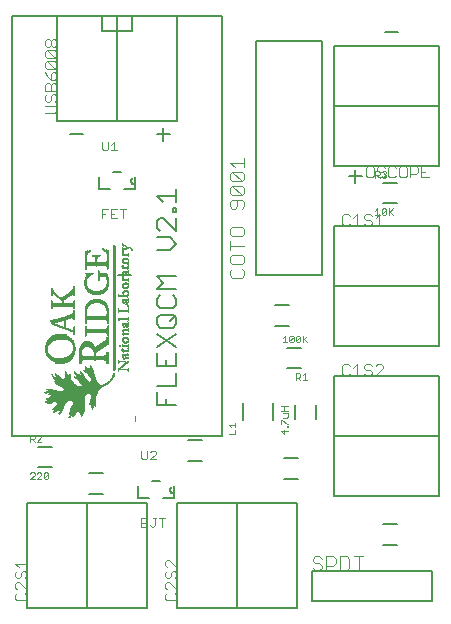
<source format=gto>
G75*
%MOIN*%
%OFA0B0*%
%FSLAX25Y25*%
%IPPOS*%
%LPD*%
%AMOC8*
5,1,8,0,0,1.08239X$1,22.5*
%
%ADD10C,0.00600*%
%ADD11C,0.00500*%
%ADD12C,0.00400*%
%ADD13C,0.00300*%
%ADD14C,0.00200*%
%ADD15C,0.00800*%
%ADD16R,0.00030X0.00210*%
%ADD17R,0.00030X0.00330*%
%ADD18R,0.00030X0.00450*%
%ADD19R,0.00030X0.00510*%
%ADD20R,0.00030X0.00540*%
%ADD21R,0.00030X0.00600*%
%ADD22R,0.00030X0.00630*%
%ADD23R,0.00030X0.00660*%
%ADD24R,0.00030X0.00690*%
%ADD25R,0.00030X0.00690*%
%ADD26R,0.00030X0.00720*%
%ADD27R,0.00030X0.00720*%
%ADD28R,0.00030X0.00360*%
%ADD29R,0.00030X0.00210*%
%ADD30R,0.00030X0.00240*%
%ADD31R,0.00030X0.00180*%
%ADD32R,0.00030X0.00210*%
%ADD33R,0.00030X0.00180*%
%ADD34R,0.00030X0.00180*%
%ADD35R,0.00030X0.00180*%
%ADD36R,0.00030X0.00090*%
%ADD37R,0.00030X0.00270*%
%ADD38R,0.00030X0.00300*%
%ADD39R,0.00030X0.00240*%
%ADD40R,0.00030X0.00060*%
%ADD41R,0.00030X0.00270*%
%ADD42R,0.00030X0.00150*%
%ADD43R,0.00030X0.00390*%
%ADD44R,0.00030X0.00480*%
%ADD45R,0.00030X0.00630*%
%ADD46R,0.00030X0.00390*%
%ADD47R,0.00030X0.00630*%
%ADD48R,0.00030X0.00480*%
%ADD49R,0.00030X0.01080*%
%ADD50R,0.00030X0.00600*%
%ADD51R,0.00030X0.00510*%
%ADD52R,0.00030X0.01170*%
%ADD53R,0.00030X0.00810*%
%ADD54R,0.00030X0.00990*%
%ADD55R,0.00030X0.01050*%
%ADD56R,0.00030X0.00510*%
%ADD57R,0.00030X0.01230*%
%ADD58R,0.00030X0.02700*%
%ADD59R,0.00030X0.00240*%
%ADD60R,0.00030X0.00810*%
%ADD61R,0.00030X0.00660*%
%ADD62R,0.00030X0.00270*%
%ADD63R,0.00030X0.01080*%
%ADD64R,0.00030X0.00690*%
%ADD65R,0.00030X0.00570*%
%ADD66R,0.00030X0.00750*%
%ADD67R,0.00030X0.01170*%
%ADD68R,0.00030X0.00930*%
%ADD69R,0.00030X0.00990*%
%ADD70R,0.00030X0.01050*%
%ADD71R,0.00030X0.00570*%
%ADD72R,0.00030X0.01230*%
%ADD73R,0.00030X0.02730*%
%ADD74R,0.00030X0.00960*%
%ADD75R,0.00030X0.00960*%
%ADD76R,0.00030X0.00930*%
%ADD77R,0.00030X0.00240*%
%ADD78R,0.00030X0.00780*%
%ADD79R,0.00030X0.00840*%
%ADD80R,0.00030X0.00630*%
%ADD81R,0.00030X0.02730*%
%ADD82R,0.00030X0.01410*%
%ADD83R,0.00030X0.00780*%
%ADD84R,0.00030X0.00870*%
%ADD85R,0.00030X0.00840*%
%ADD86R,0.00030X0.01140*%
%ADD87R,0.00030X0.01470*%
%ADD88R,0.00030X0.00360*%
%ADD89R,0.00030X0.00900*%
%ADD90R,0.00030X0.01260*%
%ADD91R,0.00030X0.00810*%
%ADD92R,0.00030X0.01200*%
%ADD93R,0.00030X0.01020*%
%ADD94R,0.00030X0.01230*%
%ADD95R,0.00030X0.00330*%
%ADD96R,0.00030X0.00930*%
%ADD97R,0.00030X0.00480*%
%ADD98R,0.00030X0.00930*%
%ADD99R,0.00030X0.02760*%
%ADD100R,0.00030X0.00720*%
%ADD101R,0.00030X0.00390*%
%ADD102R,0.00030X0.00480*%
%ADD103R,0.00030X0.00660*%
%ADD104R,0.00030X0.00420*%
%ADD105R,0.00030X0.00540*%
%ADD106R,0.00030X0.00330*%
%ADD107R,0.00030X0.00780*%
%ADD108R,0.00030X0.00990*%
%ADD109R,0.00030X0.01080*%
%ADD110R,0.00030X0.00420*%
%ADD111R,0.00030X0.00210*%
%ADD112R,0.00030X0.00540*%
%ADD113R,0.00030X0.00150*%
%ADD114R,0.00030X0.00450*%
%ADD115R,0.00030X0.00420*%
%ADD116R,0.00030X0.00720*%
%ADD117R,0.00030X0.00360*%
%ADD118R,0.00030X0.00120*%
%ADD119R,0.00030X0.00660*%
%ADD120R,0.00030X0.00120*%
%ADD121R,0.00030X0.00540*%
%ADD122R,0.00030X0.00060*%
%ADD123R,0.00030X0.00570*%
%ADD124R,0.00030X0.00060*%
%ADD125R,0.00030X0.00420*%
%ADD126R,0.00030X0.00570*%
%ADD127R,0.00030X0.00300*%
%ADD128R,0.00030X0.00510*%
%ADD129R,0.00030X0.00750*%
%ADD130R,0.00030X0.00390*%
%ADD131R,0.00030X0.00360*%
%ADD132R,0.00030X0.00330*%
%ADD133R,0.00030X0.00780*%
%ADD134R,0.00030X0.00270*%
%ADD135R,0.00030X0.01500*%
%ADD136R,0.00030X0.01500*%
%ADD137R,0.00030X0.01140*%
%ADD138R,0.00030X0.01770*%
%ADD139R,0.00030X0.01020*%
%ADD140R,0.00030X0.01170*%
%ADD141R,0.00030X0.01470*%
%ADD142R,0.00030X0.01110*%
%ADD143R,0.00030X0.01440*%
%ADD144R,0.00030X0.01020*%
%ADD145R,0.00030X0.01380*%
%ADD146R,0.00030X0.00870*%
%ADD147R,0.00030X0.00900*%
%ADD148R,0.00030X0.01350*%
%ADD149R,0.00030X0.00960*%
%ADD150R,0.00030X0.00870*%
%ADD151R,0.00030X0.01290*%
%ADD152R,0.00030X0.00810*%
%ADD153R,0.00030X0.00840*%
%ADD154R,0.00030X0.00120*%
%ADD155R,0.00030X0.00120*%
%ADD156R,0.00030X0.00090*%
%ADD157R,0.00030X0.00090*%
%ADD158R,0.00030X0.00030*%
%ADD159R,0.00030X0.00870*%
%ADD160R,0.00030X0.01170*%
%ADD161R,0.00030X0.01140*%
%ADD162R,0.00030X0.01080*%
%ADD163R,0.00030X0.01110*%
%ADD164R,0.00030X0.01110*%
%ADD165R,0.00030X0.00030*%
%ADD166R,0.00030X0.41580*%
%ADD167R,0.00030X0.41760*%
%ADD168R,0.00030X0.41820*%
%ADD169R,0.00030X0.41880*%
%ADD170R,0.00030X0.41940*%
%ADD171R,0.00030X0.41970*%
%ADD172R,0.00030X0.42000*%
%ADD173R,0.00030X0.42030*%
%ADD174R,0.00030X0.42030*%
%ADD175R,0.00030X0.42000*%
%ADD176R,0.00030X0.41970*%
%ADD177R,0.00030X0.01320*%
%ADD178R,0.00030X0.41940*%
%ADD179R,0.00030X0.01380*%
%ADD180R,0.00030X0.41880*%
%ADD181R,0.00030X0.01440*%
%ADD182R,0.00030X0.01530*%
%ADD183R,0.00030X0.41730*%
%ADD184R,0.00030X0.01560*%
%ADD185R,0.00030X0.41520*%
%ADD186R,0.00030X0.01590*%
%ADD187R,0.00030X0.01590*%
%ADD188R,0.00030X0.01440*%
%ADD189R,0.00030X0.00990*%
%ADD190R,0.00030X0.02010*%
%ADD191R,0.00030X0.02340*%
%ADD192R,0.00030X0.02640*%
%ADD193R,0.00030X0.03810*%
%ADD194R,0.00030X0.02640*%
%ADD195R,0.00030X0.03450*%
%ADD196R,0.00030X0.04590*%
%ADD197R,0.00030X0.02880*%
%ADD198R,0.00030X0.06210*%
%ADD199R,0.00030X0.03840*%
%ADD200R,0.00030X0.02670*%
%ADD201R,0.00030X0.03450*%
%ADD202R,0.00030X0.04830*%
%ADD203R,0.00030X0.03120*%
%ADD204R,0.00030X0.06240*%
%ADD205R,0.00030X0.05040*%
%ADD206R,0.00030X0.03330*%
%ADD207R,0.00030X0.06270*%
%ADD208R,0.00030X0.03840*%
%ADD209R,0.00030X0.05190*%
%ADD210R,0.00030X0.03510*%
%ADD211R,0.00030X0.06300*%
%ADD212R,0.00030X0.02760*%
%ADD213R,0.00030X0.05310*%
%ADD214R,0.00030X0.03720*%
%ADD215R,0.00030X0.06300*%
%ADD216R,0.00030X0.02790*%
%ADD217R,0.00030X0.05430*%
%ADD218R,0.00030X0.03900*%
%ADD219R,0.00030X0.02820*%
%ADD220R,0.00030X0.05550*%
%ADD221R,0.00030X0.04050*%
%ADD222R,0.00030X0.06330*%
%ADD223R,0.00030X0.02850*%
%ADD224R,0.00030X0.05640*%
%ADD225R,0.00030X0.04230*%
%ADD226R,0.00030X0.02850*%
%ADD227R,0.00030X0.05730*%
%ADD228R,0.00030X0.04350*%
%ADD229R,0.00030X0.06330*%
%ADD230R,0.00030X0.02880*%
%ADD231R,0.00030X0.05820*%
%ADD232R,0.00030X0.04500*%
%ADD233R,0.00030X0.06360*%
%ADD234R,0.00030X0.02910*%
%ADD235R,0.00030X0.05910*%
%ADD236R,0.00030X0.04650*%
%ADD237R,0.00030X0.06360*%
%ADD238R,0.00030X0.02940*%
%ADD239R,0.00030X0.06000*%
%ADD240R,0.00030X0.01980*%
%ADD241R,0.00030X0.02130*%
%ADD242R,0.00030X0.03420*%
%ADD243R,0.00030X0.06060*%
%ADD244R,0.00030X0.01800*%
%ADD245R,0.00030X0.01890*%
%ADD246R,0.00030X0.03360*%
%ADD247R,0.00030X0.02310*%
%ADD248R,0.00030X0.02940*%
%ADD249R,0.00030X0.02070*%
%ADD250R,0.00030X0.02460*%
%ADD251R,0.00030X0.02040*%
%ADD252R,0.00030X0.01740*%
%ADD253R,0.00030X0.02400*%
%ADD254R,0.00030X0.01800*%
%ADD255R,0.00030X0.02970*%
%ADD256R,0.00030X0.01830*%
%ADD257R,0.00030X0.02250*%
%ADD258R,0.00030X0.01920*%
%ADD259R,0.00030X0.01680*%
%ADD260R,0.00030X0.01710*%
%ADD261R,0.00030X0.02070*%
%ADD262R,0.00030X0.01620*%
%ADD263R,0.00030X0.02760*%
%ADD264R,0.00030X0.01710*%
%ADD265R,0.00030X0.01830*%
%ADD266R,0.00030X0.01650*%
%ADD267R,0.00030X0.01920*%
%ADD268R,0.00030X0.01530*%
%ADD269R,0.00030X0.02370*%
%ADD270R,0.00030X0.02460*%
%ADD271R,0.00030X0.01650*%
%ADD272R,0.00030X0.01950*%
%ADD273R,0.00030X0.01770*%
%ADD274R,0.00030X0.01350*%
%ADD275R,0.00030X0.02040*%
%ADD276R,0.00030X0.02310*%
%ADD277R,0.00030X0.01560*%
%ADD278R,0.00030X0.01740*%
%ADD279R,0.00030X0.01590*%
%ADD280R,0.00030X0.01320*%
%ADD281R,0.00030X0.02220*%
%ADD282R,0.00030X0.01740*%
%ADD283R,0.00030X0.01710*%
%ADD284R,0.00030X0.01620*%
%ADD285R,0.00030X0.01890*%
%ADD286R,0.00030X0.02190*%
%ADD287R,0.00030X0.01680*%
%ADD288R,0.00030X0.01620*%
%ADD289R,0.00030X0.01200*%
%ADD290R,0.00030X0.02160*%
%ADD291R,0.00030X0.01680*%
%ADD292R,0.00030X0.01530*%
%ADD293R,0.00030X0.01530*%
%ADD294R,0.00030X0.02130*%
%ADD295R,0.00030X0.01770*%
%ADD296R,0.00030X0.02100*%
%ADD297R,0.00030X0.01590*%
%ADD298R,0.00030X0.01770*%
%ADD299R,0.00030X0.02100*%
%ADD300R,0.00030X0.01470*%
%ADD301R,0.00030X0.01020*%
%ADD302R,0.00030X0.01470*%
%ADD303R,0.00030X0.02070*%
%ADD304R,0.00030X0.00960*%
%ADD305R,0.00030X0.01680*%
%ADD306R,0.00030X0.01560*%
%ADD307R,0.00030X0.01410*%
%ADD308R,0.00030X0.02040*%
%ADD309R,0.00030X0.01410*%
%ADD310R,0.00030X0.01410*%
%ADD311R,0.00030X0.01380*%
%ADD312R,0.00030X0.01440*%
%ADD313R,0.00030X0.01380*%
%ADD314R,0.00030X0.02010*%
%ADD315R,0.00030X0.02010*%
%ADD316R,0.00030X0.01980*%
%ADD317R,0.00030X0.01980*%
%ADD318R,0.00030X0.01950*%
%ADD319R,0.00030X0.01920*%
%ADD320R,0.00030X0.01920*%
%ADD321R,0.00030X0.01890*%
%ADD322R,0.00030X0.01860*%
%ADD323R,0.00030X0.01860*%
%ADD324R,0.00030X0.01860*%
%ADD325R,0.00030X0.01830*%
%ADD326R,0.00030X0.01830*%
%ADD327R,0.00030X0.01110*%
%ADD328R,0.00030X0.01290*%
%ADD329R,0.00030X0.01620*%
%ADD330R,0.00030X0.03060*%
%ADD331R,0.00030X0.03090*%
%ADD332R,0.00030X0.03120*%
%ADD333R,0.00030X0.01740*%
%ADD334R,0.00030X0.03120*%
%ADD335R,0.00030X0.01860*%
%ADD336R,0.00030X0.02220*%
%ADD337R,0.00030X0.02310*%
%ADD338R,0.00030X0.03090*%
%ADD339R,0.00030X0.02490*%
%ADD340R,0.00030X0.00060*%
%ADD341R,0.00030X0.02580*%
%ADD342R,0.00030X0.02670*%
%ADD343R,0.00030X0.02820*%
%ADD344R,0.00030X0.03030*%
%ADD345R,0.00030X0.03150*%
%ADD346R,0.00030X0.03330*%
%ADD347R,0.00030X0.03420*%
%ADD348R,0.00030X0.03540*%
%ADD349R,0.00030X0.03660*%
%ADD350R,0.00030X0.03780*%
%ADD351R,0.00030X0.03870*%
%ADD352R,0.00030X0.03990*%
%ADD353R,0.00030X0.04110*%
%ADD354R,0.00030X0.04380*%
%ADD355R,0.00030X0.03690*%
%ADD356R,0.00030X0.04500*%
%ADD357R,0.00030X0.03690*%
%ADD358R,0.00030X0.04620*%
%ADD359R,0.00030X0.04740*%
%ADD360R,0.00030X0.03660*%
%ADD361R,0.00030X0.04890*%
%ADD362R,0.00030X0.05160*%
%ADD363R,0.00030X0.05460*%
%ADD364R,0.00030X0.05610*%
%ADD365R,0.00030X0.05760*%
%ADD366R,0.00030X0.06000*%
%ADD367R,0.00030X0.06270*%
%ADD368R,0.00030X0.06660*%
%ADD369R,0.00030X0.09210*%
%ADD370R,0.00030X0.09180*%
%ADD371R,0.00030X0.04350*%
%ADD372R,0.00030X0.09150*%
%ADD373R,0.00030X0.04290*%
%ADD374R,0.00030X0.09150*%
%ADD375R,0.00030X0.04260*%
%ADD376R,0.00030X0.09120*%
%ADD377R,0.00030X0.04200*%
%ADD378R,0.00030X0.09120*%
%ADD379R,0.00030X0.04170*%
%ADD380R,0.00030X0.04110*%
%ADD381R,0.00030X0.04050*%
%ADD382R,0.00030X0.00690*%
%ADD383R,0.00030X0.03960*%
%ADD384R,0.00030X0.09240*%
%ADD385R,0.00030X0.03930*%
%ADD386R,0.00030X0.09420*%
%ADD387R,0.00030X0.03930*%
%ADD388R,0.00030X0.09570*%
%ADD389R,0.00030X0.09720*%
%ADD390R,0.00030X0.04140*%
%ADD391R,0.00030X0.09870*%
%ADD392R,0.00030X0.10020*%
%ADD393R,0.00030X0.01980*%
%ADD394R,0.00030X0.10200*%
%ADD395R,0.00030X0.10320*%
%ADD396R,0.00030X0.10500*%
%ADD397R,0.00030X0.10680*%
%ADD398R,0.00030X0.10830*%
%ADD399R,0.00030X0.11010*%
%ADD400R,0.00030X0.11190*%
%ADD401R,0.00030X0.11370*%
%ADD402R,0.00030X0.11580*%
%ADD403R,0.00030X0.11760*%
%ADD404R,0.00030X0.11970*%
%ADD405R,0.00030X0.12180*%
%ADD406R,0.00030X0.12360*%
%ADD407R,0.00030X0.12510*%
%ADD408R,0.00030X0.12720*%
%ADD409R,0.00030X0.12840*%
%ADD410R,0.00030X0.12990*%
%ADD411R,0.00030X0.13110*%
%ADD412R,0.00030X0.13230*%
%ADD413R,0.00030X0.13350*%
%ADD414R,0.00030X0.13500*%
%ADD415R,0.00030X0.13620*%
%ADD416R,0.00030X0.13710*%
%ADD417R,0.00030X0.13710*%
%ADD418R,0.00030X0.13680*%
%ADD419R,0.00030X0.13620*%
%ADD420R,0.00030X0.13560*%
%ADD421R,0.00030X0.09300*%
%ADD422R,0.00030X0.09060*%
%ADD423R,0.00030X0.03780*%
%ADD424R,0.00030X0.08850*%
%ADD425R,0.00030X0.03750*%
%ADD426R,0.00030X0.08640*%
%ADD427R,0.00030X0.03750*%
%ADD428R,0.00030X0.02970*%
%ADD429R,0.00030X0.05160*%
%ADD430R,0.00030X0.05010*%
%ADD431R,0.00030X0.03720*%
%ADD432R,0.00030X0.04890*%
%ADD433R,0.00030X0.04800*%
%ADD434R,0.00030X0.04740*%
%ADD435R,0.00030X0.01560*%
%ADD436R,0.00030X0.04650*%
%ADD437R,0.00030X0.04530*%
%ADD438R,0.00030X0.04440*%
%ADD439R,0.00030X0.04380*%
%ADD440R,0.00030X0.04290*%
%ADD441R,0.00030X0.04260*%
%ADD442R,0.00030X0.04200*%
%ADD443R,0.00030X0.02790*%
%ADD444R,0.00030X0.04170*%
%ADD445R,0.00030X0.02700*%
%ADD446R,0.00030X0.04140*%
%ADD447R,0.00030X0.04080*%
%ADD448R,0.00030X0.02610*%
%ADD449R,0.00030X0.04080*%
%ADD450R,0.00030X0.02550*%
%ADD451R,0.00030X0.02490*%
%ADD452R,0.00030X0.04020*%
%ADD453R,0.00030X0.02460*%
%ADD454R,0.00030X0.04020*%
%ADD455R,0.00030X0.02430*%
%ADD456R,0.00030X0.02430*%
%ADD457R,0.00030X0.02400*%
%ADD458R,0.00030X0.03900*%
%ADD459R,0.00030X0.02370*%
%ADD460R,0.00030X0.03930*%
%ADD461R,0.00030X0.02340*%
%ADD462R,0.00030X0.02280*%
%ADD463R,0.00030X0.02250*%
%ADD464R,0.00030X0.03960*%
%ADD465R,0.00030X0.02220*%
%ADD466R,0.00030X0.00840*%
%ADD467R,0.00030X0.02220*%
%ADD468R,0.00030X0.03990*%
%ADD469R,0.00030X0.02190*%
%ADD470R,0.00030X0.02190*%
%ADD471R,0.00030X0.01230*%
%ADD472R,0.00030X0.04080*%
%ADD473R,0.00030X0.01290*%
%ADD474R,0.00030X0.01320*%
%ADD475R,0.00030X0.02070*%
%ADD476R,0.00030X0.04290*%
%ADD477R,0.00030X0.04320*%
%ADD478R,0.00030X0.04410*%
%ADD479R,0.00030X0.04470*%
%ADD480R,0.00030X0.04560*%
%ADD481R,0.00030X0.01260*%
%ADD482R,0.00030X0.04680*%
%ADD483R,0.00030X0.04710*%
%ADD484R,0.00030X0.04800*%
%ADD485R,0.00030X0.04890*%
%ADD486R,0.00030X0.04950*%
%ADD487R,0.00030X0.05010*%
%ADD488R,0.00030X0.05070*%
%ADD489R,0.00030X0.02340*%
%ADD490R,0.00030X0.03000*%
%ADD491R,0.00030X0.05220*%
%ADD492R,0.00030X0.01890*%
%ADD493R,0.00030X0.03180*%
%ADD494R,0.00030X0.05940*%
%ADD495R,0.00030X0.05310*%
%ADD496R,0.00030X0.05910*%
%ADD497R,0.00030X0.05940*%
%ADD498R,0.00030X0.05400*%
%ADD499R,0.00030X0.04140*%
%ADD500R,0.00030X0.04020*%
%ADD501R,0.00030X0.05910*%
%ADD502R,0.00030X0.05520*%
%ADD503R,0.00030X0.05910*%
%ADD504R,0.00030X0.05610*%
%ADD505R,0.00030X0.05520*%
%ADD506R,0.00030X0.05700*%
%ADD507R,0.00030X0.05430*%
%ADD508R,0.00030X0.03600*%
%ADD509R,0.00030X0.05790*%
%ADD510R,0.00030X0.05280*%
%ADD511R,0.00030X0.05880*%
%ADD512R,0.00030X0.05850*%
%ADD513R,0.00030X0.03270*%
%ADD514R,0.00030X0.05880*%
%ADD515R,0.00030X0.05970*%
%ADD516R,0.00030X0.04980*%
%ADD517R,0.00030X0.06030*%
%ADD518R,0.00030X0.04770*%
%ADD519R,0.00030X0.06120*%
%ADD520R,0.00030X0.04470*%
%ADD521R,0.00030X0.02730*%
%ADD522R,0.00030X0.05850*%
%ADD523R,0.00030X0.01290*%
%ADD524R,0.00030X0.06450*%
%ADD525R,0.00030X0.06540*%
%ADD526R,0.00030X0.06660*%
%ADD527R,0.00030X0.06810*%
%ADD528R,0.00030X0.06930*%
%ADD529R,0.00030X0.07080*%
%ADD530R,0.00030X0.07230*%
%ADD531R,0.00030X0.07440*%
%ADD532R,0.00030X0.07680*%
%ADD533R,0.00030X0.11970*%
%ADD534R,0.00030X0.12060*%
%ADD535R,0.00030X0.12120*%
%ADD536R,0.00030X0.12240*%
%ADD537R,0.00030X0.12330*%
%ADD538R,0.00030X0.12420*%
%ADD539R,0.00030X0.12540*%
%ADD540R,0.00030X0.12600*%
%ADD541R,0.00030X0.12690*%
%ADD542R,0.00030X0.12810*%
%ADD543R,0.00030X0.12870*%
%ADD544R,0.00030X0.13080*%
%ADD545R,0.00030X0.13170*%
%ADD546R,0.00030X0.13260*%
%ADD547R,0.00030X0.13440*%
%ADD548R,0.00030X0.13530*%
%ADD549R,0.00030X0.13800*%
%ADD550R,0.00030X0.13890*%
%ADD551R,0.00030X0.13980*%
%ADD552R,0.00030X0.01710*%
%ADD553R,0.00030X0.14070*%
%ADD554R,0.00030X0.09780*%
%ADD555R,0.00030X0.04110*%
%ADD556R,0.00030X0.09810*%
%ADD557R,0.00030X0.09810*%
%ADD558R,0.00030X0.04080*%
%ADD559R,0.00030X0.09840*%
%ADD560R,0.00030X0.03000*%
%ADD561R,0.00030X0.02940*%
%ADD562R,0.00030X0.09900*%
%ADD563R,0.00030X0.02910*%
%ADD564R,0.00030X0.09600*%
%ADD565R,0.00030X0.09480*%
%ADD566R,0.00030X0.09360*%
%ADD567R,0.00030X0.02790*%
%ADD568R,0.00030X0.02370*%
%ADD569R,0.00030X0.09270*%
%ADD570R,0.00030X0.02760*%
%ADD571R,0.00030X0.03090*%
%ADD572R,0.00030X0.02580*%
%ADD573R,0.00030X0.06180*%
%ADD574R,0.00030X0.06120*%
%ADD575R,0.00030X0.06090*%
%ADD576R,0.00030X0.09000*%
%ADD577R,0.00030X0.08940*%
%ADD578R,0.00030X0.02640*%
%ADD579R,0.00030X0.05940*%
%ADD580R,0.00030X0.08910*%
%ADD581R,0.00030X0.05880*%
%ADD582R,0.00030X0.02580*%
%ADD583R,0.00030X0.05820*%
%ADD584R,0.00030X0.08820*%
%ADD585R,0.00030X0.02550*%
%ADD586R,0.00030X0.05730*%
%ADD587R,0.00030X0.08760*%
%ADD588R,0.00030X0.05640*%
%ADD589R,0.00030X0.08730*%
%ADD590R,0.00030X0.02520*%
%ADD591R,0.00030X0.08700*%
%ADD592R,0.00030X0.02520*%
%ADD593R,0.00030X0.05460*%
%ADD594R,0.00030X0.08670*%
%ADD595R,0.00030X0.05340*%
%ADD596R,0.00030X0.08610*%
%ADD597R,0.00030X0.05190*%
%ADD598R,0.00030X0.08580*%
%ADD599R,0.00030X0.05040*%
%ADD600R,0.00030X0.08550*%
%ADD601R,0.00030X0.08520*%
%ADD602R,0.00030X0.02430*%
%ADD603R,0.00030X0.08490*%
%ADD604R,0.00030X0.08460*%
%ADD605R,0.00030X0.08430*%
%ADD606R,0.00030X0.02340*%
%ADD607R,0.00030X0.08400*%
%ADD608R,0.00030X0.08370*%
%ADD609R,0.00030X0.08340*%
%ADD610R,0.00030X0.08310*%
%ADD611R,0.00030X0.08310*%
%ADD612R,0.00030X0.08280*%
%ADD613R,0.00030X0.08280*%
%ADD614R,0.00030X0.02190*%
%ADD615R,0.00030X0.08340*%
%ADD616R,0.00030X0.08370*%
%ADD617R,0.00030X0.08400*%
%ADD618R,0.00030X0.02160*%
%ADD619R,0.00030X0.08430*%
%ADD620R,0.00030X0.02160*%
%ADD621R,0.00030X0.02130*%
%ADD622R,0.00030X0.08550*%
%ADD623R,0.00030X0.08580*%
%ADD624R,0.00030X0.08610*%
%ADD625R,0.00030X0.08640*%
%ADD626R,0.00030X0.08670*%
%ADD627R,0.00030X0.08730*%
%ADD628R,0.00030X0.08760*%
%ADD629R,0.00030X0.08790*%
%ADD630R,0.00030X0.08820*%
%ADD631R,0.00030X0.08880*%
%ADD632R,0.00030X0.08910*%
%ADD633R,0.00030X0.08970*%
%ADD634R,0.00030X0.09000*%
%ADD635R,0.00030X0.09060*%
%ADD636R,0.00030X0.09090*%
%ADD637R,0.00030X0.01140*%
%ADD638R,0.00030X0.09240*%
%ADD639R,0.00030X0.09270*%
%ADD640R,0.00030X0.09330*%
%ADD641R,0.00030X0.09420*%
%ADD642R,0.00030X0.09510*%
%ADD643R,0.00030X0.09540*%
%ADD644R,0.00030X0.09600*%
%ADD645R,0.00030X0.09630*%
%ADD646R,0.00030X0.09690*%
%ADD647R,0.00030X0.09750*%
%ADD648R,0.00030X0.09840*%
%ADD649R,0.00030X0.09930*%
%ADD650R,0.00030X0.09990*%
%ADD651R,0.00030X0.10050*%
%ADD652R,0.00030X0.10110*%
%ADD653R,0.00030X0.10170*%
%ADD654R,0.00030X0.02670*%
%ADD655R,0.00030X0.03300*%
%ADD656R,0.00030X0.10230*%
%ADD657R,0.00030X0.03210*%
%ADD658R,0.00030X0.10320*%
%ADD659R,0.00030X0.00030*%
%ADD660R,0.00030X0.03390*%
%ADD661R,0.00030X0.03330*%
%ADD662R,0.00030X0.10380*%
%ADD663R,0.00030X0.03570*%
%ADD664R,0.00030X0.10440*%
%ADD665R,0.00030X0.02730*%
%ADD666R,0.00030X0.10530*%
%ADD667R,0.00030X0.10590*%
%ADD668R,0.00030X0.10710*%
%ADD669R,0.00030X0.04230*%
%ADD670R,0.00030X0.10770*%
%ADD671R,0.00030X0.04470*%
%ADD672R,0.00030X0.10920*%
%ADD673R,0.00030X0.06510*%
%ADD674R,0.00030X0.06480*%
%ADD675R,0.00030X0.04860*%
%ADD676R,0.00030X0.06450*%
%ADD677R,0.00030X0.02130*%
%ADD678R,0.00030X0.04020*%
%ADD679R,0.00030X0.06480*%
%ADD680R,0.00030X0.02040*%
%ADD681R,0.00030X0.03300*%
%ADD682R,0.00030X0.06480*%
%ADD683R,0.00030X0.06510*%
%ADD684R,0.00030X0.03270*%
%ADD685R,0.00030X0.03240*%
%ADD686R,0.00030X0.02010*%
%ADD687R,0.00030X0.03180*%
%ADD688R,0.00030X0.06510*%
%ADD689R,0.00030X0.03180*%
%ADD690R,0.00030X0.06570*%
%ADD691R,0.00030X0.06600*%
%ADD692R,0.00030X0.03060*%
%ADD693R,0.00030X0.06600*%
%ADD694R,0.00030X0.03030*%
%ADD695R,0.00030X0.06630*%
%ADD696R,0.00030X0.06690*%
%ADD697R,0.00030X0.02970*%
%ADD698R,0.00030X0.06720*%
%ADD699R,0.00030X0.02910*%
%ADD700R,0.00030X0.06750*%
%ADD701R,0.00030X0.06780*%
%ADD702R,0.00030X0.06840*%
%ADD703R,0.00030X0.06900*%
%ADD704R,0.00030X0.06900*%
%ADD705R,0.00030X0.06990*%
%ADD706R,0.00030X0.07050*%
%ADD707R,0.00030X0.07110*%
%ADD708R,0.00030X0.07170*%
%ADD709R,0.00030X0.07290*%
%ADD710R,0.00030X0.07410*%
%ADD711R,0.00030X0.07590*%
%ADD712R,0.00030X0.07770*%
%ADD713R,0.00030X0.08100*%
%ADD714R,0.00030X0.08580*%
%ADD715R,0.00030X0.08520*%
%ADD716R,0.00030X0.08370*%
%ADD717R,0.00030X0.08460*%
%ADD718R,0.00030X0.08610*%
%ADD719R,0.00030X0.08670*%
%ADD720R,0.00030X0.08730*%
%ADD721R,0.00030X0.08880*%
%ADD722R,0.00030X0.09030*%
%ADD723R,0.00030X0.09090*%
%ADD724R,0.00030X0.09210*%
%ADD725R,0.00030X0.09330*%
%ADD726R,0.00030X0.09390*%
%ADD727R,0.00030X0.09450*%
%ADD728R,0.00030X0.09660*%
%ADD729R,0.00030X0.09720*%
%ADD730R,0.00030X0.09870*%
%ADD731R,0.00030X0.09930*%
%ADD732R,0.00030X0.09990*%
%ADD733R,0.00030X0.10080*%
%ADD734R,0.00030X0.10140*%
%ADD735R,0.00030X0.09720*%
%ADD736R,0.00030X0.04440*%
%ADD737R,0.00030X0.08820*%
%ADD738R,0.00030X0.04410*%
%ADD739R,0.00030X0.08790*%
%ADD740R,0.00030X0.04230*%
%ADD741R,0.00030X0.08850*%
%ADD742R,0.00030X0.05070*%
%ADD743R,0.00030X0.03630*%
%ADD744R,0.00030X0.05070*%
%ADD745R,0.00030X0.03540*%
%ADD746R,0.00030X0.05100*%
%ADD747R,0.00030X0.03480*%
%ADD748R,0.00030X0.05130*%
%ADD749R,0.00030X0.03390*%
%ADD750R,0.00030X0.03240*%
%ADD751R,0.00030X0.05220*%
%ADD752R,0.00030X0.03210*%
%ADD753R,0.00030X0.05280*%
%ADD754R,0.00030X0.03150*%
%ADD755R,0.00030X0.05340*%
%ADD756R,0.00030X0.05400*%
%ADD757R,0.00030X0.05520*%
%ADD758R,0.00030X0.05550*%
%ADD759R,0.00030X0.05670*%
%ADD760R,0.00030X0.03270*%
%ADD761R,0.00030X0.03210*%
%ADD762R,0.00030X0.06030*%
%ADD763R,0.00030X0.06090*%
%ADD764R,0.00030X0.06210*%
%ADD765R,0.00030X0.06270*%
%ADD766R,0.00030X0.06420*%
%ADD767R,0.00030X0.06540*%
%ADD768R,0.00030X0.06630*%
%ADD769R,0.00030X0.06780*%
%ADD770R,0.00030X0.06870*%
%ADD771R,0.00030X0.06960*%
%ADD772R,0.00030X0.07020*%
%ADD773R,0.00030X0.07110*%
%ADD774R,0.00030X0.07170*%
%ADD775R,0.00030X0.07200*%
%ADD776R,0.00030X0.07260*%
%ADD777R,0.00030X0.07260*%
%ADD778R,0.00030X0.07350*%
%ADD779R,0.00030X0.07380*%
%ADD780R,0.00030X0.07410*%
%ADD781R,0.00030X0.07410*%
%ADD782R,0.00030X0.02970*%
%ADD783R,0.00030X0.07440*%
%ADD784R,0.00030X0.07500*%
%ADD785R,0.00030X0.07530*%
%ADD786R,0.00030X0.07560*%
%ADD787R,0.00030X0.03030*%
%ADD788R,0.00030X0.06720*%
%ADD789R,0.00030X0.03060*%
%ADD790R,0.00030X0.06630*%
%ADD791R,0.00030X0.06570*%
%ADD792R,0.00030X0.03090*%
%ADD793R,0.00030X0.06570*%
%ADD794R,0.00030X0.06570*%
%ADD795R,0.00030X0.03180*%
%ADD796R,0.00030X0.01320*%
%ADD797R,0.00030X0.06660*%
%ADD798R,0.00030X0.06690*%
%ADD799R,0.00030X0.04320*%
%ADD800R,0.00030X0.03120*%
%ADD801R,0.00030X0.02520*%
%ADD802R,0.00030X0.03990*%
%ADD803R,0.00030X0.03870*%
%ADD804R,0.00030X0.03840*%
%ADD805R,0.00030X0.03780*%
%ADD806R,0.00030X0.03780*%
%ADD807R,0.00030X0.03810*%
%ADD808R,0.00030X0.03930*%
%ADD809R,0.00030X0.04170*%
%ADD810R,0.00030X0.04260*%
%ADD811R,0.00030X0.02280*%
%ADD812R,0.00030X0.04260*%
%ADD813R,0.00030X0.00030*%
%ADD814R,0.00030X0.00090*%
%ADD815R,0.00030X0.04440*%
%ADD816R,0.00030X0.02490*%
%ADD817R,0.00030X0.02430*%
%ADD818R,0.00030X0.02370*%
%ADD819R,0.00030X0.02280*%
%ADD820R,0.00030X0.02160*%
%ADD821R,0.00030X0.03420*%
%ADD822R,0.00030X0.02790*%
%ADD823C,0.00000*%
D10*
X0031600Y0041500D02*
X0036400Y0041500D01*
X0036400Y0048500D02*
X0031600Y0048500D01*
X0019300Y0050600D02*
X0014700Y0050600D01*
X0014700Y0057400D02*
X0019300Y0057400D01*
X0048100Y0044400D02*
X0048100Y0040200D01*
X0051600Y0040200D01*
X0056400Y0040200D02*
X0059900Y0040200D01*
X0059900Y0041800D01*
X0059900Y0044400D01*
X0059000Y0043799D02*
X0058958Y0043746D01*
X0058919Y0043690D01*
X0058883Y0043632D01*
X0058851Y0043572D01*
X0058822Y0043511D01*
X0058796Y0043448D01*
X0058774Y0043383D01*
X0058755Y0043318D01*
X0058740Y0043251D01*
X0058729Y0043184D01*
X0058722Y0043116D01*
X0058718Y0043048D01*
X0058719Y0042980D01*
X0058723Y0042912D01*
X0058731Y0042844D01*
X0058742Y0042777D01*
X0058758Y0042711D01*
X0058777Y0042645D01*
X0058799Y0042581D01*
X0058825Y0042518D01*
X0058855Y0042457D01*
X0058888Y0042397D01*
X0058925Y0042340D01*
X0058964Y0042284D01*
X0059007Y0042231D01*
X0059052Y0042180D01*
X0059100Y0042132D01*
X0059151Y0042087D01*
X0059204Y0042044D01*
X0059260Y0042005D01*
X0059317Y0041969D01*
X0059377Y0041936D01*
X0059438Y0041906D01*
X0059501Y0041880D01*
X0059566Y0041857D01*
X0059631Y0041838D01*
X0059697Y0041823D01*
X0059765Y0041811D01*
X0059832Y0041804D01*
X0059900Y0041800D01*
X0055400Y0045800D02*
X0052600Y0045800D01*
X0064600Y0052500D02*
X0069400Y0052500D01*
X0069400Y0059500D02*
X0064600Y0059500D01*
X0060700Y0071300D02*
X0054295Y0071300D01*
X0054295Y0075570D01*
X0054295Y0077745D02*
X0060700Y0077745D01*
X0060700Y0082016D01*
X0060700Y0084191D02*
X0060700Y0088461D01*
X0060700Y0090636D02*
X0054295Y0094907D01*
X0055362Y0097082D02*
X0054295Y0098150D01*
X0054295Y0100285D01*
X0055362Y0101352D01*
X0059632Y0101352D01*
X0060700Y0100285D01*
X0060700Y0098150D01*
X0059632Y0097082D01*
X0055362Y0097082D01*
X0058565Y0099217D02*
X0060700Y0101352D01*
X0059632Y0103527D02*
X0060700Y0104595D01*
X0060700Y0106730D01*
X0059632Y0107798D01*
X0060700Y0109973D02*
X0054295Y0109973D01*
X0056430Y0112108D01*
X0054295Y0114243D01*
X0060700Y0114243D01*
X0055362Y0107798D02*
X0054295Y0106730D01*
X0054295Y0104595D01*
X0055362Y0103527D01*
X0059632Y0103527D01*
X0060700Y0094907D02*
X0054295Y0090636D01*
X0054295Y0088461D02*
X0054295Y0084191D01*
X0060700Y0084191D01*
X0057497Y0084191D02*
X0057497Y0086326D01*
X0057497Y0073435D02*
X0057497Y0071300D01*
X0083100Y0071800D02*
X0083100Y0066200D01*
X0092900Y0066200D02*
X0092900Y0071800D01*
X0100500Y0071400D02*
X0100500Y0066600D01*
X0107500Y0066600D02*
X0107500Y0071400D01*
X0102300Y0083600D02*
X0097700Y0083600D01*
X0097700Y0090400D02*
X0102300Y0090400D01*
X0098400Y0097500D02*
X0093600Y0097500D01*
X0093600Y0104500D02*
X0098400Y0104500D01*
X0120435Y0145368D02*
X0120435Y0149638D01*
X0118300Y0147503D02*
X0122570Y0147503D01*
X0129700Y0145400D02*
X0134300Y0145400D01*
X0134300Y0138600D02*
X0129700Y0138600D01*
X0130300Y0195503D02*
X0134570Y0195503D01*
X0060700Y0143248D02*
X0060700Y0138978D01*
X0060700Y0141113D02*
X0054295Y0141113D01*
X0056430Y0138978D01*
X0059632Y0136823D02*
X0060700Y0136823D01*
X0060700Y0135755D01*
X0059632Y0135755D01*
X0059632Y0136823D01*
X0060700Y0133580D02*
X0060700Y0129309D01*
X0056430Y0133580D01*
X0055362Y0133580D01*
X0054295Y0132512D01*
X0054295Y0130377D01*
X0055362Y0129309D01*
X0054295Y0127134D02*
X0058565Y0127134D01*
X0060700Y0124999D01*
X0058565Y0122864D01*
X0054295Y0122864D01*
X0045570Y0114503D02*
X0041300Y0114503D01*
X0043400Y0143200D02*
X0046900Y0143200D01*
X0046900Y0144800D01*
X0046900Y0147400D01*
X0046000Y0146799D02*
X0045958Y0146746D01*
X0045919Y0146690D01*
X0045883Y0146632D01*
X0045851Y0146572D01*
X0045822Y0146511D01*
X0045796Y0146448D01*
X0045774Y0146383D01*
X0045755Y0146318D01*
X0045740Y0146251D01*
X0045729Y0146184D01*
X0045722Y0146116D01*
X0045718Y0146048D01*
X0045719Y0145980D01*
X0045723Y0145912D01*
X0045731Y0145844D01*
X0045742Y0145777D01*
X0045758Y0145711D01*
X0045777Y0145645D01*
X0045799Y0145581D01*
X0045825Y0145518D01*
X0045855Y0145457D01*
X0045888Y0145397D01*
X0045925Y0145340D01*
X0045964Y0145284D01*
X0046007Y0145231D01*
X0046052Y0145180D01*
X0046100Y0145132D01*
X0046151Y0145087D01*
X0046204Y0145044D01*
X0046260Y0145005D01*
X0046317Y0144969D01*
X0046377Y0144936D01*
X0046438Y0144906D01*
X0046501Y0144880D01*
X0046566Y0144857D01*
X0046631Y0144838D01*
X0046697Y0144823D01*
X0046765Y0144811D01*
X0046832Y0144804D01*
X0046900Y0144800D01*
X0042400Y0148800D02*
X0039600Y0148800D01*
X0035100Y0147400D02*
X0035100Y0143200D01*
X0038600Y0143200D01*
X0029570Y0161503D02*
X0025300Y0161503D01*
X0054300Y0161503D02*
X0058570Y0161503D01*
X0056435Y0163638D02*
X0056435Y0159368D01*
X0096600Y0053500D02*
X0101400Y0053500D01*
X0101400Y0046500D02*
X0096600Y0046500D01*
X0129600Y0031500D02*
X0134400Y0031500D01*
X0134400Y0024500D02*
X0129600Y0024500D01*
D11*
X0113500Y0041000D02*
X0148500Y0041000D01*
X0148500Y0061000D01*
X0113500Y0061000D01*
X0113500Y0041000D01*
X0101000Y0038500D02*
X0081000Y0038500D01*
X0081000Y0003500D01*
X0101000Y0003500D01*
X0101000Y0038500D01*
X0113500Y0061000D02*
X0113500Y0081000D01*
X0148500Y0081000D01*
X0148500Y0061000D01*
X0148500Y0091000D02*
X0148500Y0111000D01*
X0113500Y0111000D01*
X0113500Y0091000D01*
X0148500Y0091000D01*
X0148500Y0111000D02*
X0148500Y0131000D01*
X0113500Y0131000D01*
X0113500Y0111000D01*
X0109500Y0114500D02*
X0109500Y0192500D01*
X0087500Y0192500D01*
X0087500Y0114500D01*
X0109500Y0114500D01*
X0113500Y0151000D02*
X0113500Y0171000D01*
X0148500Y0171000D01*
X0148500Y0191000D01*
X0113500Y0191000D01*
X0113500Y0171000D01*
X0113500Y0151000D02*
X0148500Y0151000D01*
X0148500Y0171000D01*
X0061000Y0166000D02*
X0061000Y0201000D01*
X0041000Y0201000D01*
X0041000Y0166000D01*
X0061000Y0166000D01*
X0041000Y0166000D02*
X0021000Y0166000D01*
X0021000Y0201000D01*
X0041000Y0201000D01*
X0031000Y0038500D02*
X0011000Y0038500D01*
X0011000Y0003500D01*
X0031000Y0003500D01*
X0031000Y0038500D01*
X0051000Y0038500D01*
X0051000Y0003500D01*
X0031000Y0003500D01*
X0061000Y0003500D02*
X0081000Y0003500D01*
X0061000Y0003500D02*
X0061000Y0038500D01*
X0081000Y0038500D01*
X0106000Y0016000D02*
X0106000Y0006000D01*
X0146000Y0006000D01*
X0146000Y0016000D01*
X0106000Y0016000D01*
D12*
X0106967Y0016200D02*
X0106200Y0016967D01*
X0106967Y0016200D02*
X0108502Y0016200D01*
X0109269Y0016967D01*
X0109269Y0017735D01*
X0108502Y0018502D01*
X0106967Y0018502D01*
X0106200Y0019269D01*
X0106200Y0020037D01*
X0106967Y0020804D01*
X0108502Y0020804D01*
X0109269Y0020037D01*
X0110804Y0020804D02*
X0110804Y0016200D01*
X0110804Y0017735D02*
X0113106Y0017735D01*
X0113873Y0018502D01*
X0113873Y0020037D01*
X0113106Y0020804D01*
X0110804Y0020804D01*
X0115408Y0020804D02*
X0115408Y0016200D01*
X0117710Y0016200D01*
X0118477Y0016967D01*
X0118477Y0020037D01*
X0117710Y0020804D01*
X0115408Y0020804D01*
X0120012Y0020804D02*
X0123081Y0020804D01*
X0121546Y0020804D02*
X0121546Y0016200D01*
X0082533Y0113700D02*
X0079463Y0113700D01*
X0078696Y0114467D01*
X0078696Y0116002D01*
X0079463Y0116769D01*
X0079463Y0118304D02*
X0082533Y0118304D01*
X0083300Y0119071D01*
X0083300Y0120606D01*
X0082533Y0121373D01*
X0079463Y0121373D01*
X0078696Y0120606D01*
X0078696Y0119071D01*
X0079463Y0118304D01*
X0082533Y0116769D02*
X0083300Y0116002D01*
X0083300Y0114467D01*
X0082533Y0113700D01*
X0078696Y0122908D02*
X0078696Y0125977D01*
X0078696Y0124442D02*
X0083300Y0124442D01*
X0082533Y0127512D02*
X0083300Y0128279D01*
X0083300Y0129814D01*
X0082533Y0130581D01*
X0079463Y0130581D01*
X0078696Y0129814D01*
X0078696Y0128279D01*
X0079463Y0127512D01*
X0082533Y0127512D01*
X0082533Y0136720D02*
X0083300Y0137487D01*
X0083300Y0139022D01*
X0082533Y0139789D01*
X0079463Y0139789D01*
X0078696Y0139022D01*
X0078696Y0137487D01*
X0079463Y0136720D01*
X0080231Y0136720D01*
X0080998Y0137487D01*
X0080998Y0139789D01*
X0079463Y0141324D02*
X0078696Y0142091D01*
X0078696Y0143626D01*
X0079463Y0144393D01*
X0082533Y0141324D01*
X0083300Y0142091D01*
X0083300Y0143626D01*
X0082533Y0144393D01*
X0079463Y0144393D01*
X0079463Y0145927D02*
X0078696Y0146695D01*
X0078696Y0148229D01*
X0079463Y0148997D01*
X0082533Y0145927D01*
X0083300Y0146695D01*
X0083300Y0148229D01*
X0082533Y0148997D01*
X0079463Y0148997D01*
X0080231Y0150531D02*
X0078696Y0152066D01*
X0083300Y0152066D01*
X0083300Y0150531D02*
X0083300Y0153601D01*
X0082533Y0145927D02*
X0079463Y0145927D01*
X0079463Y0141324D02*
X0082533Y0141324D01*
D13*
X0007147Y0006767D02*
X0007764Y0006150D01*
X0010233Y0006150D01*
X0010850Y0006767D01*
X0010850Y0008002D01*
X0010233Y0008619D01*
X0010850Y0009833D02*
X0008381Y0012302D01*
X0007764Y0012302D01*
X0007147Y0011685D01*
X0007147Y0010450D01*
X0007764Y0009833D01*
X0007764Y0008619D02*
X0007147Y0008002D01*
X0007147Y0006767D01*
X0010850Y0009833D02*
X0010850Y0012302D01*
X0010233Y0013516D02*
X0010850Y0014133D01*
X0010850Y0015368D01*
X0010233Y0015985D01*
X0009616Y0015985D01*
X0008998Y0015368D01*
X0008998Y0014133D01*
X0008381Y0013516D01*
X0007764Y0013516D01*
X0007147Y0014133D01*
X0007147Y0015368D01*
X0007764Y0015985D01*
X0008381Y0017199D02*
X0007147Y0018434D01*
X0010850Y0018434D01*
X0010850Y0019668D02*
X0010850Y0017199D01*
X0049150Y0030650D02*
X0050601Y0030650D01*
X0051085Y0031134D01*
X0051085Y0031617D01*
X0050601Y0032101D01*
X0049150Y0032101D01*
X0049150Y0030650D02*
X0049150Y0033552D01*
X0050601Y0033552D01*
X0051085Y0033069D01*
X0051085Y0032585D01*
X0050601Y0032101D01*
X0052097Y0031134D02*
X0052580Y0030650D01*
X0053064Y0030650D01*
X0053548Y0031134D01*
X0053548Y0033552D01*
X0054031Y0033552D02*
X0053064Y0033552D01*
X0055043Y0033552D02*
X0056978Y0033552D01*
X0056011Y0033552D02*
X0056011Y0030650D01*
X0057764Y0019668D02*
X0057147Y0019051D01*
X0057147Y0017817D01*
X0057764Y0017199D01*
X0057764Y0015985D02*
X0057147Y0015368D01*
X0057147Y0014133D01*
X0057764Y0013516D01*
X0058381Y0013516D01*
X0058998Y0014133D01*
X0058998Y0015368D01*
X0059616Y0015985D01*
X0060233Y0015985D01*
X0060850Y0015368D01*
X0060850Y0014133D01*
X0060233Y0013516D01*
X0060850Y0012302D02*
X0060850Y0009833D01*
X0058381Y0012302D01*
X0057764Y0012302D01*
X0057147Y0011685D01*
X0057147Y0010450D01*
X0057764Y0009833D01*
X0057764Y0008619D02*
X0057147Y0008002D01*
X0057147Y0006767D01*
X0057764Y0006150D01*
X0060233Y0006150D01*
X0060850Y0006767D01*
X0060850Y0008002D01*
X0060233Y0008619D01*
X0060850Y0017199D02*
X0058381Y0019668D01*
X0057764Y0019668D01*
X0060850Y0019668D02*
X0060850Y0017199D01*
X0054031Y0053150D02*
X0052097Y0053150D01*
X0054031Y0055085D01*
X0054031Y0055569D01*
X0053548Y0056052D01*
X0052580Y0056052D01*
X0052097Y0055569D01*
X0051085Y0056052D02*
X0051085Y0053634D01*
X0050601Y0053150D01*
X0049634Y0053150D01*
X0049150Y0053634D01*
X0049150Y0056052D01*
X0043011Y0133650D02*
X0043011Y0136552D01*
X0043978Y0136552D02*
X0042043Y0136552D01*
X0041031Y0136552D02*
X0039097Y0136552D01*
X0039097Y0133650D01*
X0041031Y0133650D01*
X0040064Y0135101D02*
X0039097Y0135101D01*
X0038085Y0136552D02*
X0036150Y0136552D01*
X0036150Y0133650D01*
X0036150Y0135101D02*
X0037117Y0135101D01*
X0036634Y0156150D02*
X0036150Y0156634D01*
X0036150Y0159052D01*
X0036634Y0156150D02*
X0037601Y0156150D01*
X0038085Y0156634D01*
X0038085Y0159052D01*
X0039097Y0158085D02*
X0040064Y0159052D01*
X0040064Y0156150D01*
X0039097Y0156150D02*
X0041031Y0156150D01*
X0020850Y0169267D02*
X0020850Y0170502D01*
X0020233Y0171119D01*
X0017147Y0171119D01*
X0017764Y0172333D02*
X0018381Y0172333D01*
X0018998Y0172950D01*
X0018998Y0174185D01*
X0019616Y0174802D01*
X0020233Y0174802D01*
X0020850Y0174185D01*
X0020850Y0172950D01*
X0020233Y0172333D01*
X0020850Y0176016D02*
X0020850Y0177868D01*
X0020233Y0178485D01*
X0019616Y0178485D01*
X0018998Y0177868D01*
X0018998Y0176016D01*
X0017764Y0174802D02*
X0017147Y0174185D01*
X0017147Y0172950D01*
X0017764Y0172333D01*
X0017147Y0176016D02*
X0017147Y0177868D01*
X0017764Y0178485D01*
X0018381Y0178485D01*
X0018998Y0177868D01*
X0018998Y0179699D02*
X0018998Y0181551D01*
X0019616Y0182168D01*
X0020233Y0182168D01*
X0020850Y0181551D01*
X0020850Y0180317D01*
X0020233Y0179699D01*
X0018998Y0179699D01*
X0017764Y0180934D01*
X0017147Y0182168D01*
X0017764Y0183383D02*
X0017147Y0184000D01*
X0017147Y0185234D01*
X0017764Y0185851D01*
X0020233Y0183383D01*
X0020850Y0184000D01*
X0020850Y0185234D01*
X0020233Y0185851D01*
X0017764Y0185851D01*
X0017764Y0187066D02*
X0017147Y0187683D01*
X0017147Y0188917D01*
X0017764Y0189534D01*
X0020233Y0187066D01*
X0020850Y0187683D01*
X0020850Y0188917D01*
X0020233Y0189534D01*
X0017764Y0189534D01*
X0017764Y0190749D02*
X0018381Y0190749D01*
X0018998Y0191366D01*
X0018998Y0192600D01*
X0019616Y0193218D01*
X0020233Y0193218D01*
X0020850Y0192600D01*
X0020850Y0191366D01*
X0020233Y0190749D01*
X0019616Y0190749D01*
X0018998Y0191366D01*
X0018998Y0192600D02*
X0018381Y0193218D01*
X0017764Y0193218D01*
X0017147Y0192600D01*
X0017147Y0191366D01*
X0017764Y0190749D01*
X0017764Y0187066D02*
X0020233Y0187066D01*
X0020233Y0183383D02*
X0017764Y0183383D01*
X0017147Y0176016D02*
X0020850Y0176016D01*
X0020850Y0169267D02*
X0020233Y0168650D01*
X0017147Y0168650D01*
X0116150Y0134236D02*
X0116150Y0131767D01*
X0116767Y0131150D01*
X0118002Y0131150D01*
X0118619Y0131767D01*
X0119833Y0131150D02*
X0122302Y0131150D01*
X0121068Y0131150D02*
X0121068Y0134853D01*
X0119833Y0133619D01*
X0118619Y0134236D02*
X0118002Y0134853D01*
X0116767Y0134853D01*
X0116150Y0134236D01*
X0123516Y0134236D02*
X0123516Y0133619D01*
X0124133Y0133002D01*
X0125368Y0133002D01*
X0125985Y0132384D01*
X0125985Y0131767D01*
X0125368Y0131150D01*
X0124133Y0131150D01*
X0123516Y0131767D01*
X0123516Y0134236D02*
X0124133Y0134853D01*
X0125368Y0134853D01*
X0125985Y0134236D01*
X0127199Y0133619D02*
X0128434Y0134853D01*
X0128434Y0131150D01*
X0129668Y0131150D02*
X0127199Y0131150D01*
X0128351Y0147150D02*
X0127734Y0147767D01*
X0128351Y0147150D02*
X0129586Y0147150D01*
X0130203Y0147767D01*
X0130203Y0148384D01*
X0129586Y0149002D01*
X0128351Y0149002D01*
X0127734Y0149619D01*
X0127734Y0150236D01*
X0128351Y0150853D01*
X0129586Y0150853D01*
X0130203Y0150236D01*
X0131417Y0150236D02*
X0131417Y0147767D01*
X0132035Y0147150D01*
X0133269Y0147150D01*
X0133886Y0147767D01*
X0135101Y0147767D02*
X0135101Y0150236D01*
X0135718Y0150853D01*
X0136952Y0150853D01*
X0137569Y0150236D01*
X0137569Y0147767D01*
X0136952Y0147150D01*
X0135718Y0147150D01*
X0135101Y0147767D01*
X0133886Y0150236D02*
X0133269Y0150853D01*
X0132035Y0150853D01*
X0131417Y0150236D01*
X0126520Y0150236D02*
X0126520Y0147767D01*
X0125903Y0147150D01*
X0124668Y0147150D01*
X0124051Y0147767D01*
X0124051Y0150236D01*
X0124668Y0150853D01*
X0125903Y0150853D01*
X0126520Y0150236D01*
X0138784Y0150853D02*
X0138784Y0147150D01*
X0138784Y0148384D02*
X0140635Y0148384D01*
X0141252Y0149002D01*
X0141252Y0150236D01*
X0140635Y0150853D01*
X0138784Y0150853D01*
X0142467Y0150853D02*
X0142467Y0147150D01*
X0144936Y0147150D01*
X0143701Y0149002D02*
X0142467Y0149002D01*
X0142467Y0150853D02*
X0144936Y0150853D01*
X0129051Y0084853D02*
X0127817Y0084853D01*
X0127199Y0084236D01*
X0125985Y0084236D02*
X0125368Y0084853D01*
X0124133Y0084853D01*
X0123516Y0084236D01*
X0123516Y0083619D01*
X0124133Y0083002D01*
X0125368Y0083002D01*
X0125985Y0082384D01*
X0125985Y0081767D01*
X0125368Y0081150D01*
X0124133Y0081150D01*
X0123516Y0081767D01*
X0122302Y0081150D02*
X0119833Y0081150D01*
X0121068Y0081150D02*
X0121068Y0084853D01*
X0119833Y0083619D01*
X0118619Y0084236D02*
X0118002Y0084853D01*
X0116767Y0084853D01*
X0116150Y0084236D01*
X0116150Y0081767D01*
X0116767Y0081150D01*
X0118002Y0081150D01*
X0118619Y0081767D01*
X0127199Y0081150D02*
X0129668Y0083619D01*
X0129668Y0084236D01*
X0129051Y0084853D01*
X0129668Y0081150D02*
X0127199Y0081150D01*
D14*
X0104358Y0079700D02*
X0102890Y0079700D01*
X0103624Y0079700D02*
X0103624Y0081902D01*
X0102890Y0081168D01*
X0102148Y0081535D02*
X0102148Y0080801D01*
X0101781Y0080434D01*
X0100680Y0080434D01*
X0100680Y0079700D02*
X0100680Y0081902D01*
X0101781Y0081902D01*
X0102148Y0081535D01*
X0101414Y0080434D02*
X0102148Y0079700D01*
X0097900Y0070802D02*
X0095698Y0070802D01*
X0096799Y0070802D02*
X0096799Y0069335D01*
X0096432Y0068593D02*
X0097900Y0068593D01*
X0097900Y0067492D01*
X0097533Y0067125D01*
X0096432Y0067125D01*
X0096065Y0066383D02*
X0097533Y0064915D01*
X0097900Y0064915D01*
X0097900Y0064177D02*
X0097900Y0063810D01*
X0097533Y0063810D01*
X0097533Y0064177D01*
X0097900Y0064177D01*
X0097900Y0062701D02*
X0095698Y0062701D01*
X0096799Y0061600D01*
X0096799Y0063068D01*
X0095698Y0064915D02*
X0095698Y0066383D01*
X0096065Y0066383D01*
X0095698Y0069335D02*
X0097900Y0069335D01*
X0080400Y0065278D02*
X0080400Y0063810D01*
X0080400Y0064544D02*
X0078198Y0064544D01*
X0078932Y0063810D01*
X0080400Y0063068D02*
X0080400Y0061600D01*
X0078198Y0061600D01*
X0096260Y0092200D02*
X0097728Y0092200D01*
X0096994Y0092200D02*
X0096994Y0094402D01*
X0096260Y0093668D01*
X0098470Y0094035D02*
X0098470Y0092567D01*
X0099938Y0094035D01*
X0099938Y0092567D01*
X0099571Y0092200D01*
X0098837Y0092200D01*
X0098470Y0092567D01*
X0098470Y0094035D02*
X0098837Y0094402D01*
X0099571Y0094402D01*
X0099938Y0094035D01*
X0100680Y0094035D02*
X0101047Y0094402D01*
X0101781Y0094402D01*
X0102148Y0094035D01*
X0100680Y0092567D01*
X0101047Y0092200D01*
X0101781Y0092200D01*
X0102148Y0092567D01*
X0102148Y0094035D01*
X0102890Y0094402D02*
X0102890Y0092200D01*
X0102890Y0092934D02*
X0104358Y0094402D01*
X0103257Y0093301D02*
X0104358Y0092200D01*
X0100680Y0092567D02*
X0100680Y0094035D01*
X0127100Y0134600D02*
X0128568Y0134600D01*
X0127834Y0134600D02*
X0127834Y0136802D01*
X0127100Y0136068D01*
X0129310Y0136435D02*
X0129310Y0134967D01*
X0130778Y0136435D01*
X0130778Y0134967D01*
X0130411Y0134600D01*
X0129677Y0134600D01*
X0129310Y0134967D01*
X0129310Y0136435D02*
X0129677Y0136802D01*
X0130411Y0136802D01*
X0130778Y0136435D01*
X0131520Y0136802D02*
X0131520Y0134600D01*
X0131520Y0135334D02*
X0132988Y0136802D01*
X0131887Y0135701D02*
X0132988Y0134600D01*
X0130411Y0147100D02*
X0129677Y0147100D01*
X0129310Y0147467D01*
X0128568Y0147100D02*
X0127834Y0147834D01*
X0128201Y0147834D02*
X0127100Y0147834D01*
X0127100Y0147100D02*
X0127100Y0149302D01*
X0128201Y0149302D01*
X0128568Y0148935D01*
X0128568Y0148201D01*
X0128201Y0147834D01*
X0129310Y0148935D02*
X0129677Y0149302D01*
X0130411Y0149302D01*
X0130778Y0148935D01*
X0130778Y0148568D01*
X0130411Y0148201D01*
X0130778Y0147834D01*
X0130778Y0147467D01*
X0130411Y0147100D01*
X0130411Y0148201D02*
X0130044Y0148201D01*
X0017988Y0048435D02*
X0016520Y0046967D01*
X0016887Y0046600D01*
X0017621Y0046600D01*
X0017988Y0046967D01*
X0017988Y0048435D01*
X0017621Y0048802D01*
X0016887Y0048802D01*
X0016520Y0048435D01*
X0016520Y0046967D01*
X0015778Y0046600D02*
X0014310Y0046600D01*
X0015778Y0048068D01*
X0015778Y0048435D01*
X0015411Y0048802D01*
X0014677Y0048802D01*
X0014310Y0048435D01*
X0013568Y0048435D02*
X0013201Y0048802D01*
X0012467Y0048802D01*
X0012100Y0048435D01*
X0013568Y0048435D02*
X0013568Y0048068D01*
X0012100Y0046600D01*
X0013568Y0046600D01*
X0013568Y0059100D02*
X0012834Y0059834D01*
X0013201Y0059834D02*
X0012100Y0059834D01*
X0012100Y0059100D02*
X0012100Y0061302D01*
X0013201Y0061302D01*
X0013568Y0060935D01*
X0013568Y0060201D01*
X0013201Y0059834D01*
X0014310Y0059100D02*
X0015778Y0060568D01*
X0015778Y0060935D01*
X0015411Y0061302D01*
X0014677Y0061302D01*
X0014310Y0060935D01*
X0014310Y0059100D02*
X0015778Y0059100D01*
D15*
X0006000Y0061000D02*
X0006000Y0201000D01*
X0036000Y0201000D01*
X0036000Y0196000D01*
X0046000Y0196000D01*
X0046000Y0201000D01*
X0076000Y0201000D01*
X0076000Y0061000D01*
X0006000Y0061000D01*
D16*
X0017750Y0073170D03*
X0018200Y0071730D03*
X0017240Y0075240D03*
X0018110Y0076290D03*
X0019760Y0080910D03*
X0020690Y0081390D03*
X0030560Y0083940D03*
X0041660Y0086010D03*
X0045050Y0085620D03*
X0041660Y0099990D03*
X0044300Y0104610D03*
X0044360Y0104580D03*
X0044390Y0104580D03*
X0042710Y0117240D03*
X0045140Y0117330D03*
X0043460Y0122130D03*
X0044210Y0124080D03*
X0044060Y0124140D03*
X0044000Y0124170D03*
X0043850Y0124230D03*
X0043790Y0124260D03*
X0043760Y0124260D03*
X0043700Y0124290D03*
X0043640Y0124320D03*
X0045200Y0123630D03*
X0045650Y0123420D03*
X0045710Y0123390D03*
X0045950Y0123270D03*
X0046400Y0122880D03*
D17*
X0046370Y0122880D03*
X0045020Y0123630D03*
X0043430Y0122130D03*
X0042830Y0117180D03*
X0044030Y0115230D03*
X0043430Y0113820D03*
X0044120Y0097830D03*
X0043430Y0097380D03*
X0037430Y0078120D03*
X0037280Y0078030D03*
X0036980Y0077880D03*
X0022070Y0068370D03*
X0020780Y0078720D03*
X0019130Y0099180D03*
D18*
X0020450Y0098070D03*
X0020510Y0098040D03*
X0020540Y0098040D03*
X0020600Y0098010D03*
X0020690Y0097980D03*
X0020750Y0097950D03*
X0020810Y0097950D03*
X0020840Y0097920D03*
X0020960Y0097890D03*
X0020990Y0097860D03*
X0021050Y0097860D03*
X0021110Y0097830D03*
X0021140Y0097830D03*
X0021200Y0097800D03*
X0021260Y0097770D03*
X0021290Y0097770D03*
X0021350Y0097740D03*
X0021410Y0097710D03*
X0021440Y0097710D03*
X0021500Y0097680D03*
X0021590Y0097650D03*
X0021650Y0097620D03*
X0021740Y0097590D03*
X0021860Y0097560D03*
X0022010Y0097500D03*
X0022100Y0097470D03*
X0022160Y0097440D03*
X0022250Y0097410D03*
X0022310Y0097380D03*
X0022340Y0097380D03*
X0022400Y0097350D03*
X0022490Y0097320D03*
X0022910Y0097170D03*
X0023150Y0097080D03*
X0030560Y0094410D03*
X0030290Y0082620D03*
X0027200Y0081960D03*
X0021110Y0081090D03*
X0021050Y0081120D03*
X0020000Y0080610D03*
X0020900Y0078630D03*
X0017660Y0075390D03*
X0020210Y0068940D03*
X0036350Y0077610D03*
X0038660Y0078960D03*
X0038690Y0078990D03*
X0038750Y0079050D03*
X0038810Y0079110D03*
X0040400Y0081540D03*
X0041900Y0085650D03*
X0044450Y0086850D03*
X0044510Y0086820D03*
X0044540Y0086820D03*
X0045110Y0086970D03*
X0042950Y0089280D03*
X0042410Y0090870D03*
X0043160Y0090990D03*
X0043460Y0092250D03*
X0043340Y0092340D03*
X0043310Y0092370D03*
X0044900Y0093330D03*
X0044540Y0097440D03*
X0044510Y0097440D03*
X0043640Y0097350D03*
X0043610Y0097350D03*
X0044810Y0104370D03*
X0044540Y0105420D03*
X0044510Y0105420D03*
X0044450Y0105450D03*
X0045110Y0105570D03*
X0043640Y0105330D03*
X0044360Y0109230D03*
X0044390Y0109230D03*
X0043460Y0110370D03*
X0043340Y0110460D03*
X0043250Y0110580D03*
X0043190Y0112980D03*
X0043610Y0114570D03*
X0043640Y0114570D03*
X0044510Y0114660D03*
X0044540Y0114660D03*
X0043040Y0115350D03*
X0042950Y0117120D03*
X0043610Y0118590D03*
X0043550Y0118620D03*
X0043490Y0118650D03*
X0043460Y0118680D03*
X0043400Y0118710D03*
X0043250Y0118860D03*
X0044810Y0118740D03*
X0044840Y0118770D03*
X0044840Y0119820D03*
X0044810Y0119850D03*
X0043190Y0121290D03*
X0043250Y0124470D03*
X0046340Y0122880D03*
X0036560Y0123150D03*
X0036500Y0123180D03*
X0035240Y0121080D03*
X0035210Y0121080D03*
X0033290Y0121050D03*
X0033260Y0121050D03*
X0033200Y0121050D03*
X0033050Y0114960D03*
X0032990Y0114960D03*
X0031040Y0114840D03*
X0019340Y0108090D03*
D19*
X0024110Y0096720D03*
X0024140Y0096720D03*
X0024200Y0096690D03*
X0024260Y0096690D03*
X0024290Y0096660D03*
X0024410Y0096630D03*
X0024560Y0096570D03*
X0024710Y0096510D03*
X0023990Y0081510D03*
X0020090Y0080490D03*
X0021050Y0078540D03*
X0017540Y0072240D03*
X0020150Y0069960D03*
X0036260Y0077580D03*
X0044690Y0085470D03*
X0044750Y0086820D03*
X0044690Y0087840D03*
X0044660Y0087840D03*
X0044600Y0087840D03*
X0044540Y0087840D03*
X0044510Y0087840D03*
X0044450Y0087840D03*
X0044390Y0087840D03*
X0044360Y0087840D03*
X0044300Y0087840D03*
X0044240Y0087840D03*
X0044210Y0087840D03*
X0044150Y0087840D03*
X0044090Y0087840D03*
X0044060Y0087840D03*
X0043400Y0087810D03*
X0043550Y0090930D03*
X0044660Y0090960D03*
X0044690Y0090960D03*
X0044750Y0090960D03*
X0044810Y0090960D03*
X0044840Y0090960D03*
X0044450Y0092130D03*
X0044510Y0092160D03*
X0044540Y0092160D03*
X0044600Y0092190D03*
X0043790Y0092130D03*
X0043760Y0092130D03*
X0043640Y0092160D03*
X0043310Y0093390D03*
X0043340Y0093420D03*
X0043460Y0093510D03*
X0044600Y0093570D03*
X0044660Y0093540D03*
X0044690Y0093510D03*
X0044840Y0094920D03*
X0044840Y0096240D03*
X0044810Y0096240D03*
X0044750Y0096240D03*
X0044690Y0096240D03*
X0044660Y0096240D03*
X0044600Y0096240D03*
X0044540Y0096240D03*
X0043700Y0096240D03*
X0043640Y0096240D03*
X0043610Y0096240D03*
X0043550Y0096240D03*
X0043460Y0096210D03*
X0044750Y0097440D03*
X0044690Y0098460D03*
X0044660Y0098460D03*
X0044600Y0098460D03*
X0044540Y0098460D03*
X0043400Y0098430D03*
X0042800Y0099840D03*
X0042740Y0099840D03*
X0042710Y0099840D03*
X0042650Y0099840D03*
X0042590Y0099840D03*
X0042560Y0099840D03*
X0042500Y0099840D03*
X0044540Y0099840D03*
X0044600Y0099840D03*
X0044660Y0099840D03*
X0044690Y0099840D03*
X0044750Y0099840D03*
X0044810Y0099840D03*
X0044840Y0099840D03*
X0044750Y0105420D03*
X0044690Y0106440D03*
X0044660Y0106440D03*
X0044600Y0106440D03*
X0044540Y0106440D03*
X0044510Y0106440D03*
X0044450Y0106440D03*
X0044390Y0106440D03*
X0044360Y0106440D03*
X0044300Y0106440D03*
X0044240Y0106440D03*
X0044210Y0106440D03*
X0044150Y0106440D03*
X0044090Y0106440D03*
X0044060Y0106440D03*
X0043400Y0106410D03*
X0043250Y0107760D03*
X0043190Y0107760D03*
X0043160Y0107760D03*
X0043100Y0107760D03*
X0043040Y0107760D03*
X0043010Y0107760D03*
X0042950Y0107760D03*
X0042890Y0107760D03*
X0042860Y0107760D03*
X0042800Y0107760D03*
X0042740Y0107760D03*
X0042710Y0107760D03*
X0042650Y0107760D03*
X0042590Y0107760D03*
X0042560Y0107760D03*
X0042500Y0107760D03*
X0042440Y0107760D03*
X0042410Y0107760D03*
X0042350Y0107760D03*
X0042290Y0107760D03*
X0044090Y0107760D03*
X0044150Y0107760D03*
X0044210Y0107760D03*
X0044240Y0107760D03*
X0044300Y0107760D03*
X0044360Y0107760D03*
X0044390Y0107760D03*
X0044450Y0107760D03*
X0044510Y0107760D03*
X0044540Y0107760D03*
X0044600Y0107760D03*
X0044150Y0109260D03*
X0044090Y0109260D03*
X0044060Y0109260D03*
X0044000Y0109260D03*
X0043940Y0109260D03*
X0043910Y0109260D03*
X0043910Y0110220D03*
X0043850Y0110220D03*
X0044300Y0110220D03*
X0044510Y0110280D03*
X0044540Y0110280D03*
X0044600Y0110310D03*
X0044660Y0110340D03*
X0044660Y0111660D03*
X0044600Y0111690D03*
X0044540Y0111720D03*
X0044510Y0111720D03*
X0043460Y0111630D03*
X0043340Y0111540D03*
X0043310Y0111510D03*
X0044840Y0113040D03*
X0043100Y0113820D03*
X0044600Y0115680D03*
X0044660Y0115680D03*
X0044690Y0115680D03*
X0044600Y0117060D03*
X0044540Y0117060D03*
X0044510Y0117060D03*
X0044450Y0117060D03*
X0044390Y0117060D03*
X0044360Y0117060D03*
X0044300Y0117060D03*
X0045110Y0117360D03*
X0044510Y0118560D03*
X0044390Y0118530D03*
X0044360Y0118530D03*
X0043850Y0118530D03*
X0043790Y0118530D03*
X0043760Y0118530D03*
X0043700Y0118560D03*
X0044900Y0118830D03*
X0044600Y0119970D03*
X0043490Y0119940D03*
X0043400Y0119880D03*
X0043340Y0119820D03*
X0043250Y0119730D03*
X0043700Y0121320D03*
X0043760Y0121320D03*
X0043790Y0121320D03*
X0043850Y0121320D03*
X0043910Y0121320D03*
X0043940Y0121320D03*
X0044000Y0121320D03*
X0044060Y0121320D03*
X0044090Y0121320D03*
X0044150Y0121320D03*
X0044210Y0121320D03*
X0044240Y0121320D03*
X0044300Y0121320D03*
X0044360Y0121320D03*
X0044390Y0121320D03*
X0044450Y0121320D03*
X0044510Y0121320D03*
X0044540Y0121320D03*
X0044600Y0121320D03*
X0044660Y0121320D03*
X0044690Y0121320D03*
X0044750Y0121320D03*
X0044810Y0121320D03*
X0044840Y0121320D03*
X0046310Y0122880D03*
X0044810Y0123660D03*
X0044510Y0123540D03*
X0044390Y0123510D03*
X0044300Y0123480D03*
X0044150Y0123420D03*
X0044060Y0123390D03*
X0043340Y0117090D03*
X0043010Y0117090D03*
X0036650Y0123090D03*
X0035000Y0121020D03*
X0034940Y0121020D03*
X0033440Y0121020D03*
X0033410Y0121020D03*
X0032210Y0122670D03*
D20*
X0033530Y0121005D03*
X0034880Y0121005D03*
X0032720Y0114885D03*
X0043130Y0113805D03*
X0043880Y0115635D03*
X0044720Y0115665D03*
X0044330Y0118515D03*
X0044270Y0118515D03*
X0044180Y0118515D03*
X0044120Y0118515D03*
X0044030Y0118515D03*
X0043970Y0118515D03*
X0043880Y0118515D03*
X0043520Y0119955D03*
X0043580Y0119985D03*
X0044420Y0120045D03*
X0044870Y0121335D03*
X0046280Y0122895D03*
X0043820Y0123315D03*
X0043730Y0123285D03*
X0043670Y0123255D03*
X0044420Y0111765D03*
X0044480Y0111735D03*
X0043670Y0111735D03*
X0043580Y0111705D03*
X0043280Y0111465D03*
X0043970Y0110205D03*
X0044030Y0110205D03*
X0044120Y0110205D03*
X0044180Y0110205D03*
X0043880Y0109245D03*
X0043820Y0109245D03*
X0043730Y0109215D03*
X0042230Y0107745D03*
X0043880Y0106395D03*
X0043880Y0098415D03*
X0044720Y0098445D03*
X0043430Y0096195D03*
X0043070Y0095835D03*
X0043670Y0093615D03*
X0043580Y0093585D03*
X0043520Y0093555D03*
X0043280Y0093345D03*
X0043220Y0093255D03*
X0044480Y0093615D03*
X0044180Y0092085D03*
X0044120Y0092085D03*
X0044030Y0092085D03*
X0043970Y0092085D03*
X0043520Y0090915D03*
X0044720Y0089265D03*
X0043880Y0087795D03*
X0040370Y0081495D03*
X0024980Y0096405D03*
X0024920Y0096435D03*
X0024830Y0096465D03*
X0024770Y0096495D03*
X0024530Y0096585D03*
X0017780Y0075435D03*
X0017570Y0072255D03*
D21*
X0017660Y0072315D03*
X0017840Y0075465D03*
X0017900Y0075495D03*
X0021140Y0078495D03*
X0027590Y0080265D03*
X0030500Y0082545D03*
X0036110Y0077535D03*
X0036140Y0077535D03*
X0039260Y0079575D03*
X0039290Y0079635D03*
X0044600Y0085425D03*
X0044810Y0089295D03*
X0043460Y0090885D03*
X0043940Y0093675D03*
X0044150Y0093675D03*
X0043550Y0094875D03*
X0043340Y0096135D03*
X0043910Y0098385D03*
X0044900Y0099825D03*
X0044240Y0102525D03*
X0044210Y0102525D03*
X0044150Y0102525D03*
X0044090Y0102525D03*
X0044060Y0102525D03*
X0044000Y0102525D03*
X0043940Y0102525D03*
X0043910Y0102525D03*
X0043850Y0102525D03*
X0043790Y0102525D03*
X0043760Y0102525D03*
X0043700Y0102525D03*
X0043640Y0102525D03*
X0043610Y0102525D03*
X0043550Y0102525D03*
X0043490Y0102525D03*
X0043460Y0102525D03*
X0042890Y0102555D03*
X0042860Y0102555D03*
X0042800Y0102555D03*
X0042740Y0102555D03*
X0042710Y0102555D03*
X0044900Y0104265D03*
X0044810Y0107805D03*
X0043550Y0109155D03*
X0043490Y0109125D03*
X0043460Y0109095D03*
X0042110Y0107715D03*
X0041840Y0107715D03*
X0044210Y0111795D03*
X0043250Y0112935D03*
X0043910Y0115605D03*
X0044840Y0117135D03*
X0045110Y0119265D03*
X0043160Y0122085D03*
X0043310Y0123135D03*
X0043340Y0123165D03*
X0043460Y0123195D03*
X0046250Y0122895D03*
X0034790Y0120975D03*
X0033740Y0120945D03*
X0033710Y0120945D03*
X0032060Y0122565D03*
X0032600Y0114855D03*
X0022550Y0106545D03*
X0022400Y0106665D03*
X0022340Y0106725D03*
X0022250Y0106785D03*
X0022190Y0106845D03*
X0022160Y0106875D03*
X0022040Y0106965D03*
X0022010Y0106995D03*
X0021860Y0107115D03*
X0021650Y0107295D03*
X0025250Y0096315D03*
X0025340Y0096285D03*
X0025400Y0096255D03*
X0025490Y0096225D03*
X0025550Y0096195D03*
X0025610Y0096195D03*
X0025640Y0096165D03*
X0025760Y0096135D03*
X0041810Y0099795D03*
X0020300Y0069045D03*
D22*
X0020330Y0069090D03*
X0022220Y0068610D03*
X0025370Y0068550D03*
X0017930Y0075510D03*
X0025880Y0096090D03*
X0025970Y0096060D03*
X0022520Y0106560D03*
X0022430Y0106650D03*
X0022130Y0106890D03*
X0021770Y0107190D03*
X0021620Y0107310D03*
X0021530Y0107400D03*
X0032030Y0122550D03*
X0043280Y0121200D03*
X0044630Y0123660D03*
X0046220Y0122910D03*
X0045020Y0115890D03*
X0045020Y0106650D03*
X0044780Y0102540D03*
X0044720Y0102540D03*
X0044630Y0102540D03*
X0044570Y0102540D03*
X0044480Y0102540D03*
X0044420Y0102540D03*
X0044330Y0102540D03*
X0044270Y0102540D03*
X0042680Y0102540D03*
X0042620Y0102540D03*
X0042530Y0102540D03*
X0042470Y0102540D03*
X0042380Y0102540D03*
X0042320Y0102540D03*
X0042230Y0102540D03*
X0042170Y0102540D03*
X0042080Y0102540D03*
X0042020Y0102540D03*
X0041930Y0102540D03*
X0044930Y0096240D03*
X0043220Y0090900D03*
X0044870Y0089340D03*
X0045080Y0089550D03*
X0045020Y0088050D03*
X0044570Y0085410D03*
D23*
X0025910Y0096075D03*
X0019310Y0099075D03*
X0021440Y0107475D03*
X0021260Y0107625D03*
X0032450Y0114825D03*
X0036950Y0122925D03*
X0043190Y0113775D03*
X0043940Y0115575D03*
X0046160Y0122925D03*
X0046190Y0122925D03*
X0024050Y0081375D03*
X0017990Y0075525D03*
D24*
X0018020Y0075540D03*
X0018080Y0075570D03*
X0020270Y0080310D03*
X0020420Y0069180D03*
X0026180Y0095970D03*
X0020930Y0107910D03*
X0020870Y0107970D03*
X0020720Y0108090D03*
X0032420Y0114810D03*
X0041870Y0102540D03*
X0043970Y0106320D03*
X0043070Y0111030D03*
X0043520Y0113010D03*
X0043220Y0113760D03*
X0043970Y0115560D03*
X0046130Y0122940D03*
X0044570Y0123660D03*
X0043970Y0098340D03*
X0044480Y0085380D03*
D25*
X0044510Y0085380D03*
X0043250Y0090870D03*
X0043490Y0094860D03*
X0045050Y0097620D03*
X0044990Y0098670D03*
X0044900Y0102510D03*
X0041900Y0102540D03*
X0043340Y0108960D03*
X0043250Y0113760D03*
X0045050Y0114840D03*
X0044990Y0115890D03*
X0043310Y0121170D03*
X0043250Y0122040D03*
X0043250Y0123120D03*
X0044600Y0123660D03*
X0046040Y0122970D03*
X0046100Y0122940D03*
X0037010Y0122880D03*
X0034700Y0120930D03*
X0031940Y0122490D03*
X0020750Y0108060D03*
X0020900Y0107940D03*
X0020960Y0107880D03*
X0026210Y0095970D03*
X0020240Y0080340D03*
X0017810Y0072390D03*
X0017750Y0072360D03*
X0032210Y0071790D03*
X0035990Y0077490D03*
X0039440Y0079830D03*
D26*
X0020780Y0108045D03*
X0031880Y0122445D03*
X0043280Y0113745D03*
X0046070Y0122955D03*
D27*
X0046010Y0122985D03*
X0044540Y0123675D03*
X0043310Y0122025D03*
X0044840Y0115635D03*
X0043310Y0113715D03*
X0043310Y0112875D03*
X0044960Y0106665D03*
X0044840Y0098415D03*
X0043310Y0094785D03*
X0044960Y0088065D03*
X0044450Y0085365D03*
X0044150Y0085125D03*
X0040310Y0081435D03*
X0035960Y0077475D03*
X0030590Y0082515D03*
X0025790Y0067725D03*
X0018110Y0075585D03*
X0020840Y0107985D03*
X0020810Y0108015D03*
X0020660Y0108135D03*
X0032300Y0114765D03*
X0033890Y0120885D03*
X0031910Y0122475D03*
X0037040Y0122865D03*
D28*
X0043280Y0124455D03*
X0045980Y0122835D03*
X0044180Y0114945D03*
X0044780Y0109035D03*
X0044870Y0108945D03*
X0044180Y0105705D03*
X0044720Y0104415D03*
X0041720Y0099915D03*
X0043130Y0091035D03*
X0042020Y0090885D03*
X0044180Y0087105D03*
X0044870Y0085545D03*
X0044780Y0083115D03*
X0038180Y0078585D03*
X0038120Y0078555D03*
X0038030Y0078495D03*
X0037970Y0078435D03*
X0037820Y0078345D03*
X0037730Y0078285D03*
X0037670Y0078255D03*
X0037580Y0078195D03*
X0037520Y0078165D03*
X0037130Y0077955D03*
X0036920Y0077865D03*
X0036830Y0077805D03*
X0036680Y0077745D03*
X0030230Y0082635D03*
X0025280Y0068385D03*
X0025430Y0067335D03*
X0018320Y0071835D03*
X0017480Y0075315D03*
X0030920Y0114885D03*
D29*
X0043670Y0124320D03*
X0043730Y0124290D03*
X0043820Y0124260D03*
X0043880Y0124230D03*
X0044120Y0124110D03*
X0045170Y0123630D03*
X0045320Y0123570D03*
X0045530Y0123480D03*
X0045770Y0123360D03*
X0045980Y0123240D03*
X0044870Y0115320D03*
X0043820Y0114540D03*
X0044870Y0106080D03*
X0044330Y0104610D03*
X0043820Y0097320D03*
X0043070Y0091110D03*
X0042680Y0089430D03*
X0044870Y0087480D03*
X0030080Y0082710D03*
X0027020Y0082140D03*
X0019730Y0080940D03*
X0018080Y0076290D03*
X0017270Y0075240D03*
X0018620Y0074760D03*
X0021980Y0068280D03*
X0025280Y0067170D03*
D30*
X0017300Y0075255D03*
X0019790Y0080865D03*
X0027260Y0080385D03*
X0030110Y0082695D03*
X0041660Y0085185D03*
X0042410Y0085665D03*
X0042440Y0085665D03*
X0042500Y0085665D03*
X0042560Y0085665D03*
X0042590Y0085665D03*
X0042650Y0085665D03*
X0042710Y0085665D03*
X0042740Y0085665D03*
X0044000Y0083115D03*
X0044060Y0083115D03*
X0044090Y0083115D03*
X0044150Y0083115D03*
X0044210Y0083115D03*
X0044240Y0083115D03*
X0044300Y0083115D03*
X0044360Y0083115D03*
X0044390Y0083115D03*
X0044450Y0083115D03*
X0044510Y0083115D03*
X0044540Y0083115D03*
X0045140Y0089505D03*
X0042740Y0089385D03*
X0043100Y0094995D03*
X0045140Y0097545D03*
X0043100Y0113085D03*
X0045140Y0114765D03*
X0043100Y0121365D03*
X0043010Y0122145D03*
X0043610Y0124335D03*
X0043550Y0124365D03*
X0043490Y0124395D03*
X0043460Y0124395D03*
X0045140Y0123645D03*
X0045950Y0122835D03*
X0038300Y0116715D03*
X0035510Y0121065D03*
D31*
X0043070Y0113115D03*
X0044270Y0104625D03*
X0044870Y0090015D03*
X0045080Y0085635D03*
X0044180Y0085635D03*
X0043670Y0085665D03*
X0043580Y0085665D03*
X0043520Y0085665D03*
X0043520Y0083115D03*
X0043580Y0083115D03*
X0043670Y0083115D03*
X0043730Y0083115D03*
X0043820Y0083115D03*
X0043430Y0083115D03*
X0043370Y0083115D03*
X0043280Y0083115D03*
X0043220Y0083115D03*
X0043130Y0083115D03*
X0043070Y0083115D03*
X0042980Y0083115D03*
X0042920Y0083115D03*
X0042830Y0083115D03*
X0042770Y0083115D03*
X0042680Y0083115D03*
X0042620Y0083115D03*
X0042530Y0083115D03*
X0042470Y0083115D03*
X0042380Y0083115D03*
X0042320Y0083115D03*
X0020570Y0078885D03*
X0018020Y0076275D03*
X0019820Y0069735D03*
X0045920Y0123285D03*
X0045620Y0123435D03*
X0045230Y0123615D03*
X0044420Y0123975D03*
X0044330Y0124035D03*
X0043970Y0124185D03*
D32*
X0043940Y0124200D03*
X0043910Y0124200D03*
X0045260Y0123600D03*
X0045590Y0123450D03*
X0045890Y0123300D03*
X0043010Y0113850D03*
X0042710Y0089400D03*
X0042800Y0085650D03*
X0042860Y0085650D03*
X0042890Y0085650D03*
X0042950Y0085650D03*
X0043010Y0085650D03*
X0043040Y0085650D03*
X0043100Y0085650D03*
X0043160Y0085650D03*
X0043190Y0085650D03*
X0043250Y0085650D03*
X0043310Y0085650D03*
X0043340Y0085650D03*
X0043400Y0085650D03*
X0043460Y0085650D03*
X0043490Y0085650D03*
X0043910Y0083100D03*
X0043940Y0083100D03*
X0025310Y0067200D03*
X0021950Y0068250D03*
X0019850Y0069750D03*
D33*
X0018590Y0074715D03*
X0017210Y0075225D03*
X0017990Y0076275D03*
X0018050Y0076275D03*
X0019700Y0080985D03*
X0026990Y0082185D03*
X0027200Y0080415D03*
X0030050Y0082725D03*
X0041990Y0090885D03*
X0045140Y0088035D03*
X0043640Y0085665D03*
X0043610Y0085665D03*
X0043550Y0085665D03*
X0043550Y0083115D03*
X0043490Y0083115D03*
X0043460Y0083115D03*
X0043400Y0083115D03*
X0043340Y0083115D03*
X0043310Y0083115D03*
X0043250Y0083115D03*
X0043190Y0083115D03*
X0043160Y0083115D03*
X0043100Y0083115D03*
X0043040Y0083115D03*
X0043010Y0083115D03*
X0042950Y0083115D03*
X0042890Y0083115D03*
X0042860Y0083115D03*
X0042800Y0083115D03*
X0042740Y0083115D03*
X0042710Y0083115D03*
X0042650Y0083115D03*
X0042590Y0083115D03*
X0042560Y0083115D03*
X0042500Y0083115D03*
X0042440Y0083115D03*
X0042410Y0083115D03*
X0042350Y0083115D03*
X0043610Y0083115D03*
X0043640Y0083115D03*
X0043700Y0083115D03*
X0043760Y0083115D03*
X0043790Y0083115D03*
X0043850Y0083115D03*
X0044840Y0099015D03*
X0044240Y0104625D03*
X0045140Y0106635D03*
X0041660Y0107925D03*
X0043460Y0113835D03*
X0045140Y0115875D03*
X0044840Y0116235D03*
X0045860Y0123315D03*
X0045740Y0123375D03*
X0045560Y0123465D03*
X0045440Y0123525D03*
X0045410Y0123525D03*
X0045290Y0123585D03*
X0044450Y0123975D03*
X0044300Y0124035D03*
X0044240Y0124065D03*
X0044090Y0124125D03*
X0036350Y0123165D03*
D34*
X0043070Y0121395D03*
X0044480Y0123945D03*
X0044180Y0124095D03*
X0044030Y0124155D03*
X0045380Y0123555D03*
X0045470Y0123495D03*
X0045680Y0123405D03*
X0045830Y0123345D03*
X0042680Y0117255D03*
X0044180Y0104655D03*
X0042620Y0089445D03*
X0027170Y0080445D03*
X0017720Y0073155D03*
X0017270Y0072045D03*
D35*
X0019790Y0069705D03*
X0020600Y0078855D03*
X0020660Y0081405D03*
X0024110Y0082245D03*
X0027140Y0080445D03*
X0041660Y0082545D03*
X0044840Y0088395D03*
X0042650Y0089445D03*
X0045140Y0098655D03*
X0044210Y0104655D03*
X0044840Y0106995D03*
X0045110Y0107595D03*
X0045800Y0123345D03*
X0045500Y0123495D03*
X0045350Y0123555D03*
X0044510Y0123945D03*
X0044390Y0124005D03*
X0044360Y0124005D03*
X0044150Y0124095D03*
X0030740Y0114945D03*
D36*
X0032960Y0120960D03*
X0043040Y0121440D03*
X0043040Y0113130D03*
X0044090Y0104670D03*
X0043040Y0095040D03*
X0042500Y0090870D03*
X0042560Y0089460D03*
X0045140Y0085680D03*
X0029960Y0082770D03*
X0027050Y0080490D03*
X0023900Y0081810D03*
X0020600Y0081480D03*
X0017090Y0075180D03*
X0017060Y0075180D03*
X0017660Y0073140D03*
X0019700Y0069660D03*
X0021860Y0068160D03*
X0025190Y0067080D03*
X0026390Y0067260D03*
D37*
X0022010Y0068310D03*
X0018260Y0071790D03*
X0018200Y0076290D03*
X0018140Y0076290D03*
X0020660Y0078810D03*
X0038300Y0094410D03*
X0038300Y0097500D03*
X0038300Y0098610D03*
X0041690Y0099960D03*
X0043340Y0097440D03*
X0044450Y0104550D03*
X0045050Y0107640D03*
X0043340Y0114660D03*
X0043310Y0114690D03*
X0043400Y0124440D03*
X0045140Y0086940D03*
X0044990Y0085590D03*
X0042350Y0085650D03*
X0042290Y0085650D03*
X0041660Y0083340D03*
D38*
X0042050Y0085665D03*
X0042110Y0085665D03*
X0042140Y0085665D03*
X0042200Y0085665D03*
X0042260Y0085665D03*
X0043310Y0086865D03*
X0043790Y0086715D03*
X0044060Y0087345D03*
X0044960Y0085575D03*
X0044690Y0083115D03*
X0044660Y0083115D03*
X0044600Y0083115D03*
X0042800Y0089355D03*
X0043100Y0091065D03*
X0045140Y0092865D03*
X0043400Y0097395D03*
X0041660Y0101985D03*
X0043400Y0105375D03*
X0043310Y0105465D03*
X0043790Y0105315D03*
X0044060Y0105945D03*
X0044540Y0104505D03*
X0044600Y0104475D03*
X0045140Y0108435D03*
X0045140Y0110985D03*
X0043400Y0114615D03*
X0042800Y0117195D03*
X0038300Y0122535D03*
X0043310Y0124455D03*
X0043340Y0124455D03*
X0045050Y0123645D03*
X0032450Y0122775D03*
X0030860Y0114915D03*
X0032240Y0084225D03*
X0024140Y0082155D03*
X0020750Y0078735D03*
X0018350Y0076305D03*
X0018290Y0076305D03*
X0018260Y0076305D03*
X0017390Y0075285D03*
X0018710Y0074805D03*
X0018290Y0071805D03*
X0019940Y0069825D03*
X0019910Y0069795D03*
X0020150Y0068835D03*
D39*
X0017300Y0072075D03*
X0018650Y0074775D03*
X0025250Y0068325D03*
X0027050Y0082125D03*
X0043310Y0095325D03*
X0045140Y0105525D03*
X0042740Y0117225D03*
D40*
X0044840Y0117885D03*
X0045140Y0107595D03*
X0041600Y0107985D03*
X0034940Y0112965D03*
X0044840Y0090045D03*
X0026960Y0080535D03*
X0019550Y0081195D03*
X0017210Y0071985D03*
X0018110Y0071655D03*
X0019640Y0069615D03*
X0019610Y0069585D03*
X0025190Y0068205D03*
X0025160Y0067035D03*
D41*
X0025340Y0067230D03*
X0032060Y0071580D03*
X0027290Y0080370D03*
X0030140Y0082680D03*
X0020750Y0081330D03*
X0020690Y0078780D03*
X0017360Y0075270D03*
X0019100Y0099180D03*
X0030800Y0114930D03*
X0041690Y0107880D03*
X0043340Y0105420D03*
X0044510Y0104520D03*
X0043310Y0097470D03*
X0043340Y0086820D03*
X0045140Y0119280D03*
X0045110Y0123630D03*
D42*
X0042650Y0117270D03*
X0044810Y0116250D03*
X0044150Y0104670D03*
X0042590Y0089460D03*
X0043700Y0085650D03*
X0043760Y0085650D03*
X0043790Y0085650D03*
X0043850Y0085650D03*
X0043910Y0085650D03*
X0043940Y0085650D03*
X0044000Y0085650D03*
X0044060Y0085650D03*
X0044090Y0085650D03*
X0044150Y0085650D03*
X0045110Y0085650D03*
X0032000Y0071520D03*
X0027110Y0080460D03*
X0020540Y0078900D03*
X0020510Y0078930D03*
X0017960Y0076260D03*
X0017150Y0075210D03*
X0018560Y0074700D03*
X0019760Y0069690D03*
X0020090Y0068730D03*
X0025250Y0067140D03*
X0019040Y0099210D03*
X0032510Y0122730D03*
D43*
X0042890Y0117150D03*
X0043490Y0114600D03*
X0045110Y0106650D03*
X0044750Y0104400D03*
X0045110Y0088050D03*
X0041960Y0085650D03*
X0038390Y0078750D03*
X0036560Y0077700D03*
X0025460Y0067350D03*
X0022100Y0068400D03*
X0018350Y0071850D03*
X0023960Y0081600D03*
D44*
X0021140Y0081075D03*
X0020060Y0080535D03*
X0020960Y0078585D03*
X0020990Y0078585D03*
X0017510Y0072225D03*
X0020090Y0069915D03*
X0038840Y0079125D03*
X0038900Y0079185D03*
X0038990Y0079275D03*
X0044750Y0085485D03*
X0043850Y0087825D03*
X0043790Y0087825D03*
X0043760Y0087825D03*
X0043700Y0087825D03*
X0043640Y0087825D03*
X0043610Y0087825D03*
X0043550Y0087825D03*
X0043490Y0087825D03*
X0043460Y0087825D03*
X0043460Y0089235D03*
X0043490Y0089235D03*
X0043550Y0089235D03*
X0043610Y0089235D03*
X0043640Y0089235D03*
X0043700Y0089235D03*
X0043760Y0089235D03*
X0043790Y0089235D03*
X0043850Y0089235D03*
X0043910Y0089235D03*
X0043940Y0089235D03*
X0044000Y0089235D03*
X0044060Y0089235D03*
X0044090Y0089235D03*
X0044150Y0089235D03*
X0044210Y0089235D03*
X0044240Y0089235D03*
X0044300Y0089235D03*
X0044360Y0089235D03*
X0044390Y0089235D03*
X0044450Y0089235D03*
X0044510Y0089235D03*
X0044540Y0089235D03*
X0045110Y0089535D03*
X0044690Y0092235D03*
X0044750Y0092265D03*
X0044810Y0092325D03*
X0044900Y0092415D03*
X0044810Y0093435D03*
X0044750Y0093465D03*
X0043610Y0092175D03*
X0043490Y0092235D03*
X0044600Y0097425D03*
X0044660Y0097425D03*
X0044690Y0097425D03*
X0045110Y0097575D03*
X0044510Y0099825D03*
X0044450Y0099825D03*
X0044390Y0099825D03*
X0044360Y0099825D03*
X0044300Y0099825D03*
X0044240Y0099825D03*
X0044210Y0099825D03*
X0044150Y0099825D03*
X0044090Y0099825D03*
X0044060Y0099825D03*
X0044000Y0099825D03*
X0043940Y0099825D03*
X0043910Y0099825D03*
X0043850Y0099825D03*
X0043790Y0099825D03*
X0043760Y0099825D03*
X0043700Y0099825D03*
X0043640Y0099825D03*
X0043610Y0099825D03*
X0043550Y0099825D03*
X0043490Y0099825D03*
X0043460Y0099825D03*
X0043400Y0099825D03*
X0043340Y0099825D03*
X0043310Y0099825D03*
X0043250Y0099825D03*
X0043190Y0099825D03*
X0043160Y0099825D03*
X0043100Y0099825D03*
X0043040Y0099825D03*
X0043010Y0099825D03*
X0042950Y0099825D03*
X0042890Y0099825D03*
X0042860Y0099825D03*
X0044840Y0104325D03*
X0043850Y0106425D03*
X0043790Y0106425D03*
X0043760Y0106425D03*
X0043700Y0106425D03*
X0043640Y0106425D03*
X0043610Y0106425D03*
X0043550Y0106425D03*
X0043490Y0106425D03*
X0043460Y0106425D03*
X0043700Y0110265D03*
X0043550Y0110325D03*
X0044750Y0110385D03*
X0044840Y0110475D03*
X0044900Y0110535D03*
X0044900Y0111465D03*
X0044840Y0111525D03*
X0044750Y0111585D03*
X0044750Y0113025D03*
X0044690Y0113025D03*
X0044660Y0113025D03*
X0044600Y0113025D03*
X0044540Y0113025D03*
X0044510Y0113025D03*
X0044450Y0113025D03*
X0044390Y0113025D03*
X0044360Y0113025D03*
X0044300Y0113025D03*
X0044240Y0113025D03*
X0044210Y0113025D03*
X0044150Y0113025D03*
X0044090Y0113025D03*
X0044060Y0113025D03*
X0044000Y0113025D03*
X0043940Y0113025D03*
X0043910Y0113025D03*
X0043850Y0113025D03*
X0043790Y0113025D03*
X0043760Y0113025D03*
X0044810Y0113025D03*
X0044540Y0115665D03*
X0044510Y0115665D03*
X0044450Y0115665D03*
X0044390Y0115665D03*
X0044360Y0115665D03*
X0044300Y0115665D03*
X0044240Y0115665D03*
X0044210Y0115665D03*
X0044150Y0115665D03*
X0044090Y0115665D03*
X0044060Y0115665D03*
X0043850Y0115665D03*
X0043790Y0115665D03*
X0043760Y0115665D03*
X0043700Y0115665D03*
X0043640Y0115665D03*
X0043610Y0115665D03*
X0043550Y0115665D03*
X0043490Y0115665D03*
X0043460Y0115665D03*
X0043460Y0117075D03*
X0043490Y0117075D03*
X0043550Y0117075D03*
X0043610Y0117075D03*
X0043640Y0117075D03*
X0043700Y0117075D03*
X0043760Y0117075D03*
X0043790Y0117075D03*
X0043850Y0117075D03*
X0043910Y0117075D03*
X0043940Y0117075D03*
X0044000Y0117075D03*
X0044060Y0117075D03*
X0044090Y0117075D03*
X0044150Y0117075D03*
X0044210Y0117075D03*
X0044240Y0117075D03*
X0043400Y0117075D03*
X0043640Y0118575D03*
X0044540Y0118575D03*
X0044660Y0118635D03*
X0044690Y0118665D03*
X0044690Y0119925D03*
X0044450Y0123525D03*
X0036590Y0123135D03*
X0035150Y0121065D03*
X0033350Y0121035D03*
X0032300Y0122715D03*
X0032240Y0122685D03*
X0030560Y0122175D03*
X0032840Y0114915D03*
X0032900Y0114915D03*
X0022850Y0097185D03*
X0022790Y0097215D03*
X0022760Y0097215D03*
X0022640Y0097275D03*
X0022610Y0097275D03*
X0022460Y0097335D03*
X0022190Y0097425D03*
X0022040Y0097485D03*
X0021950Y0097515D03*
X0021800Y0097575D03*
X0021560Y0097665D03*
X0023000Y0097125D03*
X0023060Y0097125D03*
X0023210Y0097065D03*
X0023240Y0097035D03*
X0023300Y0097035D03*
X0023450Y0096975D03*
X0023600Y0096915D03*
X0019340Y0103575D03*
X0019340Y0105975D03*
D45*
X0021350Y0107550D03*
X0021410Y0107490D03*
X0021590Y0107340D03*
X0021710Y0107250D03*
X0021800Y0107160D03*
X0021890Y0107100D03*
X0021950Y0107040D03*
X0022310Y0106740D03*
X0022490Y0106590D03*
X0025700Y0096150D03*
X0025850Y0096090D03*
X0025940Y0096060D03*
X0032510Y0114840D03*
X0032540Y0114840D03*
X0034760Y0120960D03*
X0036890Y0122940D03*
X0043250Y0115560D03*
X0043160Y0113790D03*
X0043550Y0113010D03*
X0045110Y0108390D03*
X0044810Y0106410D03*
X0043940Y0106350D03*
X0044300Y0102540D03*
X0044360Y0102540D03*
X0044390Y0102540D03*
X0044450Y0102540D03*
X0044510Y0102540D03*
X0044540Y0102540D03*
X0044600Y0102540D03*
X0044660Y0102540D03*
X0044690Y0102540D03*
X0044750Y0102540D03*
X0044810Y0102540D03*
X0044840Y0102540D03*
X0042650Y0102540D03*
X0042590Y0102540D03*
X0042560Y0102540D03*
X0042500Y0102540D03*
X0042440Y0102540D03*
X0042410Y0102540D03*
X0042350Y0102540D03*
X0042290Y0102540D03*
X0042260Y0102540D03*
X0042200Y0102540D03*
X0042140Y0102540D03*
X0042110Y0102540D03*
X0042050Y0102540D03*
X0041990Y0102540D03*
X0041960Y0102540D03*
X0043250Y0098340D03*
X0043310Y0096090D03*
X0045110Y0092850D03*
X0044840Y0089310D03*
X0044810Y0087810D03*
X0039350Y0079710D03*
X0017960Y0075510D03*
X0044660Y0123660D03*
D46*
X0043160Y0121320D03*
X0045110Y0115890D03*
X0044300Y0114780D03*
X0044600Y0109140D03*
X0044660Y0109110D03*
X0044960Y0108810D03*
X0044210Y0105660D03*
X0044300Y0105540D03*
X0043490Y0105360D03*
X0041750Y0107820D03*
X0045110Y0098670D03*
X0044210Y0097680D03*
X0044300Y0097560D03*
X0043490Y0097380D03*
X0042440Y0090870D03*
X0042890Y0089310D03*
X0044210Y0087060D03*
X0044300Y0086940D03*
X0043490Y0086760D03*
X0044840Y0085530D03*
X0038510Y0078840D03*
X0038360Y0078720D03*
X0038240Y0078630D03*
X0038150Y0078570D03*
X0036500Y0077670D03*
X0030560Y0097410D03*
X0019340Y0109980D03*
X0030560Y0116790D03*
X0032390Y0122760D03*
X0035450Y0121110D03*
X0036440Y0123210D03*
X0020900Y0081210D03*
X0019940Y0080670D03*
X0017510Y0075330D03*
D47*
X0017690Y0072330D03*
X0020240Y0070020D03*
X0020360Y0069120D03*
X0025700Y0067620D03*
X0020210Y0080370D03*
X0027350Y0081780D03*
X0025790Y0096120D03*
X0022460Y0106620D03*
X0022100Y0106920D03*
X0021740Y0107220D03*
X0021560Y0107370D03*
X0021500Y0107430D03*
X0036860Y0122970D03*
X0043190Y0122070D03*
X0043550Y0121320D03*
X0045110Y0110970D03*
X0044840Y0107820D03*
X0043250Y0106320D03*
X0042140Y0099780D03*
X0043250Y0087720D03*
X0041840Y0085620D03*
X0040340Y0081480D03*
D48*
X0038960Y0079245D03*
X0036290Y0077595D03*
X0030350Y0082605D03*
X0027500Y0080295D03*
X0022160Y0068505D03*
X0025550Y0067455D03*
X0017690Y0075405D03*
X0023510Y0096945D03*
X0023540Y0096945D03*
X0023390Y0097005D03*
X0023360Y0097005D03*
X0023090Y0097095D03*
X0022940Y0097155D03*
X0022700Y0097245D03*
X0022550Y0097305D03*
X0021890Y0097545D03*
X0021710Y0097605D03*
X0032960Y0114945D03*
X0043490Y0110355D03*
X0043610Y0110295D03*
X0043640Y0110295D03*
X0044690Y0110355D03*
X0044810Y0110445D03*
X0044810Y0111555D03*
X0044690Y0111645D03*
X0044690Y0114645D03*
X0044660Y0114645D03*
X0044600Y0114645D03*
X0045110Y0114795D03*
X0044600Y0118605D03*
X0044750Y0118695D03*
X0044900Y0119745D03*
X0044750Y0119895D03*
X0044660Y0119955D03*
X0044360Y0123495D03*
X0044840Y0123645D03*
X0044300Y0109245D03*
X0044240Y0109245D03*
X0044210Y0109245D03*
X0044060Y0107745D03*
X0044000Y0107745D03*
X0043940Y0107745D03*
X0043910Y0107745D03*
X0043850Y0107745D03*
X0043790Y0107745D03*
X0043760Y0107745D03*
X0043700Y0107745D03*
X0043640Y0107745D03*
X0043610Y0107745D03*
X0043550Y0107745D03*
X0043490Y0107745D03*
X0043460Y0107745D03*
X0044600Y0105405D03*
X0044660Y0105405D03*
X0044690Y0105405D03*
X0044510Y0098445D03*
X0044450Y0098445D03*
X0044390Y0098445D03*
X0044360Y0098445D03*
X0044300Y0098445D03*
X0044240Y0098445D03*
X0044210Y0098445D03*
X0044150Y0098445D03*
X0044090Y0098445D03*
X0044060Y0098445D03*
X0043850Y0098445D03*
X0043790Y0098445D03*
X0043760Y0098445D03*
X0043700Y0098445D03*
X0043640Y0098445D03*
X0043610Y0098445D03*
X0043550Y0098445D03*
X0043490Y0098445D03*
X0043460Y0098445D03*
X0043760Y0096255D03*
X0043790Y0096255D03*
X0043850Y0096255D03*
X0043910Y0096255D03*
X0043940Y0096255D03*
X0044000Y0096255D03*
X0044060Y0096255D03*
X0044090Y0096255D03*
X0044150Y0096255D03*
X0044210Y0096255D03*
X0044240Y0096255D03*
X0044300Y0096255D03*
X0044360Y0096255D03*
X0044390Y0096255D03*
X0044450Y0096255D03*
X0044510Y0096255D03*
X0044510Y0094905D03*
X0044540Y0094905D03*
X0044600Y0094905D03*
X0044660Y0094905D03*
X0044690Y0094905D03*
X0044750Y0094905D03*
X0044810Y0094905D03*
X0044450Y0094905D03*
X0044390Y0094905D03*
X0044360Y0094905D03*
X0044300Y0094905D03*
X0044240Y0094905D03*
X0044210Y0094905D03*
X0044150Y0094905D03*
X0044090Y0094905D03*
X0044060Y0094905D03*
X0044000Y0094905D03*
X0043940Y0094905D03*
X0043910Y0094905D03*
X0043850Y0094905D03*
X0043790Y0094905D03*
X0043760Y0094905D03*
X0043700Y0094905D03*
X0044840Y0093405D03*
X0044840Y0092355D03*
X0044660Y0092205D03*
X0043700Y0092145D03*
X0043550Y0092205D03*
X0043610Y0090945D03*
X0043640Y0090945D03*
X0043700Y0090945D03*
X0043760Y0090945D03*
X0043790Y0090945D03*
X0043850Y0090945D03*
X0043910Y0090945D03*
X0043940Y0090945D03*
X0044000Y0090945D03*
X0044060Y0090945D03*
X0044090Y0090945D03*
X0044150Y0090945D03*
X0044210Y0090945D03*
X0044240Y0090945D03*
X0044300Y0090945D03*
X0044360Y0090945D03*
X0044390Y0090945D03*
X0044450Y0090945D03*
X0044510Y0090945D03*
X0044540Y0090945D03*
X0044600Y0090945D03*
X0044600Y0086805D03*
X0044660Y0086805D03*
X0044690Y0086805D03*
X0038300Y0088545D03*
D49*
X0045020Y0092865D03*
X0045020Y0083115D03*
X0045080Y0083115D03*
X0044930Y0083115D03*
X0027620Y0081435D03*
X0019880Y0108825D03*
X0045020Y0110985D03*
D50*
X0043520Y0109125D03*
X0043370Y0107805D03*
X0044780Y0106425D03*
X0045080Y0105585D03*
X0044870Y0105465D03*
X0044180Y0102525D03*
X0044120Y0102525D03*
X0044030Y0102525D03*
X0043970Y0102525D03*
X0043880Y0102525D03*
X0043820Y0102525D03*
X0043730Y0102525D03*
X0043670Y0102525D03*
X0043580Y0102525D03*
X0043520Y0102525D03*
X0043430Y0102525D03*
X0042920Y0102555D03*
X0042830Y0102555D03*
X0042770Y0102555D03*
X0042170Y0099795D03*
X0044870Y0097485D03*
X0045080Y0097605D03*
X0044930Y0094905D03*
X0044180Y0093675D03*
X0044930Y0090945D03*
X0043070Y0089205D03*
X0044780Y0087825D03*
X0045080Y0086985D03*
X0044870Y0086865D03*
X0039320Y0079665D03*
X0039230Y0079545D03*
X0032180Y0071745D03*
X0025670Y0067605D03*
X0020180Y0080415D03*
X0024020Y0081435D03*
X0027320Y0081825D03*
X0030470Y0082545D03*
X0025820Y0096105D03*
X0025730Y0096135D03*
X0025670Y0096165D03*
X0025580Y0096195D03*
X0025520Y0096225D03*
X0025430Y0096255D03*
X0022370Y0106695D03*
X0022220Y0106815D03*
X0022070Y0106935D03*
X0021980Y0107025D03*
X0021830Y0107145D03*
X0021680Y0107265D03*
X0032570Y0114855D03*
X0034820Y0120975D03*
X0036830Y0122985D03*
X0043370Y0123165D03*
X0043070Y0117045D03*
X0044780Y0117105D03*
X0045080Y0114825D03*
X0044870Y0114705D03*
X0043580Y0113025D03*
D51*
X0043220Y0112950D03*
X0043430Y0111600D03*
X0043730Y0110250D03*
X0044420Y0110250D03*
X0044480Y0110250D03*
X0045080Y0106650D03*
X0043430Y0115650D03*
X0043370Y0115650D03*
X0043370Y0119850D03*
X0044570Y0120000D03*
X0044930Y0119700D03*
X0035030Y0121050D03*
X0032780Y0114900D03*
X0024470Y0096600D03*
X0024080Y0096750D03*
X0043370Y0093450D03*
X0043820Y0092100D03*
X0043880Y0092100D03*
X0044270Y0092100D03*
X0044330Y0092100D03*
X0044630Y0089250D03*
X0043430Y0089250D03*
X0043370Y0089250D03*
X0045080Y0088050D03*
X0025580Y0067500D03*
D52*
X0020720Y0079980D03*
X0022880Y0106470D03*
X0043220Y0106020D03*
X0045020Y0090930D03*
X0045080Y0090930D03*
X0043220Y0087420D03*
D53*
X0045080Y0092850D03*
X0017930Y0072450D03*
D54*
X0035720Y0077430D03*
X0045020Y0094890D03*
X0045080Y0094890D03*
X0043130Y0111030D03*
X0043130Y0119310D03*
D55*
X0045020Y0119280D03*
X0044930Y0117420D03*
X0043220Y0123090D03*
X0043130Y0123090D03*
X0031820Y0114600D03*
X0031430Y0122160D03*
X0045020Y0096270D03*
X0045080Y0096270D03*
X0044930Y0089580D03*
X0039770Y0080460D03*
X0020630Y0080040D03*
D56*
X0017720Y0075420D03*
X0020120Y0069930D03*
X0027530Y0080280D03*
X0030380Y0082590D03*
X0036230Y0077580D03*
X0039020Y0079320D03*
X0039080Y0079380D03*
X0041870Y0085620D03*
X0043370Y0087810D03*
X0044030Y0087840D03*
X0044120Y0087840D03*
X0044180Y0087840D03*
X0044270Y0087840D03*
X0044330Y0087840D03*
X0044420Y0087840D03*
X0044480Y0087840D03*
X0044570Y0087840D03*
X0044630Y0087840D03*
X0044720Y0087840D03*
X0044720Y0086820D03*
X0044780Y0086820D03*
X0044720Y0085470D03*
X0044720Y0090960D03*
X0044780Y0090960D03*
X0044870Y0090960D03*
X0044480Y0092130D03*
X0044420Y0092130D03*
X0044930Y0092460D03*
X0044630Y0093540D03*
X0044570Y0093570D03*
X0043430Y0093480D03*
X0043730Y0092130D03*
X0043580Y0090930D03*
X0042380Y0090870D03*
X0043220Y0094860D03*
X0043520Y0096240D03*
X0043580Y0096240D03*
X0043670Y0096240D03*
X0044570Y0096240D03*
X0044630Y0096240D03*
X0044720Y0096240D03*
X0044780Y0096240D03*
X0044870Y0096240D03*
X0044780Y0097440D03*
X0044630Y0098460D03*
X0044570Y0098460D03*
X0045080Y0098670D03*
X0044780Y0099840D03*
X0044720Y0099840D03*
X0044630Y0099840D03*
X0044570Y0099840D03*
X0042770Y0099840D03*
X0042680Y0099840D03*
X0042620Y0099840D03*
X0042530Y0099840D03*
X0041780Y0099840D03*
X0043370Y0098430D03*
X0043430Y0098430D03*
X0044870Y0094920D03*
X0044870Y0104310D03*
X0044780Y0105420D03*
X0044720Y0105420D03*
X0044630Y0106440D03*
X0044570Y0106440D03*
X0044480Y0106440D03*
X0044420Y0106440D03*
X0044330Y0106440D03*
X0044270Y0106440D03*
X0044180Y0106440D03*
X0044120Y0106440D03*
X0044030Y0106440D03*
X0043370Y0106410D03*
X0043430Y0107760D03*
X0043220Y0107760D03*
X0043130Y0107760D03*
X0043070Y0107760D03*
X0042980Y0107760D03*
X0042920Y0107760D03*
X0042830Y0107760D03*
X0042770Y0107760D03*
X0042680Y0107760D03*
X0042620Y0107760D03*
X0042530Y0107760D03*
X0042470Y0107760D03*
X0042380Y0107760D03*
X0042320Y0107760D03*
X0044120Y0107760D03*
X0044180Y0107760D03*
X0044270Y0107760D03*
X0044330Y0107760D03*
X0044420Y0107760D03*
X0044480Y0107760D03*
X0044570Y0107760D03*
X0044180Y0109260D03*
X0044120Y0109260D03*
X0044030Y0109260D03*
X0043970Y0109260D03*
X0043880Y0110220D03*
X0043820Y0110220D03*
X0044270Y0110220D03*
X0044330Y0110220D03*
X0044930Y0110580D03*
X0044630Y0111660D03*
X0044570Y0111690D03*
X0043370Y0111570D03*
X0044720Y0114630D03*
X0044780Y0114660D03*
X0044630Y0115680D03*
X0044570Y0115680D03*
X0045080Y0115890D03*
X0044570Y0117060D03*
X0044480Y0117060D03*
X0044420Y0117060D03*
X0044330Y0117060D03*
X0044420Y0118530D03*
X0044480Y0118560D03*
X0044570Y0118590D03*
X0044630Y0118620D03*
X0044930Y0118890D03*
X0044630Y0119970D03*
X0044480Y0120030D03*
X0043430Y0119910D03*
X0043280Y0119760D03*
X0043820Y0118530D03*
X0043820Y0121320D03*
X0043880Y0121320D03*
X0043970Y0121320D03*
X0044030Y0121320D03*
X0044120Y0121320D03*
X0044180Y0121320D03*
X0044270Y0121320D03*
X0044330Y0121320D03*
X0044420Y0121320D03*
X0044480Y0121320D03*
X0044570Y0121320D03*
X0044630Y0121320D03*
X0044720Y0121320D03*
X0044780Y0121320D03*
X0043730Y0121320D03*
X0043670Y0121320D03*
X0043220Y0121260D03*
X0043880Y0123330D03*
X0043970Y0123360D03*
X0044030Y0123390D03*
X0044120Y0123420D03*
X0044180Y0123420D03*
X0044330Y0123480D03*
X0044420Y0123510D03*
X0044480Y0123540D03*
X0044780Y0123660D03*
X0034970Y0121020D03*
X0033470Y0121020D03*
X0032180Y0122640D03*
X0023570Y0096930D03*
X0024170Y0096720D03*
X0024230Y0096690D03*
X0024320Y0096660D03*
X0024380Y0096630D03*
X0024620Y0096540D03*
D57*
X0019820Y0108900D03*
X0045020Y0113040D03*
X0045080Y0113040D03*
X0045080Y0121350D03*
X0045020Y0121350D03*
X0045020Y0099840D03*
X0045080Y0099840D03*
D58*
X0045080Y0103155D03*
X0029180Y0079635D03*
X0027020Y0095895D03*
D59*
X0020630Y0078825D03*
X0020120Y0068775D03*
X0034070Y0070875D03*
X0045080Y0107625D03*
D60*
X0045080Y0108390D03*
X0045080Y0110970D03*
X0041930Y0107610D03*
X0045080Y0119280D03*
X0043220Y0124470D03*
X0043130Y0124470D03*
X0037220Y0122760D03*
X0031730Y0122370D03*
X0032180Y0114720D03*
X0020180Y0108570D03*
X0027470Y0081630D03*
X0035870Y0077460D03*
X0039620Y0080130D03*
X0040280Y0081390D03*
X0018230Y0075630D03*
D61*
X0043520Y0094875D03*
X0044930Y0099825D03*
X0044870Y0102525D03*
X0044930Y0113025D03*
X0045080Y0117375D03*
X0043070Y0119325D03*
X0036920Y0122925D03*
X0032480Y0114825D03*
X0021080Y0107775D03*
D62*
X0030830Y0114930D03*
X0043370Y0114630D03*
X0045080Y0123630D03*
X0042470Y0090870D03*
X0042770Y0089370D03*
X0040430Y0081570D03*
X0027080Y0082080D03*
X0019820Y0080820D03*
X0017330Y0075270D03*
X0017780Y0073170D03*
X0019880Y0069780D03*
D63*
X0044960Y0083115D03*
X0044990Y0083115D03*
X0045050Y0083115D03*
X0044900Y0089565D03*
X0043160Y0111015D03*
X0043190Y0115275D03*
X0043160Y0119325D03*
X0031790Y0114585D03*
X0022850Y0106485D03*
D64*
X0022640Y0106500D03*
X0020990Y0107850D03*
X0033860Y0120900D03*
X0044900Y0107850D03*
X0044990Y0106650D03*
X0045050Y0105600D03*
X0044990Y0088050D03*
X0045050Y0087000D03*
X0020300Y0070050D03*
X0020390Y0069150D03*
D65*
X0020210Y0069990D03*
X0017810Y0075450D03*
X0021110Y0078510D03*
X0025640Y0067560D03*
X0030440Y0082560D03*
X0039140Y0079440D03*
X0039200Y0079500D03*
X0044840Y0086850D03*
X0045050Y0088050D03*
X0044900Y0090960D03*
X0043490Y0090900D03*
X0043640Y0093600D03*
X0043790Y0093660D03*
X0043850Y0093660D03*
X0043910Y0093660D03*
X0044000Y0093690D03*
X0044060Y0093690D03*
X0044090Y0093690D03*
X0044210Y0093660D03*
X0044240Y0093660D03*
X0044300Y0093660D03*
X0044900Y0096240D03*
X0042200Y0099810D03*
X0042950Y0102540D03*
X0043010Y0102540D03*
X0043040Y0102540D03*
X0043100Y0102540D03*
X0043160Y0102540D03*
X0043190Y0102540D03*
X0043250Y0102540D03*
X0043310Y0102540D03*
X0043340Y0102540D03*
X0043400Y0102540D03*
X0044840Y0105450D03*
X0045050Y0106650D03*
X0044750Y0107790D03*
X0043640Y0109200D03*
X0043700Y0111750D03*
X0043940Y0111810D03*
X0044000Y0111810D03*
X0044060Y0111810D03*
X0044090Y0111810D03*
X0044150Y0111810D03*
X0044900Y0113040D03*
X0044840Y0114690D03*
X0045050Y0115890D03*
X0044750Y0117090D03*
X0043040Y0117060D03*
X0043760Y0120060D03*
X0043790Y0120060D03*
X0043850Y0120090D03*
X0043910Y0120090D03*
X0043940Y0120090D03*
X0044000Y0120090D03*
X0044060Y0120090D03*
X0044090Y0120090D03*
X0044150Y0120090D03*
X0044210Y0120090D03*
X0044240Y0120090D03*
X0044360Y0120060D03*
X0044390Y0120060D03*
X0043610Y0123240D03*
X0043490Y0123210D03*
X0044690Y0123660D03*
X0036800Y0123000D03*
X0034850Y0120990D03*
X0033650Y0120960D03*
X0030560Y0098790D03*
X0025460Y0096240D03*
X0025310Y0096300D03*
X0025100Y0096360D03*
X0025040Y0096390D03*
D66*
X0026300Y0095940D03*
X0020540Y0108240D03*
X0020510Y0108270D03*
X0020450Y0108330D03*
X0032240Y0114750D03*
X0031850Y0122430D03*
X0037100Y0122820D03*
X0043400Y0121950D03*
X0043340Y0121140D03*
X0045050Y0117390D03*
X0044960Y0115890D03*
X0043340Y0113700D03*
X0043490Y0113010D03*
X0043400Y0112860D03*
X0043340Y0112860D03*
X0043310Y0107880D03*
X0041900Y0107640D03*
X0044000Y0106290D03*
X0044960Y0098670D03*
X0043400Y0090810D03*
X0045050Y0089550D03*
X0044090Y0085080D03*
X0044060Y0085050D03*
X0044000Y0084990D03*
X0043940Y0084960D03*
X0043910Y0084930D03*
X0043850Y0084870D03*
X0043790Y0084840D03*
X0043760Y0084810D03*
X0043700Y0084750D03*
X0043640Y0084720D03*
X0043610Y0084690D03*
X0043550Y0084630D03*
X0043490Y0084600D03*
X0043460Y0084570D03*
X0043400Y0084510D03*
X0043310Y0084450D03*
X0043250Y0084390D03*
X0043100Y0084270D03*
X0042950Y0084150D03*
X0042800Y0084030D03*
X0042650Y0083910D03*
X0042500Y0083790D03*
X0042350Y0083670D03*
X0039500Y0079920D03*
X0030650Y0082500D03*
X0018140Y0075600D03*
D67*
X0044960Y0090930D03*
X0044990Y0090930D03*
X0045050Y0090930D03*
X0043190Y0111030D03*
X0044990Y0119280D03*
D68*
X0044990Y0117390D03*
X0037400Y0122640D03*
X0031550Y0122250D03*
X0032000Y0114660D03*
X0022760Y0106500D03*
X0041840Y0083190D03*
X0042200Y0083460D03*
X0044210Y0085260D03*
X0045050Y0092850D03*
D69*
X0045050Y0094890D03*
X0044990Y0094890D03*
X0044960Y0094890D03*
X0043340Y0094890D03*
X0043160Y0098070D03*
X0044900Y0097680D03*
X0044900Y0105660D03*
X0043160Y0115290D03*
X0037490Y0122580D03*
X0031490Y0122220D03*
X0031910Y0114630D03*
X0030440Y0112140D03*
X0019940Y0108780D03*
X0019460Y0098940D03*
X0027590Y0081480D03*
X0029300Y0081630D03*
X0029360Y0081540D03*
X0032300Y0071940D03*
X0042290Y0083520D03*
X0044900Y0087060D03*
X0044960Y0089580D03*
X0020540Y0070170D03*
D70*
X0035660Y0077400D03*
X0026540Y0095850D03*
X0019490Y0098910D03*
X0034040Y0120720D03*
X0043100Y0123090D03*
X0043160Y0123090D03*
X0043190Y0123090D03*
X0043190Y0108630D03*
X0044960Y0096270D03*
X0044990Y0096270D03*
X0045050Y0096270D03*
D71*
X0044840Y0097470D03*
X0045050Y0098670D03*
X0043400Y0096180D03*
X0043250Y0094830D03*
X0043700Y0093630D03*
X0042350Y0090870D03*
X0042290Y0090870D03*
X0042260Y0090870D03*
X0042200Y0090870D03*
X0042140Y0090870D03*
X0043910Y0087780D03*
X0043910Y0106380D03*
X0043610Y0109170D03*
X0042140Y0107730D03*
X0043790Y0111780D03*
X0043850Y0111780D03*
X0043910Y0111780D03*
X0044240Y0111780D03*
X0044300Y0111780D03*
X0044810Y0117120D03*
X0044900Y0121320D03*
X0043610Y0121320D03*
X0043250Y0121230D03*
X0043400Y0123180D03*
X0043700Y0123270D03*
X0036740Y0123030D03*
X0032090Y0122580D03*
X0032660Y0114870D03*
X0032690Y0114870D03*
X0025190Y0096330D03*
X0024950Y0096420D03*
X0027560Y0080280D03*
X0020150Y0080430D03*
X0025610Y0067530D03*
D72*
X0032360Y0072060D03*
X0020750Y0079950D03*
X0019550Y0098850D03*
X0044960Y0099840D03*
X0044990Y0099840D03*
X0045050Y0099840D03*
X0045050Y0113040D03*
X0044990Y0113040D03*
X0044990Y0121350D03*
X0044960Y0121350D03*
X0045050Y0121350D03*
D73*
X0045050Y0103170D03*
X0044990Y0103170D03*
X0044960Y0103170D03*
X0029210Y0079620D03*
X0022910Y0078570D03*
D74*
X0027560Y0081525D03*
X0039710Y0080325D03*
X0045050Y0108375D03*
D75*
X0043160Y0108645D03*
X0045050Y0110985D03*
X0037460Y0122595D03*
X0034550Y0120795D03*
X0031940Y0114645D03*
X0022790Y0106485D03*
X0043190Y0095805D03*
X0042260Y0083505D03*
X0025490Y0068745D03*
X0020510Y0070155D03*
X0020510Y0080115D03*
D76*
X0035750Y0077430D03*
X0044990Y0089580D03*
X0045050Y0119280D03*
X0034010Y0120780D03*
D77*
X0032480Y0122745D03*
X0036380Y0123195D03*
X0043520Y0124365D03*
X0030770Y0114945D03*
X0019070Y0099195D03*
X0020720Y0081345D03*
X0018230Y0071745D03*
X0042380Y0085665D03*
X0042470Y0085665D03*
X0042530Y0085665D03*
X0042620Y0085665D03*
X0042680Y0085665D03*
X0042770Y0085665D03*
X0045020Y0085605D03*
X0044570Y0083115D03*
X0044480Y0083115D03*
X0044420Y0083115D03*
X0044330Y0083115D03*
X0044270Y0083115D03*
X0044180Y0083115D03*
X0044120Y0083115D03*
X0044030Y0083115D03*
X0043970Y0083115D03*
X0044480Y0104535D03*
X0044420Y0104565D03*
D78*
X0045020Y0105615D03*
X0044930Y0106665D03*
X0044930Y0098685D03*
X0045020Y0097635D03*
X0043130Y0095835D03*
X0043280Y0090825D03*
X0044930Y0088065D03*
X0045020Y0087015D03*
X0042470Y0083775D03*
X0042380Y0083685D03*
X0035930Y0077475D03*
X0026330Y0095925D03*
X0019370Y0099015D03*
X0020330Y0108435D03*
D79*
X0020120Y0108645D03*
X0032120Y0114705D03*
X0037280Y0122715D03*
X0044870Y0115905D03*
X0042020Y0107595D03*
X0044870Y0106665D03*
X0044870Y0098685D03*
X0043430Y0094815D03*
X0045020Y0089565D03*
X0044870Y0088065D03*
X0044330Y0085305D03*
X0041930Y0083295D03*
D80*
X0036080Y0077520D03*
X0030530Y0082530D03*
X0027620Y0080280D03*
X0026030Y0096030D03*
X0022580Y0106530D03*
X0022280Y0106770D03*
X0021920Y0107070D03*
X0021380Y0107520D03*
X0033770Y0120930D03*
X0043430Y0109080D03*
X0045020Y0098670D03*
D81*
X0045020Y0103170D03*
X0038180Y0092730D03*
D82*
X0036830Y0100290D03*
X0036770Y0100290D03*
X0036680Y0100290D03*
X0036620Y0100290D03*
X0036530Y0100290D03*
X0036470Y0100290D03*
X0036380Y0100290D03*
X0036320Y0100290D03*
X0036230Y0100290D03*
X0036170Y0100290D03*
X0036080Y0100290D03*
X0036020Y0100290D03*
X0035930Y0100290D03*
X0035870Y0100290D03*
X0035780Y0100290D03*
X0035720Y0100290D03*
X0035630Y0100290D03*
X0035570Y0100290D03*
X0035480Y0100290D03*
X0032030Y0100290D03*
X0031970Y0100290D03*
X0031880Y0100290D03*
X0031820Y0100290D03*
X0031730Y0100290D03*
X0031670Y0100290D03*
X0026480Y0104760D03*
X0026420Y0104760D03*
X0026330Y0104760D03*
X0026270Y0104760D03*
X0024920Y0100530D03*
X0024770Y0100470D03*
X0024680Y0100440D03*
X0024530Y0100410D03*
X0024470Y0100380D03*
X0024320Y0100320D03*
X0024230Y0100290D03*
X0024170Y0100290D03*
X0024080Y0100260D03*
X0019970Y0104790D03*
X0031070Y0110340D03*
X0031970Y0109320D03*
X0032030Y0109290D03*
X0032120Y0109230D03*
X0031430Y0114390D03*
X0031280Y0118230D03*
X0031220Y0118230D03*
X0031130Y0121890D03*
X0037220Y0118290D03*
X0037280Y0118290D03*
X0037370Y0118290D03*
X0035630Y0114510D03*
X0045020Y0108210D03*
X0035420Y0077370D03*
X0025670Y0069030D03*
X0018680Y0075780D03*
X0018020Y0072780D03*
D83*
X0025430Y0068655D03*
X0042320Y0083655D03*
X0042530Y0083805D03*
X0042620Y0083895D03*
X0043370Y0090795D03*
X0041870Y0099705D03*
X0043370Y0112845D03*
X0045020Y0114855D03*
X0044930Y0115905D03*
X0043370Y0121155D03*
X0037130Y0122805D03*
X0033920Y0120855D03*
X0020270Y0108495D03*
D84*
X0022730Y0106500D03*
X0033980Y0120810D03*
X0034580Y0120840D03*
X0045020Y0117390D03*
X0044270Y0085290D03*
X0042080Y0083400D03*
X0020420Y0080190D03*
X0018320Y0075660D03*
X0020420Y0070110D03*
D85*
X0020390Y0070095D03*
X0017960Y0072465D03*
X0018290Y0075645D03*
X0020390Y0080205D03*
X0028790Y0085455D03*
X0035840Y0077445D03*
X0041900Y0083265D03*
X0042050Y0083385D03*
X0044300Y0085305D03*
X0044990Y0087045D03*
X0043100Y0092895D03*
X0044990Y0097635D03*
X0044990Y0105645D03*
X0041990Y0107595D03*
X0041960Y0107595D03*
X0043100Y0111015D03*
X0043460Y0112995D03*
X0044990Y0114855D03*
X0037250Y0122745D03*
X0031700Y0122355D03*
X0026390Y0095895D03*
D86*
X0019850Y0108855D03*
X0031310Y0122085D03*
X0037640Y0122445D03*
X0044990Y0110985D03*
X0044990Y0092865D03*
X0035600Y0077385D03*
X0020690Y0079995D03*
D87*
X0018710Y0075750D03*
X0019340Y0086790D03*
X0019250Y0086850D03*
X0019160Y0086910D03*
X0018650Y0087360D03*
X0018440Y0087600D03*
X0025490Y0093150D03*
X0025610Y0093060D03*
X0026240Y0092400D03*
X0026300Y0092310D03*
X0025310Y0100650D03*
X0025460Y0100710D03*
X0025490Y0100710D03*
X0025550Y0100740D03*
X0025610Y0100740D03*
X0025760Y0100800D03*
X0026540Y0104760D03*
X0023510Y0106800D03*
X0031250Y0100290D03*
X0031310Y0100290D03*
X0034190Y0105960D03*
X0034250Y0105960D03*
X0034310Y0105960D03*
X0034340Y0105960D03*
X0034400Y0105960D03*
X0034460Y0105960D03*
X0034490Y0105960D03*
X0035060Y0105900D03*
X0034550Y0108600D03*
X0034490Y0108600D03*
X0034460Y0108600D03*
X0034400Y0108600D03*
X0034340Y0108600D03*
X0034310Y0108600D03*
X0034250Y0108600D03*
X0034190Y0108600D03*
X0034160Y0108600D03*
X0034100Y0108600D03*
X0034040Y0108600D03*
X0034010Y0108600D03*
X0033950Y0108600D03*
X0033890Y0108600D03*
X0033560Y0108660D03*
X0033500Y0108660D03*
X0033440Y0108660D03*
X0033410Y0108690D03*
X0033350Y0108690D03*
X0033140Y0108750D03*
X0033110Y0108750D03*
X0032960Y0108810D03*
X0035150Y0108660D03*
X0035300Y0108690D03*
X0035600Y0108750D03*
X0035810Y0108810D03*
X0035900Y0108840D03*
X0036050Y0108900D03*
X0036200Y0108960D03*
X0036290Y0108990D03*
X0036410Y0109050D03*
X0036440Y0109050D03*
X0036590Y0109140D03*
X0037340Y0109740D03*
X0037400Y0109800D03*
X0037460Y0109860D03*
X0035540Y0114510D03*
X0031100Y0118200D03*
X0031100Y0121860D03*
X0044990Y0108240D03*
X0037310Y0100290D03*
X0037250Y0100290D03*
X0037610Y0096000D03*
X0037640Y0096000D03*
X0043250Y0089400D03*
X0043310Y0089400D03*
D88*
X0044150Y0087165D03*
X0044240Y0087015D03*
X0043760Y0086715D03*
X0044810Y0083115D03*
X0038210Y0078615D03*
X0038060Y0078495D03*
X0038000Y0078465D03*
X0037940Y0078435D03*
X0037910Y0078405D03*
X0037760Y0078315D03*
X0037460Y0078135D03*
X0037400Y0078105D03*
X0037250Y0078015D03*
X0037190Y0077985D03*
X0037010Y0077895D03*
X0036950Y0077865D03*
X0036890Y0077835D03*
X0036860Y0077835D03*
X0036800Y0077805D03*
X0036650Y0077745D03*
X0036590Y0077715D03*
X0027140Y0082035D03*
X0020840Y0081255D03*
X0019910Y0080715D03*
X0020810Y0078705D03*
X0017450Y0075315D03*
X0017840Y0073185D03*
X0017390Y0072135D03*
X0020000Y0069855D03*
X0038300Y0093855D03*
X0043160Y0094935D03*
X0043460Y0097365D03*
X0043760Y0097335D03*
X0044240Y0097635D03*
X0044150Y0097785D03*
X0041660Y0103155D03*
X0043760Y0105315D03*
X0044240Y0105615D03*
X0044150Y0105765D03*
X0044660Y0104445D03*
X0044690Y0104445D03*
X0044900Y0108915D03*
X0044810Y0109005D03*
X0044750Y0109065D03*
X0044690Y0109095D03*
X0043040Y0113835D03*
X0043460Y0114585D03*
X0043250Y0114795D03*
X0043760Y0114555D03*
X0044210Y0114885D03*
X0044240Y0114855D03*
X0042860Y0117165D03*
X0044960Y0123645D03*
X0044990Y0123645D03*
X0030950Y0114885D03*
X0019160Y0099165D03*
D89*
X0020000Y0108735D03*
X0031610Y0122295D03*
X0037340Y0122685D03*
X0044960Y0114885D03*
X0044960Y0105645D03*
X0041990Y0099645D03*
X0041960Y0099645D03*
X0044960Y0097665D03*
X0043400Y0094845D03*
X0044960Y0087045D03*
X0044240Y0085275D03*
X0042140Y0083445D03*
X0042110Y0083415D03*
X0035810Y0077445D03*
X0020450Y0070125D03*
D90*
X0025610Y0068955D03*
X0018440Y0075855D03*
X0018410Y0075855D03*
X0035510Y0077385D03*
X0044960Y0092865D03*
X0044960Y0110985D03*
X0037700Y0122385D03*
X0031550Y0114465D03*
X0022910Y0106455D03*
D91*
X0020240Y0108510D03*
X0020210Y0108540D03*
X0026360Y0095910D03*
X0029210Y0081840D03*
X0039590Y0080070D03*
X0044360Y0085320D03*
X0043100Y0087480D03*
X0043310Y0090810D03*
X0044900Y0098670D03*
X0041840Y0102540D03*
X0043100Y0106080D03*
X0044960Y0107910D03*
X0043100Y0115320D03*
X0044900Y0115890D03*
X0043460Y0121290D03*
X0043190Y0124470D03*
X0043160Y0124470D03*
X0043100Y0124470D03*
X0037190Y0122760D03*
X0037160Y0122790D03*
X0034610Y0120870D03*
X0033950Y0120840D03*
X0032150Y0114720D03*
X0018260Y0075630D03*
D92*
X0026600Y0095835D03*
X0031610Y0114495D03*
X0031250Y0122025D03*
X0043190Y0119325D03*
X0044960Y0113055D03*
X0043250Y0108645D03*
X0043190Y0092895D03*
X0035540Y0077385D03*
D93*
X0029390Y0081495D03*
X0020600Y0080055D03*
X0044960Y0117405D03*
D94*
X0044960Y0119280D03*
X0040100Y0081180D03*
X0039800Y0080580D03*
D95*
X0037370Y0078090D03*
X0037220Y0078000D03*
X0042020Y0085650D03*
X0044930Y0085560D03*
X0042830Y0089340D03*
X0044030Y0098010D03*
X0044630Y0104460D03*
X0044120Y0105810D03*
X0041720Y0107850D03*
X0043430Y0114600D03*
X0044120Y0115050D03*
X0043130Y0121350D03*
X0033170Y0114960D03*
X0027380Y0080340D03*
X0019880Y0080760D03*
X0017420Y0075300D03*
X0019970Y0069840D03*
D96*
X0020480Y0070140D03*
X0029270Y0081690D03*
X0042170Y0083460D03*
X0042230Y0083490D03*
X0044930Y0087060D03*
X0043370Y0094860D03*
X0044930Y0105660D03*
X0044930Y0114900D03*
X0043430Y0121290D03*
X0031970Y0114660D03*
D97*
X0032870Y0114915D03*
X0033320Y0121035D03*
X0033380Y0121035D03*
X0035120Y0121065D03*
X0035180Y0121065D03*
X0032270Y0122685D03*
X0043520Y0118635D03*
X0043670Y0118575D03*
X0044720Y0118665D03*
X0044870Y0118785D03*
X0044780Y0119865D03*
X0044720Y0119925D03*
X0044270Y0117075D03*
X0044180Y0117075D03*
X0044120Y0117075D03*
X0044030Y0117075D03*
X0043970Y0117075D03*
X0043880Y0117075D03*
X0043820Y0117075D03*
X0043730Y0117075D03*
X0043670Y0117075D03*
X0043580Y0117075D03*
X0043520Y0117075D03*
X0043430Y0117075D03*
X0043370Y0117075D03*
X0043520Y0115665D03*
X0043580Y0115665D03*
X0043670Y0115665D03*
X0043730Y0115665D03*
X0043820Y0115665D03*
X0044030Y0115665D03*
X0044120Y0115665D03*
X0044180Y0115665D03*
X0044270Y0115665D03*
X0044330Y0115665D03*
X0044420Y0115665D03*
X0044480Y0115665D03*
X0044480Y0113025D03*
X0044420Y0113025D03*
X0044330Y0113025D03*
X0044270Y0113025D03*
X0044180Y0113025D03*
X0044120Y0113025D03*
X0044030Y0113025D03*
X0043970Y0113025D03*
X0043880Y0113025D03*
X0043820Y0113025D03*
X0043730Y0113025D03*
X0044570Y0113025D03*
X0044630Y0113025D03*
X0044720Y0113025D03*
X0044780Y0113025D03*
X0044720Y0111615D03*
X0044780Y0111585D03*
X0044780Y0110415D03*
X0044720Y0110385D03*
X0044630Y0110325D03*
X0043670Y0110265D03*
X0043220Y0110625D03*
X0043430Y0106425D03*
X0043520Y0106425D03*
X0043580Y0106425D03*
X0043670Y0106425D03*
X0043730Y0106425D03*
X0043820Y0106425D03*
X0043820Y0099825D03*
X0043880Y0099825D03*
X0043970Y0099825D03*
X0044030Y0099825D03*
X0044120Y0099825D03*
X0044180Y0099825D03*
X0044270Y0099825D03*
X0044330Y0099825D03*
X0044420Y0099825D03*
X0044480Y0099825D03*
X0043730Y0099825D03*
X0043670Y0099825D03*
X0043580Y0099825D03*
X0043520Y0099825D03*
X0043430Y0099825D03*
X0043370Y0099825D03*
X0043280Y0099825D03*
X0043220Y0099825D03*
X0043130Y0099825D03*
X0043070Y0099825D03*
X0042980Y0099825D03*
X0042920Y0099825D03*
X0042830Y0099825D03*
X0044570Y0097425D03*
X0044630Y0097425D03*
X0044720Y0097425D03*
X0044780Y0093465D03*
X0044870Y0093375D03*
X0044930Y0093285D03*
X0044870Y0092385D03*
X0044720Y0092265D03*
X0044570Y0092175D03*
X0043580Y0092175D03*
X0042080Y0090885D03*
X0042980Y0089265D03*
X0043520Y0089235D03*
X0043580Y0089235D03*
X0043670Y0089235D03*
X0043730Y0089235D03*
X0043820Y0089235D03*
X0043880Y0089235D03*
X0043970Y0089235D03*
X0044030Y0089235D03*
X0044120Y0089235D03*
X0044180Y0089235D03*
X0044270Y0089235D03*
X0044330Y0089235D03*
X0044420Y0089235D03*
X0044480Y0089235D03*
X0044570Y0089235D03*
X0043820Y0087825D03*
X0043730Y0087825D03*
X0043670Y0087825D03*
X0043580Y0087825D03*
X0043520Y0087825D03*
X0043430Y0087825D03*
X0044870Y0083115D03*
X0038930Y0079215D03*
X0027230Y0081915D03*
X0020030Y0080565D03*
X0017930Y0073185D03*
X0025520Y0067425D03*
X0023630Y0096915D03*
X0023480Y0096975D03*
X0023420Y0096975D03*
X0023270Y0097035D03*
X0023180Y0097065D03*
X0023030Y0097125D03*
X0022880Y0097185D03*
X0022430Y0097335D03*
X0022370Y0097365D03*
X0022220Y0097425D03*
X0021230Y0097785D03*
X0020420Y0098115D03*
X0019220Y0099135D03*
X0044270Y0123465D03*
D98*
X0043430Y0112980D03*
X0044930Y0097680D03*
X0030680Y0083520D03*
X0035780Y0077430D03*
X0020480Y0080130D03*
X0019430Y0098970D03*
X0031580Y0122280D03*
D99*
X0044930Y0103185D03*
X0023120Y0078435D03*
X0023030Y0078495D03*
X0022820Y0078645D03*
X0022730Y0078705D03*
D100*
X0017780Y0072375D03*
X0020330Y0070065D03*
X0020480Y0069225D03*
X0030620Y0082515D03*
X0039470Y0079875D03*
X0043970Y0087735D03*
X0042080Y0099735D03*
X0044930Y0107865D03*
X0043370Y0113685D03*
X0043280Y0122025D03*
X0034670Y0120915D03*
X0020630Y0108165D03*
X0020570Y0108225D03*
D101*
X0030980Y0114870D03*
X0035420Y0121110D03*
X0035480Y0121110D03*
X0044270Y0114810D03*
X0044630Y0109140D03*
X0044720Y0109080D03*
X0044930Y0108870D03*
X0044270Y0105570D03*
X0043730Y0105330D03*
X0043520Y0105360D03*
X0044270Y0097590D03*
X0044330Y0097530D03*
X0044270Y0086970D03*
X0043730Y0086730D03*
X0043520Y0086760D03*
X0038480Y0078810D03*
X0038330Y0078690D03*
X0038270Y0078660D03*
X0036620Y0077730D03*
X0036470Y0077670D03*
X0027170Y0081990D03*
X0019970Y0080640D03*
X0017570Y0075360D03*
X0017870Y0073170D03*
X0017420Y0072180D03*
X0020030Y0069870D03*
X0020180Y0068880D03*
D102*
X0021020Y0078555D03*
X0021170Y0081045D03*
X0030320Y0082605D03*
X0038870Y0079155D03*
X0044570Y0086805D03*
X0044630Y0086805D03*
X0044630Y0090945D03*
X0044570Y0090945D03*
X0044480Y0090945D03*
X0044420Y0090945D03*
X0044330Y0090945D03*
X0044270Y0090945D03*
X0044180Y0090945D03*
X0044120Y0090945D03*
X0044030Y0090945D03*
X0043970Y0090945D03*
X0043880Y0090945D03*
X0043820Y0090945D03*
X0043730Y0090945D03*
X0043670Y0090945D03*
X0043670Y0092145D03*
X0043220Y0092505D03*
X0044630Y0092205D03*
X0044780Y0092295D03*
X0044720Y0093495D03*
X0044720Y0094905D03*
X0044780Y0094905D03*
X0044630Y0094905D03*
X0044570Y0094905D03*
X0044480Y0094905D03*
X0044420Y0094905D03*
X0044330Y0094905D03*
X0044270Y0094905D03*
X0044180Y0094905D03*
X0044120Y0094905D03*
X0044030Y0094905D03*
X0043970Y0094905D03*
X0043880Y0094905D03*
X0043820Y0094905D03*
X0043730Y0094905D03*
X0043670Y0094905D03*
X0043730Y0096255D03*
X0043820Y0096255D03*
X0043880Y0096255D03*
X0043970Y0096255D03*
X0044030Y0096255D03*
X0044120Y0096255D03*
X0044180Y0096255D03*
X0044270Y0096255D03*
X0044330Y0096255D03*
X0044420Y0096255D03*
X0044480Y0096255D03*
X0044480Y0098445D03*
X0044420Y0098445D03*
X0044330Y0098445D03*
X0044270Y0098445D03*
X0044180Y0098445D03*
X0044120Y0098445D03*
X0044030Y0098445D03*
X0043820Y0098445D03*
X0043730Y0098445D03*
X0043670Y0098445D03*
X0043580Y0098445D03*
X0043520Y0098445D03*
X0044570Y0105405D03*
X0044630Y0105405D03*
X0044030Y0107745D03*
X0043970Y0107745D03*
X0043880Y0107745D03*
X0043820Y0107745D03*
X0043730Y0107745D03*
X0043670Y0107745D03*
X0043580Y0107745D03*
X0043520Y0107745D03*
X0044270Y0109245D03*
X0044570Y0110295D03*
X0044870Y0110505D03*
X0044930Y0111405D03*
X0044870Y0111495D03*
X0044630Y0114645D03*
X0044570Y0114645D03*
X0042980Y0117105D03*
X0043580Y0118605D03*
X0043730Y0118545D03*
X0036620Y0123105D03*
X0032930Y0114945D03*
X0022970Y0097155D03*
X0023120Y0097095D03*
X0023330Y0097005D03*
X0022670Y0097245D03*
X0022520Y0097305D03*
X0022280Y0097395D03*
X0022130Y0097455D03*
X0021470Y0097695D03*
D103*
X0021470Y0107445D03*
X0021320Y0107565D03*
X0021230Y0107655D03*
X0021170Y0107685D03*
X0021020Y0107835D03*
X0031970Y0122505D03*
X0034730Y0120945D03*
X0036980Y0122895D03*
X0043220Y0122055D03*
X0043520Y0121305D03*
X0044930Y0121335D03*
X0043280Y0123135D03*
X0044870Y0117165D03*
X0043070Y0115335D03*
X0043280Y0112905D03*
X0043370Y0109005D03*
X0042080Y0107685D03*
X0041870Y0107685D03*
X0043070Y0106095D03*
X0044870Y0107835D03*
X0043070Y0098115D03*
X0043280Y0094815D03*
X0043070Y0092895D03*
X0043430Y0090855D03*
X0043070Y0087495D03*
X0039380Y0079755D03*
X0036020Y0077505D03*
X0029180Y0081945D03*
X0020270Y0070035D03*
X0017720Y0072345D03*
X0025730Y0067665D03*
D104*
X0022130Y0068445D03*
X0020870Y0078645D03*
X0020930Y0081195D03*
X0032120Y0071655D03*
X0038630Y0078945D03*
X0043580Y0086745D03*
X0042920Y0089295D03*
X0043580Y0105345D03*
X0044570Y0109155D03*
X0043370Y0110445D03*
X0043670Y0114555D03*
X0043730Y0114555D03*
X0044930Y0123645D03*
X0036470Y0123195D03*
X0035330Y0121095D03*
D105*
X0034910Y0121005D03*
X0033500Y0121005D03*
X0036710Y0123045D03*
X0043640Y0123255D03*
X0043760Y0123285D03*
X0043790Y0123315D03*
X0043850Y0123315D03*
X0043910Y0123345D03*
X0043940Y0123345D03*
X0044090Y0123405D03*
X0044750Y0123645D03*
X0043640Y0121335D03*
X0043700Y0120045D03*
X0043640Y0120015D03*
X0043610Y0120015D03*
X0043550Y0119985D03*
X0043310Y0119805D03*
X0044450Y0120045D03*
X0044510Y0120015D03*
X0044540Y0120015D03*
X0044450Y0118545D03*
X0044300Y0118515D03*
X0044240Y0118515D03*
X0044210Y0118515D03*
X0044150Y0118515D03*
X0044090Y0118515D03*
X0044060Y0118515D03*
X0044000Y0118515D03*
X0043940Y0118515D03*
X0043910Y0118515D03*
X0043340Y0115635D03*
X0043310Y0115605D03*
X0044750Y0115665D03*
X0044750Y0114645D03*
X0044390Y0111765D03*
X0044360Y0111765D03*
X0044450Y0111735D03*
X0043760Y0111765D03*
X0043640Y0111735D03*
X0043610Y0111705D03*
X0043490Y0111645D03*
X0043400Y0111585D03*
X0043250Y0111435D03*
X0043940Y0110205D03*
X0044000Y0110205D03*
X0044060Y0110205D03*
X0044090Y0110205D03*
X0044150Y0110205D03*
X0044210Y0110205D03*
X0044240Y0110205D03*
X0044360Y0110235D03*
X0044390Y0110235D03*
X0043850Y0109245D03*
X0043790Y0109245D03*
X0043760Y0109215D03*
X0043700Y0109215D03*
X0042260Y0107745D03*
X0042200Y0107745D03*
X0041810Y0107745D03*
X0043310Y0106395D03*
X0043340Y0106395D03*
X0044810Y0105435D03*
X0044750Y0098445D03*
X0044810Y0097455D03*
X0043340Y0098415D03*
X0043310Y0098385D03*
X0043610Y0094905D03*
X0043640Y0094905D03*
X0044900Y0094905D03*
X0044390Y0093645D03*
X0044360Y0093645D03*
X0044450Y0093615D03*
X0044540Y0093585D03*
X0043760Y0093645D03*
X0043610Y0093585D03*
X0043550Y0093555D03*
X0043400Y0093465D03*
X0043250Y0093315D03*
X0043940Y0092085D03*
X0044000Y0092085D03*
X0044060Y0092085D03*
X0044090Y0092085D03*
X0044150Y0092085D03*
X0044210Y0092085D03*
X0044240Y0092085D03*
X0044390Y0092115D03*
X0043190Y0090945D03*
X0042110Y0090885D03*
X0043040Y0089235D03*
X0043310Y0087795D03*
X0043340Y0087795D03*
X0044810Y0086835D03*
X0044660Y0085455D03*
X0044900Y0083115D03*
X0044750Y0089265D03*
X0039110Y0079395D03*
X0036200Y0077565D03*
X0027290Y0081855D03*
X0020240Y0068985D03*
X0022190Y0068535D03*
X0025340Y0068505D03*
X0017600Y0072285D03*
X0017750Y0075435D03*
X0024800Y0096465D03*
X0024860Y0096465D03*
X0024890Y0096435D03*
X0025010Y0096405D03*
X0025160Y0096345D03*
X0024740Y0096495D03*
X0024590Y0096555D03*
X0024500Y0096585D03*
X0024440Y0096615D03*
X0024350Y0096645D03*
X0019250Y0099105D03*
X0032750Y0114885D03*
D106*
X0030890Y0114900D03*
X0036410Y0123210D03*
X0044090Y0115110D03*
X0044150Y0114990D03*
X0043790Y0114540D03*
X0043040Y0108660D03*
X0044060Y0097950D03*
X0044090Y0097890D03*
X0038300Y0091650D03*
X0041990Y0085650D03*
X0043400Y0086790D03*
X0044900Y0085560D03*
X0044750Y0083100D03*
X0037640Y0078240D03*
X0037490Y0078150D03*
X0037340Y0078060D03*
X0037310Y0078060D03*
X0037100Y0077940D03*
X0037040Y0077910D03*
X0030200Y0082650D03*
X0027350Y0080340D03*
X0027110Y0082050D03*
X0019850Y0080790D03*
X0022040Y0068340D03*
X0025400Y0067290D03*
D107*
X0030350Y0069435D03*
X0032240Y0071835D03*
X0035900Y0077475D03*
X0039560Y0080025D03*
X0042410Y0083715D03*
X0042560Y0083835D03*
X0042590Y0083865D03*
X0042740Y0083985D03*
X0042860Y0084075D03*
X0043040Y0084225D03*
X0043160Y0084315D03*
X0043340Y0084465D03*
X0044390Y0085335D03*
X0044900Y0088065D03*
X0030650Y0083625D03*
X0027440Y0081675D03*
X0020360Y0080235D03*
X0018200Y0075615D03*
X0017900Y0072435D03*
X0020390Y0108375D03*
X0020300Y0108465D03*
X0032210Y0114735D03*
X0034640Y0120885D03*
X0031790Y0122415D03*
X0031760Y0122385D03*
X0043310Y0108915D03*
X0044900Y0106665D03*
X0044000Y0115515D03*
D108*
X0044900Y0114900D03*
X0026510Y0095850D03*
X0020540Y0080100D03*
D109*
X0040160Y0081255D03*
X0041690Y0082995D03*
X0041690Y0085605D03*
X0041750Y0085605D03*
X0041810Y0085605D03*
X0043160Y0092895D03*
X0043250Y0095805D03*
X0043190Y0098055D03*
X0044900Y0117405D03*
X0031400Y0122145D03*
D110*
X0032360Y0122745D03*
X0035300Y0121095D03*
X0035360Y0121095D03*
X0035390Y0121095D03*
X0031010Y0114855D03*
X0043700Y0114555D03*
X0044390Y0114705D03*
X0043340Y0118755D03*
X0044900Y0123645D03*
X0043310Y0110505D03*
X0044360Y0105495D03*
X0043610Y0105345D03*
X0043550Y0105345D03*
X0043040Y0098145D03*
X0044450Y0097455D03*
X0043190Y0094905D03*
X0043040Y0092895D03*
X0043250Y0092445D03*
X0043400Y0092295D03*
X0044360Y0086895D03*
X0043640Y0086745D03*
X0043610Y0086745D03*
X0043550Y0086745D03*
X0038540Y0078855D03*
X0038450Y0078795D03*
X0036440Y0077655D03*
X0025310Y0068445D03*
X0025490Y0067395D03*
X0017450Y0072195D03*
X0017540Y0075345D03*
X0020900Y0097905D03*
X0020660Y0097995D03*
D111*
X0027230Y0080400D03*
X0032030Y0071550D03*
X0042830Y0085650D03*
X0042920Y0085650D03*
X0042980Y0085650D03*
X0043070Y0085650D03*
X0043130Y0085650D03*
X0043220Y0085650D03*
X0043280Y0085650D03*
X0043370Y0085650D03*
X0043430Y0085650D03*
X0043820Y0086700D03*
X0043880Y0083100D03*
X0044870Y0098100D03*
X0043820Y0105300D03*
X0044270Y0124050D03*
X0043580Y0124350D03*
D112*
X0043820Y0120075D03*
X0044330Y0120075D03*
X0044630Y0117075D03*
X0044720Y0117075D03*
X0044870Y0113025D03*
X0043670Y0113025D03*
X0043520Y0111675D03*
X0043220Y0111375D03*
X0044630Y0107775D03*
X0044720Y0107775D03*
X0044720Y0106425D03*
X0044870Y0099825D03*
X0042470Y0099825D03*
X0042380Y0099825D03*
X0042320Y0099825D03*
X0033620Y0120975D03*
X0036680Y0123075D03*
X0025070Y0096375D03*
X0024680Y0096525D03*
X0020120Y0080475D03*
X0021080Y0078525D03*
X0020180Y0069975D03*
D113*
X0021920Y0068220D03*
X0025220Y0068280D03*
X0018170Y0071700D03*
X0017180Y0075210D03*
X0019670Y0081030D03*
X0030020Y0082740D03*
X0043070Y0095010D03*
X0041630Y0100020D03*
X0044120Y0104670D03*
X0042620Y0117270D03*
X0044870Y0117840D03*
X0044120Y0085650D03*
X0044030Y0085650D03*
X0043970Y0085650D03*
X0043880Y0085650D03*
X0043820Y0085650D03*
X0043730Y0085650D03*
D114*
X0044780Y0085500D03*
X0043670Y0086730D03*
X0043520Y0092220D03*
X0043430Y0092280D03*
X0043370Y0092310D03*
X0044480Y0097440D03*
X0044420Y0097470D03*
X0043670Y0105330D03*
X0041780Y0107790D03*
X0043520Y0110340D03*
X0043580Y0110310D03*
X0043430Y0110400D03*
X0044330Y0109230D03*
X0044480Y0109200D03*
X0043070Y0113820D03*
X0044420Y0114690D03*
X0044480Y0114660D03*
X0044780Y0118710D03*
X0044870Y0119790D03*
X0043430Y0118680D03*
X0043370Y0118740D03*
X0043280Y0118830D03*
X0043220Y0118920D03*
X0044870Y0123660D03*
X0036530Y0123150D03*
X0035270Y0121080D03*
X0033230Y0121050D03*
X0032330Y0122730D03*
X0033020Y0114960D03*
X0022820Y0097200D03*
X0022730Y0097230D03*
X0022580Y0097290D03*
X0022070Y0097470D03*
X0021980Y0097500D03*
X0021920Y0097530D03*
X0021830Y0097560D03*
X0021770Y0097590D03*
X0021680Y0097620D03*
X0021620Y0097650D03*
X0021530Y0097680D03*
X0021380Y0097740D03*
X0021320Y0097740D03*
X0021170Y0097800D03*
X0021080Y0097830D03*
X0021020Y0097860D03*
X0020930Y0097890D03*
X0020870Y0097920D03*
X0020780Y0097950D03*
X0020720Y0097980D03*
X0020630Y0098010D03*
X0020480Y0098070D03*
X0021080Y0081090D03*
X0020930Y0078600D03*
X0017630Y0075390D03*
X0017480Y0072210D03*
X0026420Y0067470D03*
X0027470Y0080310D03*
X0036320Y0077610D03*
X0038720Y0079020D03*
X0038780Y0079080D03*
D115*
X0038600Y0078915D03*
X0036410Y0077625D03*
X0038300Y0085215D03*
X0042050Y0090885D03*
X0043040Y0087525D03*
X0043700Y0086715D03*
X0044390Y0086865D03*
X0044810Y0085515D03*
X0044840Y0083115D03*
X0043700Y0097335D03*
X0043550Y0097365D03*
X0044360Y0097515D03*
X0044390Y0097485D03*
X0041750Y0099885D03*
X0043700Y0105315D03*
X0044390Y0105465D03*
X0043040Y0106125D03*
X0044510Y0109185D03*
X0044540Y0109185D03*
X0044450Y0109215D03*
X0043400Y0110415D03*
X0043040Y0111015D03*
X0043550Y0114585D03*
X0044360Y0114735D03*
X0044450Y0114675D03*
X0043310Y0118785D03*
X0043040Y0119325D03*
X0033140Y0121065D03*
X0033110Y0121065D03*
X0033050Y0121065D03*
X0032990Y0121065D03*
X0033110Y0114975D03*
X0019190Y0099135D03*
X0020960Y0081165D03*
X0020990Y0081165D03*
X0017600Y0075375D03*
X0017900Y0073185D03*
X0020060Y0069885D03*
X0027440Y0080325D03*
X0030260Y0082635D03*
X0030590Y0083835D03*
D116*
X0027410Y0081705D03*
X0027650Y0080295D03*
X0020300Y0080295D03*
X0017840Y0072405D03*
X0020510Y0069255D03*
X0020540Y0069255D03*
X0020450Y0069195D03*
X0025400Y0068595D03*
X0044840Y0087795D03*
X0044840Y0106395D03*
X0043100Y0108645D03*
X0042050Y0107655D03*
X0043400Y0113655D03*
X0043490Y0121305D03*
X0043340Y0121995D03*
X0032390Y0114795D03*
X0032360Y0114795D03*
X0020690Y0108105D03*
X0020600Y0108195D03*
X0019340Y0099045D03*
X0026240Y0095955D03*
D117*
X0027410Y0080325D03*
X0032090Y0071625D03*
X0036710Y0077775D03*
X0036740Y0077775D03*
X0037610Y0078225D03*
X0037850Y0078375D03*
X0038090Y0078525D03*
X0038300Y0078675D03*
X0043460Y0086775D03*
X0042860Y0089325D03*
X0043250Y0097575D03*
X0043460Y0105375D03*
X0044840Y0108975D03*
X0043160Y0113025D03*
X0033140Y0114975D03*
X0020840Y0078675D03*
D118*
X0019640Y0081075D03*
X0026960Y0082215D03*
X0018140Y0071685D03*
X0017240Y0072015D03*
X0020060Y0068685D03*
X0019010Y0099225D03*
X0033200Y0114885D03*
X0042590Y0117285D03*
X0044810Y0107025D03*
X0044810Y0088425D03*
D119*
X0043940Y0087765D03*
X0044540Y0085395D03*
X0039410Y0079785D03*
X0036050Y0077505D03*
X0030560Y0082515D03*
X0026150Y0095985D03*
X0026090Y0096015D03*
X0026060Y0096015D03*
X0026000Y0096045D03*
X0022610Y0106515D03*
X0021290Y0107595D03*
X0021200Y0107685D03*
X0021140Y0107715D03*
X0021110Y0107745D03*
X0021050Y0107805D03*
X0032000Y0122535D03*
X0033800Y0120915D03*
X0043400Y0109035D03*
X0043340Y0107835D03*
X0044810Y0115635D03*
X0042110Y0099765D03*
X0041840Y0099765D03*
X0043940Y0098355D03*
X0044810Y0098415D03*
X0043100Y0095835D03*
X0025760Y0067695D03*
X0018050Y0075555D03*
D120*
X0017900Y0076245D03*
X0018500Y0074655D03*
X0017690Y0073155D03*
X0021890Y0068205D03*
X0019610Y0081105D03*
X0029990Y0082755D03*
X0043040Y0091155D03*
X0044810Y0099045D03*
X0030710Y0114945D03*
D121*
X0033560Y0120975D03*
X0033590Y0120975D03*
X0032150Y0122625D03*
X0043550Y0123225D03*
X0044000Y0123375D03*
X0044300Y0120075D03*
X0043460Y0119925D03*
X0044660Y0117075D03*
X0044690Y0117075D03*
X0044810Y0114675D03*
X0043700Y0113025D03*
X0043640Y0113025D03*
X0043610Y0113025D03*
X0043550Y0111675D03*
X0043400Y0107775D03*
X0044660Y0107775D03*
X0044690Y0107775D03*
X0044750Y0106425D03*
X0042440Y0099825D03*
X0042410Y0099825D03*
X0042350Y0099825D03*
X0042290Y0099825D03*
X0042260Y0099825D03*
X0043490Y0096225D03*
X0043490Y0093525D03*
X0044750Y0087825D03*
X0030410Y0082575D03*
X0024200Y0081975D03*
X0024650Y0096525D03*
D122*
X0019520Y0081225D03*
X0018080Y0071625D03*
X0042530Y0089475D03*
X0044780Y0088425D03*
X0044780Y0107025D03*
D123*
X0043580Y0109170D03*
X0042170Y0107730D03*
X0043820Y0111780D03*
X0043880Y0111780D03*
X0044270Y0111780D03*
X0044330Y0111780D03*
X0043220Y0119670D03*
X0043670Y0120030D03*
X0043580Y0121320D03*
X0043430Y0123180D03*
X0036770Y0123030D03*
X0032630Y0114870D03*
X0043280Y0098370D03*
X0044780Y0098430D03*
X0044420Y0093630D03*
X0043730Y0093630D03*
X0042320Y0090870D03*
X0042230Y0090870D03*
X0042170Y0090870D03*
X0044780Y0089280D03*
X0039170Y0079470D03*
X0032270Y0084120D03*
X0030620Y0083730D03*
X0025370Y0096270D03*
X0025220Y0096330D03*
X0017870Y0075480D03*
X0020270Y0069030D03*
D124*
X0021830Y0068145D03*
X0017630Y0073155D03*
X0017030Y0075165D03*
X0017870Y0076245D03*
X0020420Y0079005D03*
X0024080Y0082335D03*
X0027020Y0080505D03*
X0029930Y0082785D03*
X0030530Y0084045D03*
X0027080Y0094635D03*
X0027080Y0097155D03*
X0044780Y0099015D03*
X0044780Y0116235D03*
D125*
X0043580Y0114585D03*
X0043520Y0114585D03*
X0042920Y0117135D03*
X0043070Y0122115D03*
X0033170Y0121065D03*
X0033080Y0121065D03*
X0033020Y0121065D03*
X0033080Y0114975D03*
X0043280Y0110535D03*
X0044420Y0109215D03*
X0044330Y0105525D03*
X0044420Y0105465D03*
X0044480Y0105435D03*
X0044780Y0104385D03*
X0043580Y0097365D03*
X0043520Y0097365D03*
X0043670Y0097335D03*
X0043730Y0097335D03*
X0043280Y0092415D03*
X0044330Y0086925D03*
X0044420Y0086865D03*
X0044480Y0086835D03*
X0038570Y0078885D03*
X0038420Y0078765D03*
X0036380Y0077625D03*
X0024170Y0082065D03*
X0021020Y0081135D03*
X0020570Y0098025D03*
D126*
X0019280Y0099090D03*
X0025130Y0096360D03*
X0025280Y0096300D03*
X0036170Y0077550D03*
X0044630Y0085440D03*
X0043280Y0087750D03*
X0043820Y0093660D03*
X0043880Y0093660D03*
X0043970Y0093690D03*
X0044030Y0093690D03*
X0044120Y0093690D03*
X0044270Y0093660D03*
X0044330Y0093660D03*
X0043580Y0094890D03*
X0043370Y0096150D03*
X0042230Y0099810D03*
X0042980Y0102540D03*
X0043070Y0102540D03*
X0043130Y0102540D03*
X0043220Y0102540D03*
X0043280Y0102540D03*
X0043370Y0102540D03*
X0043280Y0106350D03*
X0044780Y0107790D03*
X0043670Y0109200D03*
X0043070Y0108660D03*
X0043730Y0111750D03*
X0043970Y0111810D03*
X0044030Y0111810D03*
X0044120Y0111810D03*
X0044180Y0111810D03*
X0043280Y0115590D03*
X0044780Y0115650D03*
X0044270Y0120090D03*
X0044180Y0120090D03*
X0044120Y0120090D03*
X0044030Y0120090D03*
X0043970Y0120090D03*
X0043880Y0120090D03*
X0043730Y0120060D03*
X0043130Y0122100D03*
X0043520Y0123210D03*
X0043580Y0123240D03*
X0044720Y0123660D03*
X0033680Y0120960D03*
X0032120Y0122610D03*
X0017630Y0072300D03*
D127*
X0017330Y0072105D03*
X0018230Y0076305D03*
X0018320Y0076305D03*
X0020720Y0078765D03*
X0020780Y0081315D03*
X0027320Y0080355D03*
X0029120Y0082185D03*
X0030170Y0082665D03*
X0042080Y0085665D03*
X0042170Y0085665D03*
X0042230Y0085665D03*
X0043370Y0086805D03*
X0043280Y0086895D03*
X0044030Y0087405D03*
X0044630Y0083115D03*
X0044720Y0083115D03*
X0043130Y0094965D03*
X0043280Y0097515D03*
X0044570Y0104505D03*
X0043370Y0105405D03*
X0043280Y0105495D03*
X0044030Y0106005D03*
X0043130Y0113055D03*
X0043280Y0114735D03*
X0025370Y0067275D03*
D128*
X0032150Y0071700D03*
X0039050Y0079350D03*
X0043010Y0089250D03*
X0043340Y0089250D03*
X0043400Y0089250D03*
X0044600Y0089250D03*
X0044660Y0089250D03*
X0044690Y0089250D03*
X0044360Y0092100D03*
X0044300Y0092100D03*
X0043910Y0092100D03*
X0043850Y0092100D03*
X0044510Y0093600D03*
X0044450Y0110250D03*
X0043790Y0110250D03*
X0043760Y0110250D03*
X0043400Y0115650D03*
X0043100Y0122100D03*
X0044210Y0123450D03*
X0044240Y0123450D03*
X0035090Y0121050D03*
X0035060Y0121050D03*
X0032810Y0114900D03*
X0029150Y0082050D03*
X0027260Y0081900D03*
X0017960Y0073200D03*
D129*
X0017870Y0072420D03*
X0018170Y0075600D03*
X0020330Y0080250D03*
X0025820Y0067770D03*
X0030680Y0082500D03*
X0039530Y0079980D03*
X0042680Y0083940D03*
X0042770Y0084000D03*
X0042830Y0084060D03*
X0042920Y0084120D03*
X0042980Y0084180D03*
X0043070Y0084240D03*
X0043130Y0084300D03*
X0043220Y0084360D03*
X0043280Y0084420D03*
X0043370Y0084480D03*
X0043430Y0084540D03*
X0043520Y0084600D03*
X0043580Y0084660D03*
X0043670Y0084720D03*
X0043730Y0084780D03*
X0043820Y0084870D03*
X0043880Y0084900D03*
X0043970Y0084990D03*
X0044030Y0085020D03*
X0044120Y0085110D03*
X0044180Y0085140D03*
X0044420Y0085350D03*
X0026270Y0095940D03*
X0022670Y0106500D03*
X0020480Y0108300D03*
X0020420Y0108360D03*
X0032270Y0114750D03*
X0032330Y0114780D03*
X0031820Y0122430D03*
X0037070Y0122850D03*
X0043370Y0121980D03*
D130*
X0044330Y0114750D03*
X0041930Y0085650D03*
X0036530Y0077700D03*
D131*
X0036770Y0077775D03*
X0037070Y0077925D03*
X0037880Y0078375D03*
X0043430Y0086775D03*
X0044120Y0087225D03*
X0044180Y0097725D03*
X0043430Y0105375D03*
X0032420Y0122775D03*
X0020870Y0081225D03*
D132*
X0020810Y0081270D03*
X0017810Y0073170D03*
X0017360Y0072120D03*
X0037160Y0077970D03*
X0037550Y0078180D03*
X0037700Y0078270D03*
X0037790Y0078330D03*
X0043250Y0086970D03*
X0044090Y0087270D03*
X0043040Y0095820D03*
X0043790Y0097320D03*
X0043250Y0105570D03*
X0044090Y0105870D03*
X0044060Y0115170D03*
X0043040Y0122130D03*
D133*
X0043400Y0121155D03*
X0042050Y0099705D03*
X0044000Y0098295D03*
X0043460Y0094845D03*
X0043340Y0090795D03*
X0044000Y0087705D03*
X0043190Y0084345D03*
X0043010Y0084195D03*
X0042890Y0084105D03*
X0042710Y0083955D03*
X0042440Y0083745D03*
X0020360Y0070095D03*
X0020360Y0108405D03*
D134*
X0023930Y0081690D03*
X0018170Y0076290D03*
X0018680Y0074790D03*
X0030380Y0069240D03*
X0042320Y0085650D03*
X0043370Y0097410D03*
X0042770Y0117210D03*
X0043430Y0124410D03*
X0043370Y0124440D03*
D135*
X0043310Y0117225D03*
X0043250Y0117225D03*
X0037550Y0118335D03*
X0037460Y0114495D03*
X0035510Y0114495D03*
X0037490Y0109905D03*
X0036260Y0108975D03*
X0036110Y0108915D03*
X0035960Y0108855D03*
X0035840Y0108825D03*
X0035750Y0108795D03*
X0035660Y0108765D03*
X0035540Y0108735D03*
X0035510Y0108735D03*
X0035390Y0108705D03*
X0035360Y0108705D03*
X0035240Y0108675D03*
X0035210Y0108675D03*
X0035090Y0108645D03*
X0035060Y0108645D03*
X0035000Y0108645D03*
X0034940Y0108645D03*
X0034790Y0108615D03*
X0034760Y0108615D03*
X0034700Y0108615D03*
X0034640Y0108615D03*
X0034610Y0108615D03*
X0033860Y0108615D03*
X0033800Y0108615D03*
X0033590Y0108645D03*
X0033890Y0105945D03*
X0033950Y0105945D03*
X0034010Y0105945D03*
X0034040Y0105945D03*
X0034100Y0105945D03*
X0034160Y0105945D03*
X0033800Y0105915D03*
X0033740Y0105915D03*
X0033710Y0105915D03*
X0033590Y0105885D03*
X0033560Y0105885D03*
X0033440Y0105855D03*
X0033410Y0105855D03*
X0034550Y0105945D03*
X0034610Y0105945D03*
X0034640Y0105945D03*
X0034700Y0105945D03*
X0034760Y0105945D03*
X0034790Y0105945D03*
X0034910Y0105915D03*
X0034940Y0105915D03*
X0035000Y0105915D03*
X0035090Y0105885D03*
X0035150Y0105885D03*
X0035210Y0105885D03*
X0035240Y0105855D03*
X0035300Y0105855D03*
X0035360Y0105855D03*
X0035390Y0105825D03*
X0035450Y0105825D03*
X0035510Y0105795D03*
X0035540Y0105795D03*
X0035660Y0105765D03*
X0035690Y0105765D03*
X0035750Y0105735D03*
X0035810Y0105705D03*
X0035840Y0105705D03*
X0035900Y0105675D03*
X0035960Y0105645D03*
X0035990Y0105645D03*
X0036050Y0105615D03*
X0036110Y0105585D03*
X0036140Y0105585D03*
X0036200Y0105555D03*
X0036260Y0105525D03*
X0036290Y0105495D03*
X0036350Y0105465D03*
X0036410Y0105435D03*
X0036500Y0105375D03*
X0036560Y0105345D03*
X0036590Y0105315D03*
X0036650Y0105285D03*
X0036710Y0105255D03*
X0036740Y0105225D03*
X0036860Y0105135D03*
X0036890Y0105105D03*
X0036950Y0105045D03*
X0037010Y0105015D03*
X0037040Y0104985D03*
X0037100Y0104925D03*
X0037160Y0104865D03*
X0037340Y0100305D03*
X0037700Y0095985D03*
X0041690Y0102585D03*
X0041750Y0102585D03*
X0041810Y0102585D03*
X0031190Y0095985D03*
X0031160Y0095985D03*
X0026060Y0100905D03*
X0026000Y0100875D03*
X0025940Y0100875D03*
X0025910Y0100845D03*
X0025790Y0100815D03*
X0025700Y0100785D03*
X0023450Y0106755D03*
X0023540Y0106815D03*
X0023600Y0106875D03*
X0023660Y0106905D03*
X0023690Y0106935D03*
X0023810Y0107025D03*
X0023840Y0107055D03*
X0023900Y0107085D03*
X0023960Y0107145D03*
X0023990Y0107175D03*
X0024050Y0107205D03*
X0024200Y0107325D03*
X0019850Y0104775D03*
X0019640Y0098745D03*
X0025310Y0093285D03*
X0025340Y0093255D03*
X0025400Y0093225D03*
X0025550Y0093105D03*
X0027200Y0090045D03*
X0019700Y0086565D03*
X0019640Y0086595D03*
X0019610Y0086625D03*
X0019550Y0086655D03*
X0019490Y0086685D03*
X0019460Y0086715D03*
X0019400Y0086745D03*
X0019310Y0086805D03*
X0018290Y0087795D03*
X0018260Y0087855D03*
X0020900Y0079815D03*
X0018140Y0072825D03*
X0018110Y0072825D03*
X0025700Y0069075D03*
X0035360Y0077355D03*
X0031340Y0114345D03*
D136*
X0030980Y0113625D03*
X0031070Y0118185D03*
X0037580Y0118335D03*
X0043280Y0117225D03*
X0037580Y0110025D03*
X0037520Y0109935D03*
X0035870Y0108825D03*
X0035780Y0108795D03*
X0035630Y0108765D03*
X0035420Y0108705D03*
X0035270Y0108675D03*
X0035180Y0108675D03*
X0035030Y0108645D03*
X0034970Y0108645D03*
X0034820Y0108615D03*
X0034730Y0108615D03*
X0034670Y0108615D03*
X0033830Y0108615D03*
X0033920Y0105945D03*
X0033980Y0105945D03*
X0034070Y0105945D03*
X0034130Y0105945D03*
X0033830Y0105915D03*
X0033770Y0105915D03*
X0033680Y0105915D03*
X0033620Y0105885D03*
X0033530Y0105885D03*
X0033320Y0105825D03*
X0034520Y0105945D03*
X0034580Y0105945D03*
X0034670Y0105945D03*
X0034730Y0105945D03*
X0034880Y0105915D03*
X0034970Y0105915D03*
X0035030Y0105915D03*
X0035120Y0105885D03*
X0035180Y0105885D03*
X0035270Y0105855D03*
X0035330Y0105855D03*
X0035420Y0105825D03*
X0035480Y0105825D03*
X0035570Y0105795D03*
X0035630Y0105765D03*
X0035720Y0105735D03*
X0035780Y0105735D03*
X0035930Y0105675D03*
X0036020Y0105645D03*
X0036080Y0105615D03*
X0036170Y0105555D03*
X0036230Y0105525D03*
X0036320Y0105495D03*
X0036380Y0105465D03*
X0036470Y0105405D03*
X0036530Y0105375D03*
X0036620Y0105315D03*
X0036680Y0105255D03*
X0036770Y0105195D03*
X0036830Y0105165D03*
X0036920Y0105075D03*
X0037070Y0104955D03*
X0037130Y0104895D03*
X0037370Y0100305D03*
X0037670Y0095985D03*
X0041720Y0102585D03*
X0041780Y0102585D03*
X0043220Y0089415D03*
X0043280Y0089385D03*
X0026330Y0092265D03*
X0026270Y0092355D03*
X0025430Y0093195D03*
X0025370Y0093255D03*
X0025220Y0093345D03*
X0025880Y0100845D03*
X0025970Y0100875D03*
X0026570Y0104775D03*
X0024170Y0107295D03*
X0024080Y0107235D03*
X0023930Y0107115D03*
X0023870Y0107085D03*
X0023780Y0106995D03*
X0023720Y0106965D03*
X0023570Y0106845D03*
X0023420Y0106725D03*
X0018230Y0087885D03*
X0019580Y0086625D03*
X0018170Y0072855D03*
D137*
X0019520Y0098895D03*
X0031730Y0114555D03*
X0043220Y0108645D03*
X0043280Y0095805D03*
D138*
X0043280Y0108390D03*
X0037880Y0113850D03*
X0026420Y0108960D03*
X0022730Y0094110D03*
X0022670Y0094110D03*
X0022580Y0094110D03*
X0022520Y0094110D03*
X0022430Y0094110D03*
X0022370Y0094110D03*
X0022280Y0094110D03*
X0022220Y0094110D03*
X0022130Y0094110D03*
X0022070Y0094110D03*
X0021680Y0094050D03*
X0021620Y0094050D03*
X0021530Y0094050D03*
X0021230Y0093990D03*
X0021170Y0093960D03*
X0021080Y0093960D03*
X0020930Y0093900D03*
X0020870Y0093900D03*
X0020720Y0093840D03*
X0020630Y0093810D03*
X0020480Y0093750D03*
X0020330Y0093690D03*
X0020120Y0093600D03*
X0019820Y0093450D03*
X0019730Y0093390D03*
X0019670Y0093360D03*
X0019580Y0093300D03*
X0019370Y0093150D03*
X0019280Y0093090D03*
X0021620Y0085950D03*
X0021680Y0085950D03*
X0030830Y0091560D03*
X0030980Y0091590D03*
X0031070Y0091590D03*
X0031130Y0091590D03*
X0031220Y0091590D03*
X0031280Y0091590D03*
X0031370Y0091590D03*
X0032120Y0091440D03*
X0032180Y0091410D03*
X0032330Y0091350D03*
X0032420Y0091290D03*
X0032480Y0091260D03*
X0032570Y0091200D03*
X0032720Y0091110D03*
X0032870Y0090990D03*
X0020570Y0069810D03*
D139*
X0025520Y0068805D03*
X0043220Y0095805D03*
D140*
X0043220Y0098040D03*
X0040130Y0081210D03*
X0043220Y0115260D03*
X0034520Y0120690D03*
D141*
X0031130Y0118200D03*
X0031370Y0114360D03*
X0032720Y0108900D03*
X0032870Y0108840D03*
X0032930Y0108810D03*
X0033170Y0108750D03*
X0033320Y0108690D03*
X0033380Y0108690D03*
X0033470Y0108660D03*
X0033530Y0108660D03*
X0033920Y0108600D03*
X0033980Y0108600D03*
X0034070Y0108600D03*
X0034130Y0108600D03*
X0034220Y0108600D03*
X0034280Y0108600D03*
X0034370Y0108600D03*
X0034430Y0108600D03*
X0034520Y0108600D03*
X0034580Y0108600D03*
X0035120Y0108660D03*
X0035330Y0108690D03*
X0035570Y0108750D03*
X0035930Y0108840D03*
X0036080Y0108900D03*
X0036230Y0108960D03*
X0036320Y0108990D03*
X0036530Y0109110D03*
X0034430Y0105960D03*
X0034370Y0105960D03*
X0034280Y0105960D03*
X0034220Y0105960D03*
X0031280Y0100290D03*
X0031220Y0100290D03*
X0025730Y0100800D03*
X0025580Y0100740D03*
X0023630Y0106890D03*
X0025580Y0093090D03*
X0025670Y0093000D03*
X0026120Y0092550D03*
X0019370Y0086760D03*
X0019130Y0086940D03*
X0018620Y0087390D03*
X0018380Y0087690D03*
X0018320Y0087750D03*
X0018080Y0072810D03*
X0037220Y0100290D03*
X0037280Y0100290D03*
X0043220Y0117240D03*
D142*
X0043190Y0106050D03*
X0031340Y0122100D03*
X0043190Y0087450D03*
X0025550Y0068850D03*
D143*
X0018050Y0072795D03*
X0019190Y0086895D03*
X0019100Y0086955D03*
X0019040Y0087015D03*
X0018890Y0087135D03*
X0018860Y0087165D03*
X0018710Y0087285D03*
X0018590Y0087435D03*
X0018560Y0087465D03*
X0025700Y0092985D03*
X0025790Y0092895D03*
X0025850Y0092835D03*
X0025940Y0092745D03*
X0026000Y0092685D03*
X0026090Y0092595D03*
X0026150Y0092505D03*
X0031250Y0095985D03*
X0031310Y0095985D03*
X0031340Y0095985D03*
X0037340Y0095985D03*
X0037400Y0095985D03*
X0037460Y0095985D03*
X0037490Y0095985D03*
X0037550Y0095985D03*
X0043190Y0089445D03*
X0035390Y0077355D03*
X0025340Y0100665D03*
X0025250Y0100635D03*
X0025190Y0100605D03*
X0025160Y0100605D03*
X0025010Y0100545D03*
X0024950Y0100545D03*
X0024890Y0100515D03*
X0024800Y0100485D03*
X0024710Y0100455D03*
X0032390Y0109065D03*
X0032450Y0109035D03*
X0032510Y0109005D03*
X0032600Y0108945D03*
X0032660Y0108915D03*
X0032690Y0108915D03*
X0032750Y0108885D03*
X0032810Y0108855D03*
X0032840Y0108855D03*
X0032990Y0108795D03*
X0036500Y0109095D03*
X0036710Y0109215D03*
X0036860Y0109305D03*
X0036890Y0109335D03*
X0036950Y0109365D03*
X0037040Y0109455D03*
X0037160Y0109545D03*
X0037250Y0109635D03*
X0037310Y0109695D03*
X0037310Y0114495D03*
X0037340Y0114495D03*
X0037400Y0118305D03*
X0037460Y0118305D03*
X0037790Y0122265D03*
X0043190Y0117285D03*
X0031190Y0118215D03*
X0031160Y0118215D03*
X0031010Y0113685D03*
D144*
X0031850Y0114615D03*
X0031460Y0122175D03*
X0037550Y0122535D03*
X0043160Y0106065D03*
X0043160Y0087465D03*
X0040190Y0081285D03*
X0039740Y0080385D03*
X0035690Y0077415D03*
X0019910Y0108825D03*
D145*
X0020000Y0104775D03*
X0020060Y0104775D03*
X0020090Y0104775D03*
X0020150Y0104775D03*
X0020210Y0104775D03*
X0020240Y0104775D03*
X0020300Y0104775D03*
X0020360Y0104775D03*
X0020390Y0104775D03*
X0020450Y0104775D03*
X0020510Y0104775D03*
X0020540Y0104775D03*
X0020600Y0104775D03*
X0020660Y0104775D03*
X0020690Y0104775D03*
X0020750Y0104775D03*
X0020810Y0104775D03*
X0020840Y0104775D03*
X0020900Y0104775D03*
X0020960Y0104775D03*
X0020990Y0104775D03*
X0021050Y0104775D03*
X0021110Y0104775D03*
X0021140Y0104775D03*
X0021200Y0104775D03*
X0021260Y0104775D03*
X0022700Y0099825D03*
X0022490Y0099765D03*
X0022400Y0099735D03*
X0023000Y0099915D03*
X0023360Y0100035D03*
X0023450Y0100065D03*
X0025910Y0104775D03*
X0025940Y0104775D03*
X0026000Y0104775D03*
X0026060Y0104775D03*
X0026090Y0104775D03*
X0026150Y0104775D03*
X0026210Y0104775D03*
X0026240Y0104775D03*
X0031610Y0109635D03*
X0031850Y0109425D03*
X0031340Y0109935D03*
X0035960Y0118275D03*
X0035990Y0118275D03*
X0036050Y0118275D03*
X0036110Y0118275D03*
X0036140Y0118275D03*
X0036200Y0118275D03*
X0036260Y0118275D03*
X0036290Y0118275D03*
X0036350Y0118275D03*
X0036410Y0118275D03*
X0036440Y0118275D03*
X0036500Y0118275D03*
X0036560Y0118275D03*
X0036590Y0118275D03*
X0036650Y0118275D03*
X0036710Y0118275D03*
X0036740Y0118275D03*
X0036800Y0118275D03*
X0036860Y0118275D03*
X0036890Y0118275D03*
X0036950Y0118275D03*
X0037010Y0118275D03*
X0037040Y0118275D03*
X0037100Y0118275D03*
X0037160Y0118275D03*
X0037190Y0118275D03*
X0043160Y0117315D03*
X0031160Y0121935D03*
X0032150Y0100275D03*
X0032210Y0100275D03*
X0032240Y0100275D03*
X0032300Y0100275D03*
X0032360Y0100275D03*
X0032390Y0100275D03*
X0032450Y0100275D03*
X0032510Y0100275D03*
X0033410Y0096015D03*
X0033440Y0096015D03*
X0033500Y0096015D03*
X0033560Y0096015D03*
X0033590Y0096015D03*
X0033650Y0096015D03*
X0033710Y0096015D03*
X0033740Y0096015D03*
X0033800Y0096015D03*
X0033860Y0096015D03*
X0033890Y0096015D03*
X0033950Y0096015D03*
X0034010Y0096015D03*
X0034040Y0096015D03*
X0034100Y0096015D03*
X0034160Y0096015D03*
X0034190Y0096015D03*
X0034250Y0096015D03*
X0034310Y0096015D03*
X0034340Y0096015D03*
X0034400Y0096015D03*
X0034460Y0096015D03*
X0034490Y0096015D03*
X0034550Y0096015D03*
X0034610Y0096015D03*
X0034640Y0096015D03*
X0034700Y0096015D03*
X0034760Y0096015D03*
X0034790Y0096015D03*
X0034850Y0096015D03*
X0043160Y0089475D03*
X0032390Y0072135D03*
D146*
X0026450Y0095880D03*
X0043160Y0095820D03*
D147*
X0043130Y0098085D03*
X0042020Y0099645D03*
X0041930Y0099645D03*
X0043130Y0106065D03*
X0043130Y0115305D03*
X0037370Y0122655D03*
X0032030Y0114675D03*
X0020030Y0108705D03*
X0026480Y0095865D03*
X0027530Y0081555D03*
X0039680Y0080235D03*
X0041870Y0083235D03*
X0043130Y0087465D03*
D148*
X0043130Y0089490D03*
X0035120Y0100290D03*
X0035030Y0100290D03*
X0034970Y0100290D03*
X0034880Y0100290D03*
X0034820Y0100290D03*
X0034730Y0100290D03*
X0034670Y0100290D03*
X0034580Y0100290D03*
X0034520Y0100290D03*
X0034430Y0100290D03*
X0034370Y0100290D03*
X0034280Y0100290D03*
X0034220Y0100290D03*
X0034130Y0100290D03*
X0034070Y0100290D03*
X0033980Y0100290D03*
X0033920Y0100290D03*
X0033830Y0100290D03*
X0033770Y0100290D03*
X0033680Y0100290D03*
X0033620Y0100290D03*
X0033530Y0100290D03*
X0033470Y0100290D03*
X0033380Y0100290D03*
X0033320Y0100290D03*
X0033230Y0100290D03*
X0033170Y0100290D03*
X0033080Y0100290D03*
X0033020Y0100290D03*
X0032930Y0100290D03*
X0032870Y0100290D03*
X0032780Y0100290D03*
X0032720Y0100290D03*
X0032630Y0100290D03*
X0032570Y0100290D03*
X0025820Y0104760D03*
X0025730Y0104760D03*
X0025670Y0104760D03*
X0025580Y0104760D03*
X0025520Y0104760D03*
X0025430Y0104760D03*
X0025370Y0104760D03*
X0025280Y0104760D03*
X0025220Y0104760D03*
X0025130Y0104760D03*
X0025070Y0104760D03*
X0024980Y0104760D03*
X0024920Y0104760D03*
X0024830Y0104760D03*
X0024770Y0104760D03*
X0024680Y0104760D03*
X0024620Y0104760D03*
X0024530Y0104760D03*
X0024470Y0104760D03*
X0024380Y0104760D03*
X0024320Y0104760D03*
X0024230Y0104760D03*
X0024170Y0104760D03*
X0024080Y0104760D03*
X0024020Y0104760D03*
X0023930Y0104760D03*
X0023870Y0104760D03*
X0023780Y0104760D03*
X0023720Y0104760D03*
X0023630Y0104760D03*
X0023570Y0104760D03*
X0023480Y0104760D03*
X0023420Y0104760D03*
X0023330Y0104760D03*
X0022880Y0104760D03*
X0022820Y0104760D03*
X0022730Y0104760D03*
X0022670Y0104760D03*
X0022580Y0104760D03*
X0022520Y0104760D03*
X0022430Y0104760D03*
X0022370Y0104760D03*
X0022280Y0104760D03*
X0022220Y0104760D03*
X0022130Y0104760D03*
X0022070Y0104760D03*
X0021980Y0104760D03*
X0021920Y0104760D03*
X0021830Y0104760D03*
X0021770Y0104760D03*
X0021680Y0104760D03*
X0021620Y0104760D03*
X0021530Y0104760D03*
X0021470Y0104760D03*
X0021380Y0104760D03*
X0021320Y0104760D03*
X0022820Y0099870D03*
X0022730Y0099840D03*
X0022670Y0099810D03*
X0022580Y0099780D03*
X0022520Y0099780D03*
X0022430Y0099750D03*
X0022370Y0099720D03*
X0022280Y0099690D03*
X0022220Y0099690D03*
X0022130Y0099660D03*
X0022070Y0099630D03*
X0021980Y0099600D03*
X0021770Y0099540D03*
X0021680Y0099510D03*
X0022970Y0099900D03*
X0023030Y0099930D03*
X0023120Y0099960D03*
X0023330Y0100020D03*
X0023420Y0100050D03*
X0031430Y0109830D03*
X0031370Y0109890D03*
X0031280Y0110010D03*
X0031220Y0110100D03*
X0035870Y0114510D03*
X0035930Y0114510D03*
X0036020Y0114510D03*
X0036080Y0114510D03*
X0036170Y0114510D03*
X0036230Y0114510D03*
X0036320Y0114510D03*
X0036380Y0114510D03*
X0036470Y0114510D03*
X0036530Y0114510D03*
X0036620Y0114510D03*
X0036680Y0114510D03*
X0036770Y0114510D03*
X0035930Y0118260D03*
X0035870Y0118260D03*
X0035780Y0118260D03*
X0035720Y0118260D03*
X0035630Y0118260D03*
X0035570Y0118260D03*
X0035480Y0118260D03*
X0035420Y0118260D03*
X0035330Y0118260D03*
X0035270Y0118260D03*
X0035180Y0118260D03*
X0035120Y0118260D03*
X0035030Y0118260D03*
X0034970Y0118260D03*
X0034880Y0118260D03*
X0034820Y0118260D03*
X0034730Y0118260D03*
X0034670Y0118260D03*
X0034580Y0118260D03*
X0034520Y0118260D03*
X0034070Y0118260D03*
X0033980Y0118260D03*
X0033920Y0118260D03*
X0033830Y0118260D03*
X0033770Y0118260D03*
X0033680Y0118260D03*
X0033620Y0118260D03*
X0033530Y0118260D03*
X0033470Y0118260D03*
X0033380Y0118260D03*
X0033320Y0118260D03*
X0033230Y0118260D03*
X0033170Y0118260D03*
X0033080Y0118260D03*
X0033020Y0118260D03*
X0032930Y0118260D03*
X0032870Y0118260D03*
X0032780Y0118260D03*
X0032720Y0118260D03*
X0032630Y0118260D03*
X0032570Y0118260D03*
X0032480Y0118260D03*
X0032420Y0118260D03*
X0032330Y0118260D03*
X0032270Y0118260D03*
X0032180Y0118260D03*
X0034070Y0120570D03*
X0043130Y0117330D03*
X0018620Y0075810D03*
D149*
X0027230Y0090045D03*
X0040220Y0081315D03*
X0043130Y0092895D03*
X0019970Y0108765D03*
X0031520Y0122235D03*
D150*
X0043130Y0108630D03*
X0026420Y0095880D03*
X0042020Y0083370D03*
X0032270Y0071880D03*
D151*
X0018500Y0075840D03*
X0020660Y0099180D03*
X0020750Y0099210D03*
X0020840Y0099240D03*
X0043100Y0089520D03*
X0043100Y0117360D03*
D152*
X0043100Y0098100D03*
X0022700Y0106500D03*
X0020150Y0108600D03*
D153*
X0041960Y0083325D03*
X0043100Y0119325D03*
D154*
X0043070Y0122625D03*
X0043070Y0124815D03*
X0036320Y0123165D03*
X0027080Y0110685D03*
X0027080Y0107775D03*
X0027080Y0106125D03*
X0020630Y0081435D03*
X0027080Y0080475D03*
X0018530Y0074685D03*
X0019730Y0069675D03*
D155*
X0025220Y0067095D03*
X0017120Y0075195D03*
X0017930Y0076245D03*
X0027080Y0099645D03*
X0027080Y0102705D03*
X0041630Y0107955D03*
X0043070Y0123555D03*
D156*
X0043070Y0124140D03*
X0027080Y0103410D03*
X0026930Y0082230D03*
X0020480Y0078960D03*
X0018470Y0074640D03*
X0019670Y0069630D03*
X0020030Y0068640D03*
X0031970Y0071490D03*
D157*
X0042560Y0117300D03*
D158*
X0042530Y0117300D03*
X0020570Y0081510D03*
X0026930Y0080550D03*
D159*
X0027500Y0081600D03*
X0029240Y0081750D03*
X0020450Y0080160D03*
X0018350Y0075660D03*
X0025460Y0068700D03*
X0039650Y0080190D03*
X0040250Y0081360D03*
X0041990Y0083340D03*
X0041900Y0099660D03*
X0032090Y0114690D03*
X0032060Y0114690D03*
X0031640Y0122310D03*
X0037310Y0122700D03*
X0020090Y0108660D03*
X0020060Y0108690D03*
X0019400Y0099000D03*
X0017390Y0090000D03*
D160*
X0031640Y0114510D03*
X0041810Y0083040D03*
D161*
X0041780Y0083025D03*
X0031670Y0114525D03*
D162*
X0037580Y0122505D03*
X0041720Y0085605D03*
X0041780Y0085605D03*
D163*
X0041750Y0083010D03*
X0038300Y0102090D03*
X0031760Y0114570D03*
X0031700Y0114540D03*
X0037610Y0122490D03*
X0020660Y0080010D03*
D164*
X0041720Y0083010D03*
X0031370Y0122130D03*
D165*
X0035540Y0120990D03*
X0041600Y0100050D03*
X0031940Y0071460D03*
X0020000Y0068610D03*
X0018440Y0074610D03*
X0017000Y0075150D03*
D166*
X0040520Y0103635D03*
D167*
X0040490Y0103635D03*
D168*
X0040460Y0103635D03*
X0040010Y0103635D03*
D169*
X0040430Y0103635D03*
D170*
X0040400Y0103635D03*
D171*
X0040370Y0103620D03*
D172*
X0040340Y0103635D03*
X0040310Y0103635D03*
X0040160Y0103635D03*
D173*
X0040220Y0103620D03*
X0040280Y0103620D03*
D174*
X0040250Y0103620D03*
X0040190Y0103620D03*
D175*
X0040130Y0103635D03*
D176*
X0040100Y0103620D03*
D177*
X0040070Y0081135D03*
X0021920Y0099585D03*
X0021530Y0099465D03*
X0021470Y0099435D03*
X0021230Y0099375D03*
X0021080Y0099315D03*
X0020780Y0099225D03*
D178*
X0040070Y0103635D03*
D179*
X0035450Y0100305D03*
X0035390Y0100305D03*
X0035360Y0100305D03*
X0035300Y0100305D03*
X0035240Y0100305D03*
X0035210Y0100305D03*
X0032000Y0109305D03*
X0031700Y0109545D03*
X0031640Y0109605D03*
X0031550Y0109695D03*
X0031250Y0110055D03*
X0031190Y0110145D03*
X0031100Y0110295D03*
X0035750Y0114495D03*
X0035810Y0114495D03*
X0035840Y0114495D03*
X0036800Y0114495D03*
X0036860Y0114495D03*
X0036890Y0114495D03*
X0036950Y0114495D03*
X0037010Y0114495D03*
X0037040Y0114495D03*
X0037100Y0114495D03*
X0037160Y0114495D03*
X0037190Y0114495D03*
X0032150Y0118245D03*
X0032090Y0118245D03*
X0032060Y0118245D03*
X0032000Y0118245D03*
X0031940Y0118245D03*
X0031910Y0118245D03*
X0031850Y0118245D03*
X0031790Y0118245D03*
X0031760Y0118245D03*
X0031700Y0118245D03*
X0031640Y0118245D03*
X0031610Y0118245D03*
X0031550Y0118245D03*
X0031490Y0118245D03*
X0031460Y0118245D03*
X0031400Y0118245D03*
X0031340Y0118245D03*
X0023540Y0100095D03*
X0023090Y0099945D03*
X0022790Y0099855D03*
X0022310Y0099705D03*
X0018650Y0075795D03*
X0040040Y0081105D03*
D180*
X0040040Y0103635D03*
D181*
X0037190Y0100275D03*
X0037160Y0100275D03*
X0037100Y0100275D03*
X0037040Y0100275D03*
X0037010Y0100275D03*
X0036950Y0100275D03*
X0036890Y0100275D03*
X0031550Y0100275D03*
X0031490Y0100275D03*
X0031460Y0100275D03*
X0031400Y0100275D03*
X0031340Y0100275D03*
X0026510Y0104775D03*
X0025100Y0100575D03*
X0025040Y0100575D03*
X0019940Y0104775D03*
X0019910Y0104775D03*
X0025760Y0092925D03*
X0025910Y0092775D03*
X0026060Y0092625D03*
X0018950Y0087075D03*
X0018800Y0087225D03*
X0018500Y0087525D03*
X0032540Y0108975D03*
X0032900Y0108825D03*
X0031010Y0110475D03*
X0031400Y0114375D03*
X0036560Y0109125D03*
X0036800Y0109275D03*
X0037010Y0109425D03*
X0037190Y0109575D03*
X0040010Y0081075D03*
D182*
X0039980Y0081060D03*
X0032420Y0072210D03*
X0019730Y0086550D03*
X0018170Y0087990D03*
X0025130Y0093390D03*
X0025280Y0093300D03*
X0026030Y0100890D03*
X0026180Y0100950D03*
X0024020Y0107190D03*
X0024230Y0107340D03*
X0024320Y0107400D03*
X0024380Y0107460D03*
X0030470Y0112140D03*
X0035480Y0114510D03*
X0037670Y0110160D03*
X0035870Y0105690D03*
X0037220Y0104790D03*
X0033380Y0105840D03*
X0033230Y0105810D03*
X0033080Y0105750D03*
X0032570Y0105540D03*
D183*
X0039980Y0103620D03*
D184*
X0037460Y0104505D03*
X0037400Y0104595D03*
X0037340Y0104655D03*
X0037490Y0100335D03*
X0033110Y0105765D03*
X0032660Y0105585D03*
X0032600Y0105555D03*
X0032390Y0105435D03*
X0032240Y0105345D03*
X0032210Y0105315D03*
X0032150Y0105285D03*
X0032000Y0105165D03*
X0031940Y0105105D03*
X0031910Y0105105D03*
X0031850Y0105045D03*
X0026240Y0100965D03*
X0026210Y0100965D03*
X0031100Y0095985D03*
X0026450Y0092055D03*
X0025040Y0093465D03*
X0025010Y0093465D03*
X0024950Y0093495D03*
X0024860Y0093555D03*
X0024800Y0093585D03*
X0020060Y0086385D03*
X0020000Y0086415D03*
X0019940Y0086445D03*
X0018140Y0088035D03*
X0018260Y0072885D03*
X0039860Y0080835D03*
X0039950Y0081015D03*
X0024560Y0107595D03*
X0024650Y0107655D03*
X0024740Y0107715D03*
X0024860Y0107805D03*
X0024890Y0107835D03*
X0031310Y0114315D03*
X0035450Y0114495D03*
X0037550Y0114465D03*
X0037700Y0110205D03*
X0034490Y0120495D03*
D185*
X0039950Y0103635D03*
D186*
X0031730Y0104910D03*
X0031580Y0104730D03*
X0026330Y0101010D03*
X0026270Y0100980D03*
X0024830Y0093570D03*
X0020330Y0086280D03*
X0020180Y0086340D03*
X0020120Y0086370D03*
X0025730Y0069120D03*
X0039920Y0080970D03*
X0024830Y0107790D03*
X0024980Y0107910D03*
X0025070Y0107970D03*
X0025280Y0108120D03*
X0030920Y0113460D03*
D187*
X0031010Y0118140D03*
X0037610Y0114420D03*
X0038390Y0112110D03*
X0037790Y0110370D03*
X0037760Y0110310D03*
X0037490Y0104460D03*
X0031790Y0104970D03*
X0031760Y0104940D03*
X0031700Y0104880D03*
X0031610Y0104760D03*
X0026300Y0101010D03*
X0024650Y0093660D03*
X0024710Y0093630D03*
X0024890Y0093540D03*
X0020300Y0086280D03*
X0020240Y0086310D03*
X0020210Y0086310D03*
X0020150Y0086340D03*
X0020090Y0086370D03*
X0018110Y0088110D03*
X0024950Y0107880D03*
X0025040Y0107940D03*
X0025160Y0108030D03*
X0025190Y0108060D03*
X0025400Y0108210D03*
X0037760Y0095970D03*
X0039890Y0080910D03*
D188*
X0039830Y0080745D03*
X0037580Y0095985D03*
X0037520Y0095985D03*
X0037430Y0095985D03*
X0037370Y0095985D03*
X0031280Y0095985D03*
X0031220Y0095985D03*
X0026030Y0092655D03*
X0025970Y0092715D03*
X0025880Y0092805D03*
X0025820Y0092865D03*
X0025730Y0092955D03*
X0024980Y0100545D03*
X0025130Y0100605D03*
X0025220Y0100635D03*
X0025280Y0100635D03*
X0025370Y0100665D03*
X0025430Y0100695D03*
X0032180Y0109185D03*
X0032330Y0109095D03*
X0032420Y0109035D03*
X0032480Y0109005D03*
X0032630Y0108945D03*
X0032780Y0108885D03*
X0033080Y0108765D03*
X0036620Y0109155D03*
X0036680Y0109185D03*
X0036770Y0109245D03*
X0036830Y0109305D03*
X0036920Y0109365D03*
X0036980Y0109395D03*
X0037070Y0109485D03*
X0037130Y0109515D03*
X0037220Y0109605D03*
X0037280Y0109665D03*
X0037280Y0114495D03*
X0037370Y0114495D03*
X0035570Y0114495D03*
X0037430Y0118305D03*
X0018530Y0087495D03*
X0018680Y0087315D03*
X0018770Y0087255D03*
X0018830Y0087195D03*
X0018920Y0087105D03*
X0018980Y0087045D03*
X0019070Y0086985D03*
D189*
X0038420Y0112050D03*
D190*
X0038360Y0112110D03*
X0026600Y0101130D03*
X0029450Y0090570D03*
X0026360Y0087960D03*
X0026300Y0087870D03*
X0031250Y0082740D03*
X0034100Y0089520D03*
X0037010Y0091590D03*
X0037160Y0091680D03*
X0021110Y0070260D03*
X0018110Y0091710D03*
D191*
X0038330Y0112125D03*
D192*
X0038300Y0112155D03*
X0030260Y0070215D03*
D193*
X0032780Y0081840D03*
X0037820Y0086910D03*
X0038270Y0086910D03*
X0020930Y0074190D03*
D194*
X0029120Y0079695D03*
X0032180Y0082065D03*
X0032630Y0072405D03*
X0038270Y0092745D03*
D195*
X0038270Y0095970D03*
X0038180Y0095970D03*
X0038120Y0095970D03*
X0038030Y0095970D03*
X0037970Y0095970D03*
X0030920Y0095910D03*
X0030830Y0095910D03*
X0030770Y0095910D03*
X0030680Y0095910D03*
X0030620Y0095910D03*
D196*
X0038270Y0100770D03*
X0032480Y0076860D03*
D197*
X0025970Y0068955D03*
X0038270Y0112155D03*
D198*
X0038270Y0119670D03*
D199*
X0038240Y0086895D03*
X0038210Y0086895D03*
X0038150Y0086895D03*
X0038090Y0086895D03*
X0038060Y0086895D03*
X0038000Y0086895D03*
X0037940Y0086895D03*
X0037910Y0086895D03*
X0037850Y0086895D03*
X0020450Y0074265D03*
D200*
X0038210Y0092730D03*
X0038240Y0092730D03*
D201*
X0038240Y0095970D03*
X0038210Y0095970D03*
X0038150Y0095970D03*
X0038090Y0095970D03*
X0038060Y0095970D03*
X0038000Y0095970D03*
X0037940Y0095970D03*
X0030890Y0095910D03*
X0030860Y0095910D03*
X0030800Y0095910D03*
X0030740Y0095910D03*
X0030710Y0095910D03*
X0030650Y0095910D03*
X0030710Y0112110D03*
D202*
X0038240Y0100890D03*
D203*
X0038240Y0112155D03*
X0023090Y0105645D03*
X0022010Y0079245D03*
X0026210Y0069255D03*
D204*
X0030560Y0077235D03*
X0038240Y0119685D03*
D205*
X0038210Y0100995D03*
X0034310Y0076935D03*
D206*
X0038210Y0112170D03*
D207*
X0038210Y0119700D03*
D208*
X0038180Y0086895D03*
X0038120Y0086895D03*
X0038030Y0086895D03*
X0037970Y0086895D03*
X0037880Y0086895D03*
X0020420Y0074265D03*
D209*
X0038180Y0101070D03*
D210*
X0038180Y0112170D03*
D211*
X0038180Y0119715D03*
X0038120Y0119715D03*
D212*
X0038150Y0092715D03*
X0023060Y0078465D03*
X0022850Y0078615D03*
X0025850Y0068805D03*
D213*
X0034250Y0076920D03*
X0038150Y0101130D03*
D214*
X0038150Y0112185D03*
X0017690Y0090015D03*
X0032540Y0082215D03*
D215*
X0038150Y0119715D03*
D216*
X0038120Y0092700D03*
X0022670Y0078750D03*
X0025880Y0068850D03*
D217*
X0038120Y0101190D03*
D218*
X0038120Y0112185D03*
X0017720Y0090015D03*
X0021020Y0074115D03*
X0031730Y0077055D03*
X0031820Y0077025D03*
X0031880Y0076995D03*
D219*
X0029300Y0079515D03*
X0023240Y0078375D03*
X0022640Y0078765D03*
X0038090Y0092685D03*
D220*
X0038090Y0101250D03*
X0028940Y0087780D03*
D221*
X0031550Y0077130D03*
X0032090Y0076950D03*
X0026600Y0069510D03*
X0021110Y0074040D03*
X0020090Y0074220D03*
X0020060Y0074220D03*
X0017750Y0090000D03*
X0038090Y0112200D03*
D222*
X0038090Y0119730D03*
X0038060Y0119730D03*
X0022940Y0072720D03*
D223*
X0025940Y0068910D03*
X0025910Y0068880D03*
X0022550Y0078840D03*
X0038060Y0092670D03*
D224*
X0038060Y0101295D03*
X0030800Y0101295D03*
D225*
X0038060Y0112200D03*
X0034490Y0077010D03*
X0031400Y0077190D03*
X0019760Y0074190D03*
D226*
X0022580Y0078810D03*
X0023270Y0078360D03*
X0029330Y0079500D03*
X0038030Y0092670D03*
X0019730Y0104790D03*
D227*
X0030830Y0101340D03*
X0038030Y0101340D03*
D228*
X0038030Y0112200D03*
X0023930Y0098730D03*
X0032330Y0076890D03*
X0019580Y0074160D03*
X0019520Y0074160D03*
D229*
X0030530Y0077220D03*
X0038030Y0119730D03*
D230*
X0030950Y0099945D03*
X0038000Y0092655D03*
X0023300Y0078345D03*
D231*
X0030860Y0101385D03*
X0038000Y0101385D03*
D232*
X0038000Y0112215D03*
D233*
X0038000Y0119745D03*
X0037940Y0119745D03*
D234*
X0030620Y0112110D03*
X0027020Y0104760D03*
X0026930Y0104760D03*
X0026870Y0104760D03*
X0026780Y0104760D03*
X0026720Y0104760D03*
X0019670Y0104790D03*
X0019580Y0104790D03*
X0019520Y0104790D03*
X0019430Y0104790D03*
X0019370Y0104790D03*
X0029270Y0086490D03*
X0032270Y0082110D03*
X0034820Y0077190D03*
X0037970Y0092640D03*
X0023330Y0078330D03*
X0022520Y0078870D03*
D235*
X0037970Y0101430D03*
D236*
X0037970Y0112200D03*
D237*
X0037970Y0119745D03*
D238*
X0037940Y0092625D03*
X0037910Y0092625D03*
D239*
X0037940Y0101475D03*
D240*
X0037940Y0110805D03*
X0035360Y0114495D03*
X0037040Y0091605D03*
X0036950Y0091545D03*
X0026150Y0087645D03*
X0026090Y0087555D03*
D241*
X0029360Y0090390D03*
X0031490Y0082560D03*
X0028040Y0080640D03*
X0027950Y0080700D03*
X0018710Y0072810D03*
X0018500Y0072750D03*
X0037610Y0092010D03*
X0037760Y0086850D03*
X0037940Y0113550D03*
D242*
X0037910Y0095955D03*
X0030950Y0095895D03*
X0030590Y0095895D03*
D243*
X0037910Y0101505D03*
D244*
X0037790Y0103875D03*
X0037910Y0110685D03*
X0031160Y0114195D03*
X0031160Y0104055D03*
X0031010Y0095985D03*
X0030890Y0091575D03*
X0030740Y0091545D03*
X0030650Y0091515D03*
X0030560Y0091485D03*
X0030440Y0091455D03*
X0030410Y0091425D03*
X0030350Y0091395D03*
X0030290Y0091365D03*
X0030260Y0091365D03*
X0030200Y0091335D03*
X0030140Y0091305D03*
X0030110Y0091275D03*
X0030050Y0091245D03*
X0029900Y0091125D03*
X0033560Y0089775D03*
X0034550Y0089985D03*
X0034640Y0090045D03*
X0034760Y0090135D03*
X0034790Y0090165D03*
X0034850Y0090195D03*
X0034940Y0090255D03*
X0035060Y0090345D03*
X0035150Y0090405D03*
X0035210Y0090435D03*
X0035240Y0090465D03*
X0035300Y0090495D03*
X0035360Y0090525D03*
X0035390Y0090555D03*
X0035450Y0090585D03*
X0035540Y0090645D03*
X0035660Y0090735D03*
X0035810Y0090825D03*
X0035210Y0077325D03*
X0022160Y0085905D03*
X0018710Y0092565D03*
X0018740Y0092595D03*
X0018800Y0092655D03*
X0018860Y0092715D03*
X0018890Y0092745D03*
X0018950Y0092805D03*
X0019010Y0092865D03*
X0019040Y0092895D03*
X0019160Y0092985D03*
X0019190Y0093015D03*
X0019310Y0093105D03*
X0019340Y0093135D03*
X0019400Y0093165D03*
X0019460Y0093225D03*
X0019550Y0093285D03*
X0019610Y0093315D03*
X0019700Y0093375D03*
X0019760Y0093405D03*
X0019790Y0093435D03*
X0019850Y0093465D03*
X0019910Y0093495D03*
X0020090Y0093585D03*
X0020150Y0093615D03*
X0020210Y0093645D03*
X0020360Y0093705D03*
X0020510Y0093765D03*
X0020660Y0093825D03*
X0020750Y0093855D03*
X0020840Y0093885D03*
X0020960Y0093915D03*
X0021200Y0093975D03*
X0020300Y0098805D03*
X0018890Y0075585D03*
X0018860Y0075585D03*
X0018800Y0075585D03*
X0020660Y0069885D03*
X0020600Y0069825D03*
D245*
X0020900Y0070080D03*
X0030710Y0083040D03*
X0030800Y0083010D03*
X0030860Y0082980D03*
X0030950Y0082920D03*
X0031010Y0082890D03*
X0025490Y0086970D03*
X0025460Y0086940D03*
X0025310Y0086820D03*
X0025250Y0086790D03*
X0025190Y0086760D03*
X0025160Y0086730D03*
X0025010Y0086640D03*
X0024800Y0086520D03*
X0024740Y0086490D03*
X0024500Y0086370D03*
X0024350Y0086310D03*
X0024110Y0086220D03*
X0018260Y0091980D03*
X0029600Y0090810D03*
X0034250Y0089730D03*
X0036260Y0091110D03*
X0036350Y0091170D03*
X0037640Y0086880D03*
X0037760Y0100410D03*
X0037910Y0113730D03*
X0031100Y0114120D03*
X0026540Y0109020D03*
D246*
X0037910Y0118245D03*
D247*
X0037910Y0121800D03*
X0032600Y0072450D03*
D248*
X0022430Y0078945D03*
X0037880Y0092595D03*
D249*
X0037370Y0091830D03*
X0037880Y0095970D03*
X0037820Y0100470D03*
D250*
X0037880Y0100515D03*
X0032030Y0082155D03*
X0028880Y0079905D03*
D251*
X0027680Y0080925D03*
X0037220Y0091725D03*
X0037880Y0103575D03*
X0030980Y0103575D03*
D252*
X0026480Y0101085D03*
X0023570Y0094005D03*
X0023420Y0094035D03*
X0023270Y0094065D03*
X0023180Y0094065D03*
X0023120Y0094065D03*
X0023030Y0094095D03*
X0022970Y0094095D03*
X0022880Y0094095D03*
X0022820Y0094095D03*
X0021980Y0094095D03*
X0020180Y0098805D03*
X0026570Y0091785D03*
X0021770Y0085935D03*
X0021530Y0085965D03*
X0021470Y0085965D03*
X0021380Y0085995D03*
X0021320Y0085995D03*
X0021080Y0079755D03*
X0019130Y0075555D03*
X0019070Y0075555D03*
X0032480Y0072315D03*
X0033230Y0090555D03*
X0033170Y0090645D03*
X0033080Y0090765D03*
X0032780Y0091065D03*
X0031970Y0091485D03*
X0031880Y0091515D03*
X0031730Y0091545D03*
X0031670Y0091545D03*
X0026330Y0108885D03*
X0037880Y0110595D03*
D253*
X0037880Y0118455D03*
X0028730Y0080025D03*
X0034970Y0077265D03*
D254*
X0037580Y0086895D03*
X0035270Y0090465D03*
X0035330Y0090525D03*
X0035420Y0090585D03*
X0035480Y0090615D03*
X0035570Y0090675D03*
X0035630Y0090705D03*
X0035720Y0090765D03*
X0035120Y0090375D03*
X0035030Y0090315D03*
X0034970Y0090285D03*
X0034880Y0090225D03*
X0034820Y0090165D03*
X0034730Y0090105D03*
X0034670Y0090075D03*
X0034520Y0089955D03*
X0030920Y0091575D03*
X0030770Y0091545D03*
X0030620Y0091515D03*
X0030530Y0091485D03*
X0030470Y0091455D03*
X0030380Y0091425D03*
X0030320Y0091395D03*
X0030230Y0091335D03*
X0030170Y0091305D03*
X0030020Y0091215D03*
X0029930Y0091155D03*
X0029870Y0091095D03*
X0029480Y0086835D03*
X0022130Y0085905D03*
X0018680Y0092535D03*
X0018770Y0092625D03*
X0018830Y0092685D03*
X0018920Y0092775D03*
X0018980Y0092835D03*
X0019070Y0092925D03*
X0019130Y0092955D03*
X0019220Y0093045D03*
X0019430Y0093195D03*
X0019520Y0093255D03*
X0019970Y0093525D03*
X0020030Y0093555D03*
X0020270Y0093675D03*
X0020420Y0093735D03*
X0020570Y0093795D03*
X0021320Y0094005D03*
X0020270Y0098805D03*
X0018830Y0075585D03*
X0018770Y0075585D03*
X0020630Y0069855D03*
X0025820Y0069225D03*
X0037880Y0122055D03*
D255*
X0037850Y0092580D03*
X0023360Y0078330D03*
D256*
X0018740Y0075570D03*
X0022190Y0085920D03*
X0022250Y0085920D03*
X0022310Y0085920D03*
X0022340Y0085920D03*
X0022400Y0085920D03*
X0022460Y0085920D03*
X0022490Y0085920D03*
X0022550Y0085920D03*
X0022610Y0085920D03*
X0022640Y0085920D03*
X0023090Y0085980D03*
X0023150Y0085980D03*
X0018590Y0092430D03*
X0029840Y0091080D03*
X0029960Y0091170D03*
X0034610Y0090030D03*
X0035510Y0090630D03*
X0035750Y0090780D03*
X0035900Y0090870D03*
X0035990Y0090930D03*
X0037610Y0086880D03*
X0037850Y0095970D03*
X0031010Y0100320D03*
X0031100Y0103920D03*
D257*
X0037850Y0100500D03*
X0029300Y0090210D03*
X0031700Y0082410D03*
X0028400Y0080310D03*
D258*
X0025400Y0086895D03*
X0025640Y0087105D03*
X0025760Y0087195D03*
X0034190Y0089655D03*
X0036500Y0091245D03*
X0036560Y0091305D03*
X0036590Y0091305D03*
X0037850Y0103695D03*
X0031040Y0103755D03*
X0020990Y0070155D03*
D259*
X0021050Y0086055D03*
X0023810Y0093945D03*
X0023840Y0093945D03*
X0024110Y0093855D03*
X0024140Y0093855D03*
X0020090Y0098805D03*
X0020060Y0098805D03*
X0026000Y0108645D03*
X0026060Y0108705D03*
X0030890Y0110805D03*
X0037850Y0110505D03*
D260*
X0037850Y0113940D03*
X0037760Y0118380D03*
X0031010Y0121710D03*
X0026300Y0108870D03*
X0026240Y0108840D03*
X0026210Y0108810D03*
X0026090Y0108720D03*
X0031310Y0104340D03*
X0026450Y0101070D03*
X0023900Y0093930D03*
X0023750Y0093960D03*
X0023690Y0093990D03*
X0023660Y0093990D03*
X0023600Y0093990D03*
X0023540Y0094020D03*
X0023510Y0094020D03*
X0023450Y0094020D03*
X0023090Y0094080D03*
X0020150Y0098820D03*
X0020990Y0086070D03*
X0021110Y0086040D03*
X0021140Y0086040D03*
X0021200Y0086010D03*
X0021260Y0086010D03*
X0021290Y0086010D03*
X0021410Y0085980D03*
X0021440Y0085980D03*
X0021050Y0079740D03*
X0025790Y0069180D03*
X0037400Y0086880D03*
X0037460Y0086880D03*
X0037490Y0086880D03*
X0033410Y0090210D03*
D261*
X0037340Y0091800D03*
X0037400Y0091860D03*
X0037460Y0091890D03*
X0029390Y0090450D03*
X0026510Y0088260D03*
X0018050Y0091590D03*
X0035090Y0077310D03*
X0037850Y0118440D03*
D262*
X0037850Y0122145D03*
X0037640Y0114405D03*
X0031040Y0121755D03*
X0025460Y0108255D03*
X0025250Y0108105D03*
X0031640Y0104805D03*
X0031100Y0100305D03*
X0037550Y0104355D03*
X0024560Y0093705D03*
X0019850Y0098745D03*
X0020510Y0086205D03*
X0020540Y0086205D03*
X0032450Y0072255D03*
X0035300Y0077355D03*
D263*
X0027080Y0090075D03*
X0037820Y0092475D03*
D264*
X0037820Y0095970D03*
X0037670Y0100380D03*
X0031280Y0104280D03*
X0026270Y0108840D03*
X0026180Y0108780D03*
X0030980Y0118080D03*
X0037820Y0114030D03*
X0023870Y0093930D03*
X0023780Y0093960D03*
X0023720Y0093960D03*
X0023630Y0093990D03*
X0023480Y0094020D03*
X0021230Y0086010D03*
X0021080Y0086040D03*
X0019220Y0075540D03*
X0033470Y0090060D03*
X0033380Y0090270D03*
X0033320Y0090390D03*
X0037430Y0086880D03*
D265*
X0034580Y0090000D03*
X0035780Y0090810D03*
X0035930Y0090900D03*
X0036020Y0090960D03*
X0036080Y0090990D03*
X0030080Y0091260D03*
X0022880Y0085950D03*
X0022820Y0085950D03*
X0018620Y0092460D03*
X0026480Y0108990D03*
X0037820Y0103800D03*
X0037730Y0100410D03*
D266*
X0037580Y0104310D03*
X0037820Y0110430D03*
X0037730Y0114240D03*
X0037730Y0118380D03*
X0031430Y0104520D03*
X0026630Y0104760D03*
X0025520Y0108300D03*
X0025670Y0108420D03*
X0025730Y0108450D03*
X0025820Y0108510D03*
X0025880Y0108570D03*
X0025970Y0108630D03*
X0020030Y0098790D03*
X0019970Y0098790D03*
X0019820Y0098730D03*
X0019730Y0098700D03*
X0024170Y0093840D03*
X0024320Y0093780D03*
X0024380Y0093780D03*
X0020870Y0086100D03*
X0020780Y0086130D03*
X0020720Y0086130D03*
X0020630Y0086160D03*
X0020570Y0086190D03*
X0020480Y0086220D03*
X0029780Y0086880D03*
X0029870Y0086880D03*
X0029930Y0086880D03*
X0030020Y0086880D03*
X0030080Y0086880D03*
X0030170Y0086880D03*
X0030230Y0086880D03*
X0030320Y0086880D03*
X0030380Y0086880D03*
X0030470Y0086880D03*
X0030530Y0086880D03*
X0030620Y0086880D03*
X0030680Y0086880D03*
X0030770Y0086880D03*
X0030830Y0086880D03*
X0030920Y0086880D03*
X0030980Y0086880D03*
X0031070Y0086880D03*
X0031130Y0086880D03*
X0031220Y0086880D03*
X0031280Y0086880D03*
X0036680Y0086850D03*
X0036770Y0086850D03*
X0036830Y0086850D03*
X0036920Y0086850D03*
X0036980Y0086850D03*
X0037070Y0086850D03*
X0037130Y0086850D03*
X0035270Y0077340D03*
D267*
X0031130Y0082815D03*
X0025730Y0087165D03*
X0025520Y0086985D03*
X0025430Y0086925D03*
X0029570Y0090765D03*
X0034220Y0089685D03*
X0036530Y0091275D03*
X0036620Y0091335D03*
X0026570Y0101115D03*
X0018230Y0091935D03*
X0037820Y0118425D03*
D268*
X0037820Y0122220D03*
X0037520Y0114480D03*
X0033470Y0105870D03*
X0033170Y0105780D03*
X0032630Y0105570D03*
X0036980Y0105030D03*
X0037280Y0104730D03*
X0037430Y0100320D03*
X0031130Y0095970D03*
X0026120Y0100920D03*
X0024470Y0107520D03*
X0017420Y0090030D03*
X0019670Y0086580D03*
X0019970Y0086430D03*
X0018230Y0072870D03*
D269*
X0028700Y0080070D03*
X0031910Y0082230D03*
X0037790Y0086820D03*
X0037760Y0092220D03*
X0019700Y0109020D03*
X0019640Y0109020D03*
X0019610Y0109020D03*
X0019550Y0109020D03*
X0019490Y0109020D03*
X0019460Y0109020D03*
X0019400Y0109020D03*
D270*
X0037790Y0092295D03*
X0028850Y0079935D03*
D271*
X0029810Y0086880D03*
X0029840Y0086880D03*
X0029900Y0086880D03*
X0029960Y0086880D03*
X0029990Y0086880D03*
X0030050Y0086880D03*
X0030110Y0086880D03*
X0030140Y0086880D03*
X0030200Y0086880D03*
X0030260Y0086880D03*
X0030290Y0086880D03*
X0030350Y0086880D03*
X0030410Y0086880D03*
X0030440Y0086880D03*
X0030500Y0086880D03*
X0030560Y0086880D03*
X0030590Y0086880D03*
X0030650Y0086880D03*
X0030710Y0086880D03*
X0030740Y0086880D03*
X0030800Y0086880D03*
X0030860Y0086880D03*
X0030890Y0086880D03*
X0030950Y0086880D03*
X0031010Y0086880D03*
X0031040Y0086880D03*
X0031100Y0086880D03*
X0031160Y0086880D03*
X0031190Y0086880D03*
X0031250Y0086880D03*
X0031310Y0086880D03*
X0031340Y0086880D03*
X0026510Y0091920D03*
X0024500Y0093720D03*
X0024440Y0093750D03*
X0024410Y0093750D03*
X0024350Y0093780D03*
X0024290Y0093810D03*
X0024260Y0093810D03*
X0024200Y0093840D03*
X0026660Y0095820D03*
X0026390Y0101040D03*
X0031400Y0104490D03*
X0025850Y0108540D03*
X0025790Y0108510D03*
X0025760Y0108480D03*
X0025700Y0108420D03*
X0025640Y0108390D03*
X0025610Y0108360D03*
X0031250Y0114270D03*
X0037700Y0114300D03*
X0037760Y0114180D03*
X0037790Y0114120D03*
X0037610Y0104280D03*
X0037640Y0104220D03*
X0037790Y0095970D03*
X0037100Y0086850D03*
X0037040Y0086850D03*
X0037010Y0086850D03*
X0036950Y0086850D03*
X0036890Y0086850D03*
X0036860Y0086850D03*
X0036800Y0086850D03*
X0036740Y0086850D03*
X0036710Y0086850D03*
X0036650Y0086850D03*
X0025760Y0069150D03*
X0020990Y0079770D03*
X0020750Y0086130D03*
X0020690Y0086160D03*
X0020660Y0086160D03*
X0018050Y0088230D03*
X0019760Y0098700D03*
X0019790Y0098730D03*
X0020000Y0098790D03*
D272*
X0018140Y0091770D03*
X0025850Y0087300D03*
X0025910Y0087360D03*
X0025940Y0087390D03*
X0026000Y0087450D03*
X0028790Y0088830D03*
X0029510Y0090660D03*
X0029540Y0090720D03*
X0034160Y0089610D03*
X0036650Y0091350D03*
X0036710Y0091380D03*
X0036740Y0091410D03*
X0036800Y0091440D03*
X0037700Y0086880D03*
X0031160Y0082800D03*
X0031100Y0082830D03*
X0032540Y0072420D03*
X0021050Y0070200D03*
X0037790Y0100440D03*
D273*
X0037760Y0103950D03*
X0032210Y0091410D03*
X0032090Y0091440D03*
X0031940Y0091500D03*
X0031910Y0091500D03*
X0031640Y0091560D03*
X0031400Y0091590D03*
X0031340Y0091590D03*
X0031250Y0091590D03*
X0031190Y0091590D03*
X0031160Y0091590D03*
X0031100Y0091590D03*
X0031040Y0091590D03*
X0031010Y0091590D03*
X0030950Y0091590D03*
X0030860Y0091560D03*
X0030800Y0091560D03*
X0030590Y0091500D03*
X0032450Y0091290D03*
X0032510Y0091260D03*
X0032600Y0091200D03*
X0032690Y0091140D03*
X0032900Y0090960D03*
X0032960Y0090900D03*
X0034910Y0090240D03*
X0035000Y0090300D03*
X0035090Y0090360D03*
X0029510Y0086850D03*
X0022790Y0094110D03*
X0022760Y0094110D03*
X0022700Y0094110D03*
X0022640Y0094110D03*
X0022610Y0094110D03*
X0022490Y0094110D03*
X0022460Y0094110D03*
X0022400Y0094110D03*
X0022340Y0094110D03*
X0022310Y0094110D03*
X0022250Y0094110D03*
X0022190Y0094110D03*
X0022160Y0094110D03*
X0022100Y0094110D03*
X0022040Y0094110D03*
X0022010Y0094110D03*
X0021650Y0094050D03*
X0021590Y0094050D03*
X0021560Y0094050D03*
X0021500Y0094050D03*
X0021290Y0093990D03*
X0021260Y0093990D03*
X0021140Y0093960D03*
X0021110Y0093960D03*
X0020900Y0093900D03*
X0020690Y0093840D03*
X0020600Y0093810D03*
X0020450Y0093750D03*
X0020300Y0093690D03*
X0020240Y0093660D03*
X0020000Y0093540D03*
X0019940Y0093510D03*
X0019490Y0093240D03*
X0019250Y0093060D03*
X0019100Y0092940D03*
X0021650Y0085950D03*
X0021710Y0085950D03*
X0021740Y0085950D03*
X0021110Y0079740D03*
X0019310Y0075510D03*
X0026510Y0101100D03*
X0019760Y0104760D03*
X0026450Y0108960D03*
X0037790Y0118410D03*
D274*
X0035900Y0118260D03*
X0035840Y0118260D03*
X0035810Y0118260D03*
X0035750Y0118260D03*
X0035690Y0118260D03*
X0035660Y0118260D03*
X0035600Y0118260D03*
X0035540Y0118260D03*
X0035510Y0118260D03*
X0035450Y0118260D03*
X0035390Y0118260D03*
X0035360Y0118260D03*
X0035300Y0118260D03*
X0035240Y0118260D03*
X0035210Y0118260D03*
X0035150Y0118260D03*
X0035090Y0118260D03*
X0035060Y0118260D03*
X0035000Y0118260D03*
X0034940Y0118260D03*
X0034910Y0118260D03*
X0034850Y0118260D03*
X0034790Y0118260D03*
X0034760Y0118260D03*
X0034700Y0118260D03*
X0034640Y0118260D03*
X0034610Y0118260D03*
X0034550Y0118260D03*
X0034490Y0118260D03*
X0034040Y0118260D03*
X0034010Y0118260D03*
X0033950Y0118260D03*
X0033890Y0118260D03*
X0033860Y0118260D03*
X0033800Y0118260D03*
X0033740Y0118260D03*
X0033710Y0118260D03*
X0033650Y0118260D03*
X0033590Y0118260D03*
X0033560Y0118260D03*
X0033500Y0118260D03*
X0033440Y0118260D03*
X0033410Y0118260D03*
X0033350Y0118260D03*
X0033290Y0118260D03*
X0033260Y0118260D03*
X0033200Y0118260D03*
X0033140Y0118260D03*
X0033110Y0118260D03*
X0033050Y0118260D03*
X0032990Y0118260D03*
X0032960Y0118260D03*
X0032900Y0118260D03*
X0032840Y0118260D03*
X0032810Y0118260D03*
X0032750Y0118260D03*
X0032690Y0118260D03*
X0032660Y0118260D03*
X0032600Y0118260D03*
X0032540Y0118260D03*
X0032510Y0118260D03*
X0032450Y0118260D03*
X0032390Y0118260D03*
X0032360Y0118260D03*
X0032300Y0118260D03*
X0032240Y0118260D03*
X0032210Y0118260D03*
X0031460Y0114420D03*
X0031160Y0110190D03*
X0031310Y0109980D03*
X0031400Y0109860D03*
X0031460Y0109800D03*
X0031490Y0109770D03*
X0035900Y0114510D03*
X0035960Y0114510D03*
X0035990Y0114510D03*
X0036050Y0114510D03*
X0036110Y0114510D03*
X0036140Y0114510D03*
X0036200Y0114510D03*
X0036260Y0114510D03*
X0036290Y0114510D03*
X0036350Y0114510D03*
X0036410Y0114510D03*
X0036440Y0114510D03*
X0036500Y0114510D03*
X0036560Y0114510D03*
X0036590Y0114510D03*
X0036650Y0114510D03*
X0036710Y0114510D03*
X0036740Y0114510D03*
X0037760Y0122310D03*
X0025850Y0104760D03*
X0025790Y0104760D03*
X0025760Y0104760D03*
X0025700Y0104760D03*
X0025640Y0104760D03*
X0025610Y0104760D03*
X0025550Y0104760D03*
X0025490Y0104760D03*
X0025460Y0104760D03*
X0025400Y0104760D03*
X0025340Y0104760D03*
X0025310Y0104760D03*
X0025250Y0104760D03*
X0025190Y0104760D03*
X0025160Y0104760D03*
X0025100Y0104760D03*
X0025040Y0104760D03*
X0025010Y0104760D03*
X0024950Y0104760D03*
X0024890Y0104760D03*
X0024860Y0104760D03*
X0024800Y0104760D03*
X0024740Y0104760D03*
X0024710Y0104760D03*
X0024650Y0104760D03*
X0024590Y0104760D03*
X0024560Y0104760D03*
X0024500Y0104760D03*
X0024440Y0104760D03*
X0024410Y0104760D03*
X0024350Y0104760D03*
X0024290Y0104760D03*
X0024260Y0104760D03*
X0024200Y0104760D03*
X0024140Y0104760D03*
X0024110Y0104760D03*
X0024050Y0104760D03*
X0023990Y0104760D03*
X0023960Y0104760D03*
X0023900Y0104760D03*
X0023840Y0104760D03*
X0023810Y0104760D03*
X0023750Y0104760D03*
X0023690Y0104760D03*
X0023660Y0104760D03*
X0023600Y0104760D03*
X0023540Y0104760D03*
X0023510Y0104760D03*
X0023450Y0104760D03*
X0023390Y0104760D03*
X0023360Y0104760D03*
X0022940Y0104760D03*
X0022910Y0104760D03*
X0022850Y0104760D03*
X0022790Y0104760D03*
X0022760Y0104760D03*
X0022700Y0104760D03*
X0022640Y0104760D03*
X0022610Y0104760D03*
X0022550Y0104760D03*
X0022490Y0104760D03*
X0022460Y0104760D03*
X0022400Y0104760D03*
X0022340Y0104760D03*
X0022310Y0104760D03*
X0022250Y0104760D03*
X0022190Y0104760D03*
X0022160Y0104760D03*
X0022100Y0104760D03*
X0022040Y0104760D03*
X0022010Y0104760D03*
X0021950Y0104760D03*
X0021890Y0104760D03*
X0021860Y0104760D03*
X0021800Y0104760D03*
X0021740Y0104760D03*
X0021710Y0104760D03*
X0021650Y0104760D03*
X0021590Y0104760D03*
X0021560Y0104760D03*
X0021500Y0104760D03*
X0021440Y0104760D03*
X0021410Y0104760D03*
X0021350Y0104760D03*
X0021290Y0104760D03*
X0022940Y0106410D03*
X0019790Y0108930D03*
X0022610Y0099810D03*
X0022640Y0099810D03*
X0022550Y0099780D03*
X0022460Y0099750D03*
X0022340Y0099720D03*
X0022250Y0099690D03*
X0022190Y0099660D03*
X0022160Y0099660D03*
X0022100Y0099630D03*
X0022040Y0099630D03*
X0022010Y0099600D03*
X0021950Y0099600D03*
X0021890Y0099570D03*
X0021860Y0099570D03*
X0021800Y0099540D03*
X0021710Y0099510D03*
X0021590Y0099480D03*
X0021500Y0099450D03*
X0021410Y0099420D03*
X0022760Y0099840D03*
X0022850Y0099870D03*
X0022910Y0099900D03*
X0022940Y0099900D03*
X0023060Y0099930D03*
X0023150Y0099960D03*
X0023210Y0099990D03*
X0023240Y0099990D03*
X0023300Y0100020D03*
X0023390Y0100050D03*
X0023510Y0100080D03*
X0023600Y0100110D03*
X0032540Y0100290D03*
X0032600Y0100290D03*
X0032660Y0100290D03*
X0032690Y0100290D03*
X0032750Y0100290D03*
X0032810Y0100290D03*
X0032840Y0100290D03*
X0032900Y0100290D03*
X0032960Y0100290D03*
X0032990Y0100290D03*
X0033050Y0100290D03*
X0033110Y0100290D03*
X0033140Y0100290D03*
X0033200Y0100290D03*
X0033260Y0100290D03*
X0033290Y0100290D03*
X0033350Y0100290D03*
X0033410Y0100290D03*
X0033440Y0100290D03*
X0033500Y0100290D03*
X0033560Y0100290D03*
X0033590Y0100290D03*
X0033650Y0100290D03*
X0033710Y0100290D03*
X0033740Y0100290D03*
X0033800Y0100290D03*
X0033860Y0100290D03*
X0033890Y0100290D03*
X0033950Y0100290D03*
X0034010Y0100290D03*
X0034040Y0100290D03*
X0034100Y0100290D03*
X0034160Y0100290D03*
X0034190Y0100290D03*
X0034250Y0100290D03*
X0034310Y0100290D03*
X0034340Y0100290D03*
X0034400Y0100290D03*
X0034460Y0100290D03*
X0034490Y0100290D03*
X0034550Y0100290D03*
X0034610Y0100290D03*
X0034640Y0100290D03*
X0034700Y0100290D03*
X0034760Y0100290D03*
X0034790Y0100290D03*
X0034850Y0100290D03*
X0034910Y0100290D03*
X0034940Y0100290D03*
X0035000Y0100290D03*
X0035060Y0100290D03*
X0035090Y0100290D03*
X0035150Y0100290D03*
X0020810Y0079890D03*
X0025640Y0069000D03*
X0035450Y0077370D03*
D275*
X0032570Y0072465D03*
X0021170Y0070305D03*
X0029330Y0086835D03*
X0026480Y0088185D03*
X0026420Y0088065D03*
X0030980Y0095985D03*
X0033620Y0089445D03*
X0037130Y0091665D03*
X0037280Y0091755D03*
X0037730Y0086865D03*
D276*
X0037730Y0092160D03*
X0031820Y0082320D03*
X0028580Y0080160D03*
X0028520Y0080220D03*
X0019070Y0072990D03*
D277*
X0019820Y0086505D03*
X0026420Y0092115D03*
X0025070Y0093435D03*
X0024980Y0093495D03*
X0031130Y0100305D03*
X0031970Y0105135D03*
X0032030Y0105195D03*
X0032120Y0105255D03*
X0032180Y0105315D03*
X0032330Y0105405D03*
X0032420Y0105465D03*
X0032480Y0105495D03*
X0032720Y0105615D03*
X0032780Y0105645D03*
X0032930Y0105705D03*
X0033020Y0105735D03*
X0030920Y0110685D03*
X0024770Y0107745D03*
X0024680Y0107685D03*
X0024530Y0107565D03*
X0031070Y0121815D03*
X0037730Y0095985D03*
X0035330Y0077355D03*
D278*
X0033020Y0090825D03*
X0031580Y0091575D03*
X0031520Y0091575D03*
X0031430Y0091575D03*
X0031220Y0104175D03*
X0037730Y0104025D03*
X0019280Y0075525D03*
D279*
X0018320Y0072900D03*
X0020930Y0079800D03*
X0020030Y0086400D03*
X0024770Y0093600D03*
X0019670Y0098700D03*
X0024920Y0107850D03*
X0025130Y0108000D03*
X0031280Y0114300D03*
X0037580Y0114450D03*
X0037670Y0118350D03*
X0037730Y0110250D03*
X0037430Y0104550D03*
X0037520Y0100350D03*
X0031820Y0105000D03*
X0031670Y0104850D03*
X0034070Y0086850D03*
X0034130Y0086850D03*
X0034220Y0086850D03*
X0034280Y0086850D03*
X0034370Y0086850D03*
X0034430Y0086850D03*
X0034520Y0086850D03*
X0034580Y0086850D03*
X0034670Y0086850D03*
X0034730Y0086850D03*
X0034820Y0086850D03*
X0034880Y0086850D03*
X0034970Y0086850D03*
X0035030Y0086850D03*
X0035120Y0086850D03*
X0035180Y0086850D03*
X0035270Y0086850D03*
X0035330Y0086850D03*
X0035420Y0086850D03*
X0035480Y0086850D03*
X0035570Y0086850D03*
X0035630Y0086850D03*
X0035720Y0086850D03*
X0035780Y0086850D03*
X0035870Y0086850D03*
X0035930Y0086850D03*
X0036020Y0086850D03*
D280*
X0021830Y0099555D03*
X0021620Y0099495D03*
X0021380Y0099405D03*
X0021320Y0099405D03*
X0021170Y0099345D03*
X0020870Y0099255D03*
X0020420Y0099105D03*
X0037730Y0122355D03*
D281*
X0037700Y0092115D03*
X0027140Y0090075D03*
X0028340Y0080385D03*
X0021290Y0070425D03*
X0018950Y0072915D03*
X0018890Y0072885D03*
D282*
X0019100Y0075555D03*
X0019160Y0075555D03*
X0019190Y0075555D03*
X0021350Y0085995D03*
X0021500Y0085965D03*
X0021560Y0085965D03*
X0021590Y0085965D03*
X0021800Y0085935D03*
X0021950Y0094095D03*
X0022850Y0094095D03*
X0022910Y0094095D03*
X0022940Y0094095D03*
X0023000Y0094095D03*
X0023060Y0094095D03*
X0023150Y0094065D03*
X0023210Y0094065D03*
X0023240Y0094065D03*
X0023360Y0094035D03*
X0023390Y0094035D03*
X0020210Y0098805D03*
X0026360Y0108915D03*
X0026390Y0108945D03*
X0030890Y0113355D03*
X0035390Y0114495D03*
X0031250Y0104235D03*
X0031040Y0100305D03*
X0031310Y0091605D03*
X0031700Y0091545D03*
X0031760Y0091545D03*
X0031850Y0091515D03*
X0032060Y0091455D03*
X0032300Y0091365D03*
X0032360Y0091335D03*
X0032660Y0091155D03*
X0032810Y0091035D03*
X0032840Y0091005D03*
X0032990Y0090855D03*
X0033050Y0090795D03*
X0033200Y0090585D03*
X0033260Y0090495D03*
X0033350Y0090345D03*
X0033440Y0090135D03*
X0029540Y0086865D03*
X0037700Y0100395D03*
D283*
X0037700Y0104100D03*
X0033290Y0090450D03*
X0029600Y0086850D03*
X0023990Y0093900D03*
X0023300Y0094050D03*
D284*
X0024590Y0093675D03*
X0024740Y0093615D03*
X0019940Y0098775D03*
X0019910Y0098775D03*
X0019700Y0098715D03*
X0019790Y0104775D03*
X0025310Y0108135D03*
X0025340Y0108165D03*
X0025490Y0108285D03*
X0025550Y0108315D03*
X0031490Y0104625D03*
X0031460Y0104565D03*
X0026360Y0101025D03*
X0031400Y0086865D03*
X0031460Y0086865D03*
X0031490Y0086865D03*
X0031550Y0086865D03*
X0031610Y0086865D03*
X0031640Y0086865D03*
X0031700Y0086865D03*
X0031760Y0086865D03*
X0031790Y0086865D03*
X0031850Y0086865D03*
X0031910Y0086865D03*
X0031940Y0086865D03*
X0032000Y0086865D03*
X0032060Y0086865D03*
X0032090Y0086865D03*
X0032150Y0086865D03*
X0032210Y0086865D03*
X0032240Y0086865D03*
X0032300Y0086865D03*
X0032360Y0086865D03*
X0032390Y0086865D03*
X0032450Y0086865D03*
X0032510Y0086865D03*
X0032540Y0086865D03*
X0032600Y0086865D03*
X0032660Y0086865D03*
X0032690Y0086865D03*
X0032750Y0086865D03*
X0032810Y0086865D03*
X0032840Y0086865D03*
X0032900Y0086865D03*
X0032960Y0086865D03*
X0032990Y0086865D03*
X0033050Y0086865D03*
X0033110Y0086865D03*
X0033140Y0086865D03*
X0033200Y0086865D03*
X0033260Y0086865D03*
X0033290Y0086865D03*
X0033350Y0086865D03*
X0033410Y0086865D03*
X0033440Y0086865D03*
X0033500Y0086865D03*
X0033560Y0086865D03*
X0034040Y0086865D03*
X0036050Y0086865D03*
X0036110Y0086865D03*
X0036140Y0086865D03*
X0036200Y0086865D03*
X0036260Y0086865D03*
X0036290Y0086865D03*
X0036350Y0086865D03*
X0036410Y0086865D03*
X0036440Y0086865D03*
X0036500Y0086865D03*
X0036560Y0086865D03*
X0036590Y0086865D03*
X0020600Y0086175D03*
X0020450Y0086235D03*
X0020360Y0086265D03*
X0020960Y0079785D03*
X0018350Y0072915D03*
X0037700Y0118365D03*
D285*
X0036380Y0091170D03*
X0036320Y0091140D03*
X0036230Y0091080D03*
X0037670Y0086880D03*
X0030830Y0082980D03*
X0030770Y0083010D03*
X0025670Y0087120D03*
X0025370Y0086880D03*
X0025280Y0086820D03*
X0025220Y0086760D03*
X0025070Y0086670D03*
X0024980Y0086610D03*
X0024920Y0086580D03*
X0024680Y0086460D03*
X0024620Y0086430D03*
X0024020Y0086190D03*
X0023930Y0086160D03*
X0027170Y0090060D03*
X0029630Y0090840D03*
X0018320Y0092070D03*
X0020930Y0070110D03*
D286*
X0018830Y0072870D03*
X0028280Y0080430D03*
X0037670Y0092070D03*
D287*
X0031070Y0100305D03*
X0031370Y0104445D03*
X0026420Y0101055D03*
X0020120Y0098805D03*
X0018020Y0088305D03*
X0021020Y0086055D03*
X0021020Y0079755D03*
X0037670Y0104145D03*
X0031220Y0114255D03*
D288*
X0037670Y0114375D03*
X0037520Y0104415D03*
X0037580Y0100365D03*
X0031070Y0095985D03*
X0024620Y0093675D03*
X0024470Y0093735D03*
X0019880Y0098775D03*
X0025220Y0108075D03*
X0025430Y0108225D03*
X0031370Y0086865D03*
X0031430Y0086865D03*
X0031520Y0086865D03*
X0031580Y0086865D03*
X0031670Y0086865D03*
X0031730Y0086865D03*
X0031820Y0086865D03*
X0031880Y0086865D03*
X0031970Y0086865D03*
X0032030Y0086865D03*
X0032120Y0086865D03*
X0032180Y0086865D03*
X0032270Y0086865D03*
X0032330Y0086865D03*
X0032420Y0086865D03*
X0032480Y0086865D03*
X0032570Y0086865D03*
X0032630Y0086865D03*
X0032720Y0086865D03*
X0032780Y0086865D03*
X0032870Y0086865D03*
X0032930Y0086865D03*
X0033020Y0086865D03*
X0033080Y0086865D03*
X0033170Y0086865D03*
X0033230Y0086865D03*
X0033320Y0086865D03*
X0033380Y0086865D03*
X0033470Y0086865D03*
X0033530Y0086865D03*
X0036080Y0086865D03*
X0036170Y0086865D03*
X0036230Y0086865D03*
X0036320Y0086865D03*
X0036380Y0086865D03*
X0036470Y0086865D03*
X0036530Y0086865D03*
X0036620Y0086865D03*
X0020420Y0086235D03*
D289*
X0025580Y0068895D03*
X0035570Y0077385D03*
X0031280Y0122055D03*
X0037670Y0122415D03*
D290*
X0030950Y0103455D03*
X0037640Y0092055D03*
X0029300Y0086805D03*
X0031550Y0082515D03*
X0028190Y0080505D03*
X0028160Y0080535D03*
X0028010Y0080655D03*
X0035060Y0077295D03*
X0021260Y0070395D03*
X0018800Y0072855D03*
X0018650Y0072795D03*
D291*
X0020900Y0086085D03*
X0020960Y0086085D03*
X0020840Y0086115D03*
X0020810Y0086115D03*
X0026540Y0091875D03*
X0024050Y0093885D03*
X0023960Y0093915D03*
X0029660Y0086865D03*
X0029690Y0086865D03*
X0029750Y0086865D03*
X0037160Y0086865D03*
X0037190Y0086865D03*
X0037250Y0086865D03*
X0037310Y0086865D03*
X0037340Y0086865D03*
X0031040Y0095985D03*
X0037610Y0100365D03*
X0037640Y0100365D03*
X0031340Y0104385D03*
X0026150Y0108765D03*
X0025940Y0108615D03*
X0025910Y0108585D03*
D292*
X0024710Y0107700D03*
X0024590Y0107610D03*
X0024500Y0107550D03*
X0024440Y0107490D03*
X0024290Y0107400D03*
X0024110Y0107250D03*
X0023360Y0106650D03*
X0019760Y0108960D03*
X0026150Y0100950D03*
X0031160Y0100290D03*
X0031190Y0100290D03*
X0032090Y0105240D03*
X0032510Y0105510D03*
X0032690Y0105600D03*
X0032810Y0105660D03*
X0032840Y0105660D03*
X0032900Y0105690D03*
X0033050Y0105750D03*
X0033260Y0105810D03*
X0033290Y0105810D03*
X0033350Y0105840D03*
X0033650Y0105900D03*
X0037250Y0104760D03*
X0037310Y0104700D03*
X0037640Y0110100D03*
X0030950Y0110610D03*
X0030950Y0113550D03*
X0037610Y0118350D03*
X0037640Y0118350D03*
X0025160Y0093390D03*
X0025190Y0093360D03*
X0026390Y0092160D03*
X0019910Y0086460D03*
X0019850Y0086490D03*
D293*
X0019790Y0086520D03*
X0019760Y0086520D03*
X0018200Y0087930D03*
X0025100Y0093420D03*
X0025250Y0093330D03*
X0026360Y0092220D03*
X0026090Y0100920D03*
X0023390Y0106680D03*
X0024140Y0107280D03*
X0024260Y0107370D03*
X0024350Y0107430D03*
X0032360Y0105420D03*
X0032450Y0105480D03*
X0032750Y0105630D03*
X0032960Y0105720D03*
X0032990Y0105720D03*
X0033140Y0105780D03*
X0033200Y0105780D03*
X0033500Y0105870D03*
X0035600Y0105780D03*
X0037190Y0104820D03*
X0037400Y0100320D03*
X0037460Y0100320D03*
X0037550Y0109980D03*
X0037610Y0110070D03*
X0037490Y0114480D03*
X0031040Y0118170D03*
X0018200Y0072870D03*
D294*
X0018620Y0072780D03*
X0027920Y0080730D03*
X0027980Y0080670D03*
X0031520Y0082530D03*
X0037580Y0091980D03*
D295*
X0033500Y0089970D03*
X0033110Y0090720D03*
X0032750Y0091080D03*
X0032540Y0091230D03*
X0032390Y0091320D03*
X0032240Y0091380D03*
X0032000Y0091470D03*
X0031790Y0091530D03*
X0030710Y0091530D03*
X0030500Y0091470D03*
X0037550Y0086880D03*
X0031190Y0104130D03*
X0021890Y0094080D03*
X0021860Y0094080D03*
X0021800Y0094080D03*
X0021740Y0094080D03*
X0021710Y0094080D03*
X0021440Y0094020D03*
X0021410Y0094020D03*
X0021350Y0094020D03*
X0021050Y0093930D03*
X0020990Y0093930D03*
X0020810Y0093870D03*
X0020540Y0093780D03*
X0020390Y0093720D03*
X0020060Y0093570D03*
X0019640Y0093330D03*
X0020240Y0098820D03*
X0017990Y0088380D03*
X0021860Y0085920D03*
X0021890Y0085920D03*
X0021950Y0085920D03*
X0022010Y0085920D03*
X0022040Y0085920D03*
X0022100Y0085920D03*
X0019040Y0075570D03*
X0019010Y0075570D03*
X0018950Y0075570D03*
D296*
X0018440Y0072735D03*
X0027860Y0080775D03*
X0027890Y0080745D03*
X0031460Y0082575D03*
X0034040Y0089385D03*
X0037490Y0091905D03*
X0037550Y0091965D03*
D297*
X0035990Y0086850D03*
X0035960Y0086850D03*
X0035900Y0086850D03*
X0035840Y0086850D03*
X0035810Y0086850D03*
X0035750Y0086850D03*
X0035690Y0086850D03*
X0035660Y0086850D03*
X0035600Y0086850D03*
X0035540Y0086850D03*
X0035510Y0086850D03*
X0035450Y0086850D03*
X0035390Y0086850D03*
X0035360Y0086850D03*
X0035300Y0086850D03*
X0035240Y0086850D03*
X0035210Y0086850D03*
X0035150Y0086850D03*
X0035090Y0086850D03*
X0035060Y0086850D03*
X0035000Y0086850D03*
X0034940Y0086850D03*
X0034910Y0086850D03*
X0034850Y0086850D03*
X0034790Y0086850D03*
X0034760Y0086850D03*
X0034700Y0086850D03*
X0034640Y0086850D03*
X0034610Y0086850D03*
X0034550Y0086850D03*
X0034490Y0086850D03*
X0034460Y0086850D03*
X0034400Y0086850D03*
X0034340Y0086850D03*
X0034310Y0086850D03*
X0034250Y0086850D03*
X0034190Y0086850D03*
X0034160Y0086850D03*
X0034100Y0086850D03*
X0037550Y0100350D03*
X0031550Y0104700D03*
X0025100Y0108000D03*
X0020390Y0086250D03*
X0018290Y0072900D03*
D298*
X0018920Y0075570D03*
X0018980Y0075570D03*
X0021830Y0085920D03*
X0021920Y0085920D03*
X0021980Y0085920D03*
X0022070Y0085920D03*
X0019880Y0093480D03*
X0020180Y0093630D03*
X0020780Y0093870D03*
X0021020Y0093930D03*
X0021380Y0094020D03*
X0021470Y0094020D03*
X0021770Y0094080D03*
X0021830Y0094080D03*
X0021920Y0094080D03*
X0030680Y0091530D03*
X0031820Y0091530D03*
X0032030Y0091470D03*
X0032270Y0091380D03*
X0032630Y0091170D03*
X0032930Y0090930D03*
X0033530Y0089880D03*
X0035180Y0090420D03*
X0037520Y0086880D03*
D299*
X0037520Y0091935D03*
X0031430Y0082605D03*
X0027830Y0080805D03*
X0021230Y0070365D03*
X0018470Y0072735D03*
X0018380Y0072705D03*
D300*
X0020870Y0079830D03*
X0019520Y0086670D03*
X0019430Y0086730D03*
X0019280Y0086820D03*
X0019220Y0086880D03*
X0018470Y0087570D03*
X0025520Y0093120D03*
X0025670Y0100770D03*
X0025820Y0100830D03*
X0023480Y0106770D03*
X0030980Y0110520D03*
X0033020Y0108780D03*
X0033230Y0108720D03*
X0033620Y0108630D03*
X0033680Y0108630D03*
X0033770Y0108630D03*
X0034880Y0108630D03*
X0035480Y0108720D03*
X0035720Y0108780D03*
X0036020Y0108870D03*
X0036170Y0108930D03*
X0036380Y0109020D03*
X0036470Y0109080D03*
X0037370Y0109770D03*
X0037430Y0109830D03*
X0037430Y0114480D03*
X0037520Y0118320D03*
X0034820Y0105930D03*
D301*
X0031880Y0114615D03*
X0037520Y0122565D03*
X0022820Y0106485D03*
X0029330Y0081585D03*
X0029420Y0081465D03*
X0020570Y0080085D03*
D302*
X0019010Y0087030D03*
X0018740Y0087270D03*
X0018410Y0087630D03*
X0018350Y0087720D03*
X0025460Y0093180D03*
X0025640Y0093030D03*
X0026210Y0092430D03*
X0025400Y0100680D03*
X0025640Y0100770D03*
X0025850Y0100830D03*
X0023750Y0106980D03*
X0033050Y0108780D03*
X0033200Y0108720D03*
X0033260Y0108720D03*
X0033290Y0108720D03*
X0033650Y0108630D03*
X0033710Y0108630D03*
X0033740Y0108630D03*
X0034850Y0108630D03*
X0034910Y0108630D03*
X0035450Y0108720D03*
X0035690Y0108780D03*
X0035990Y0108870D03*
X0036140Y0108930D03*
X0036350Y0109020D03*
X0036650Y0109170D03*
X0036740Y0109230D03*
X0034850Y0105930D03*
X0033860Y0105930D03*
X0036440Y0105420D03*
X0036800Y0105180D03*
X0037400Y0114480D03*
X0037490Y0118320D03*
D303*
X0037430Y0091860D03*
X0031370Y0082650D03*
X0027770Y0080850D03*
D304*
X0037430Y0122625D03*
D305*
X0026120Y0108735D03*
X0026030Y0108675D03*
X0023930Y0093915D03*
X0024020Y0093885D03*
X0024080Y0093885D03*
X0024230Y0093825D03*
X0021170Y0086025D03*
X0020930Y0086085D03*
X0029630Y0086865D03*
X0029720Y0086865D03*
X0037220Y0086865D03*
X0037280Y0086865D03*
X0037370Y0086865D03*
D306*
X0024920Y0093525D03*
X0019880Y0086475D03*
X0019820Y0104775D03*
X0024620Y0107625D03*
X0031880Y0105075D03*
X0032270Y0105375D03*
X0032870Y0105675D03*
X0037370Y0104625D03*
D307*
X0036860Y0100290D03*
X0036800Y0100290D03*
X0036740Y0100290D03*
X0036710Y0100290D03*
X0036650Y0100290D03*
X0036590Y0100290D03*
X0036560Y0100290D03*
X0036500Y0100290D03*
X0036440Y0100290D03*
X0036410Y0100290D03*
X0036350Y0100290D03*
X0036290Y0100290D03*
X0036260Y0100290D03*
X0036200Y0100290D03*
X0036140Y0100290D03*
X0036110Y0100290D03*
X0036050Y0100290D03*
X0035990Y0100290D03*
X0035960Y0100290D03*
X0035900Y0100290D03*
X0035840Y0100290D03*
X0035810Y0100290D03*
X0035750Y0100290D03*
X0035690Y0100290D03*
X0035660Y0100290D03*
X0035600Y0100290D03*
X0035540Y0100290D03*
X0035510Y0100290D03*
X0032090Y0100290D03*
X0032060Y0100290D03*
X0032000Y0100290D03*
X0031940Y0100290D03*
X0031910Y0100290D03*
X0031850Y0100290D03*
X0031790Y0100290D03*
X0031760Y0100290D03*
X0031700Y0100290D03*
X0031640Y0100290D03*
X0031610Y0100290D03*
X0026450Y0104760D03*
X0026390Y0104760D03*
X0026360Y0104760D03*
X0026300Y0104760D03*
X0024740Y0100470D03*
X0024650Y0100440D03*
X0024590Y0100410D03*
X0024560Y0100410D03*
X0024500Y0100380D03*
X0024440Y0100380D03*
X0024290Y0100320D03*
X0024260Y0100320D03*
X0024200Y0100290D03*
X0024140Y0100260D03*
X0024110Y0100260D03*
X0019610Y0098790D03*
X0031790Y0109470D03*
X0031910Y0109380D03*
X0032060Y0109260D03*
X0032090Y0109230D03*
X0032210Y0109170D03*
X0032240Y0109140D03*
X0032300Y0109110D03*
X0032360Y0109080D03*
X0031040Y0113760D03*
X0031250Y0118230D03*
X0031310Y0118230D03*
X0035600Y0114510D03*
X0035660Y0114510D03*
X0035690Y0114510D03*
X0037250Y0114510D03*
X0037250Y0118290D03*
X0037310Y0118290D03*
X0037340Y0118290D03*
X0020840Y0079860D03*
X0017990Y0072780D03*
D308*
X0027710Y0080895D03*
X0027740Y0080865D03*
X0031310Y0082695D03*
X0031340Y0082665D03*
X0026390Y0088005D03*
X0037190Y0091695D03*
X0037250Y0091755D03*
X0037310Y0091785D03*
X0026600Y0109065D03*
D309*
X0031040Y0110400D03*
X0031760Y0109500D03*
X0031940Y0109350D03*
X0032150Y0109200D03*
X0037100Y0109500D03*
X0037100Y0096000D03*
X0037040Y0096000D03*
X0037010Y0096000D03*
X0036950Y0096000D03*
X0036890Y0096000D03*
X0036860Y0096000D03*
X0036800Y0096000D03*
X0036740Y0096000D03*
X0036710Y0096000D03*
X0036650Y0096000D03*
X0036590Y0096000D03*
X0036560Y0096000D03*
X0036500Y0096000D03*
X0036440Y0096000D03*
X0036410Y0096000D03*
X0036350Y0096000D03*
X0036290Y0096000D03*
X0036260Y0096000D03*
X0036200Y0096000D03*
X0036140Y0096000D03*
X0036110Y0096000D03*
X0036050Y0096000D03*
X0035990Y0096000D03*
X0035960Y0096000D03*
X0035900Y0096000D03*
X0035840Y0096000D03*
X0035810Y0096000D03*
X0035750Y0096000D03*
X0035690Y0096000D03*
X0035660Y0096000D03*
X0035600Y0096000D03*
X0035540Y0096000D03*
X0035510Y0096000D03*
X0035450Y0096000D03*
X0035390Y0096000D03*
X0035360Y0096000D03*
X0035300Y0096000D03*
X0035240Y0096000D03*
X0035210Y0096000D03*
X0035150Y0096000D03*
X0035090Y0096000D03*
X0035060Y0096000D03*
X0035000Y0096000D03*
X0034940Y0096000D03*
X0034910Y0096000D03*
X0033350Y0096000D03*
X0033290Y0096000D03*
X0033260Y0096000D03*
X0033200Y0096000D03*
X0033140Y0096000D03*
X0033110Y0096000D03*
X0033050Y0096000D03*
X0032990Y0096000D03*
X0032960Y0096000D03*
X0032900Y0096000D03*
X0032840Y0096000D03*
X0032810Y0096000D03*
X0032750Y0096000D03*
X0032690Y0096000D03*
X0032660Y0096000D03*
X0032600Y0096000D03*
X0032540Y0096000D03*
X0032510Y0096000D03*
X0032450Y0096000D03*
X0032390Y0096000D03*
X0032360Y0096000D03*
X0032300Y0096000D03*
X0032240Y0096000D03*
X0032210Y0096000D03*
X0032150Y0096000D03*
X0032090Y0096000D03*
X0032060Y0096000D03*
X0032000Y0096000D03*
X0031940Y0096000D03*
X0031910Y0096000D03*
X0031850Y0096000D03*
X0031790Y0096000D03*
X0031760Y0096000D03*
X0031700Y0096000D03*
X0031640Y0096000D03*
X0031610Y0096000D03*
X0031550Y0096000D03*
X0031490Y0096000D03*
X0031460Y0096000D03*
X0031400Y0096000D03*
X0037160Y0096000D03*
X0037190Y0096000D03*
X0037250Y0096000D03*
X0037310Y0096000D03*
X0024860Y0100500D03*
X0024410Y0100350D03*
X0024350Y0100350D03*
D310*
X0024380Y0100350D03*
X0024830Y0100500D03*
X0031370Y0096000D03*
X0031430Y0096000D03*
X0031520Y0096000D03*
X0031580Y0096000D03*
X0031670Y0096000D03*
X0031730Y0096000D03*
X0031820Y0096000D03*
X0031880Y0096000D03*
X0031970Y0096000D03*
X0032030Y0096000D03*
X0032120Y0096000D03*
X0032180Y0096000D03*
X0032270Y0096000D03*
X0032330Y0096000D03*
X0032420Y0096000D03*
X0032480Y0096000D03*
X0032570Y0096000D03*
X0032630Y0096000D03*
X0032720Y0096000D03*
X0032780Y0096000D03*
X0032870Y0096000D03*
X0032930Y0096000D03*
X0033020Y0096000D03*
X0033080Y0096000D03*
X0033170Y0096000D03*
X0033230Y0096000D03*
X0033320Y0096000D03*
X0034970Y0096000D03*
X0035030Y0096000D03*
X0035120Y0096000D03*
X0035180Y0096000D03*
X0035270Y0096000D03*
X0035330Y0096000D03*
X0035420Y0096000D03*
X0035480Y0096000D03*
X0035570Y0096000D03*
X0035630Y0096000D03*
X0035720Y0096000D03*
X0035780Y0096000D03*
X0035870Y0096000D03*
X0035930Y0096000D03*
X0036020Y0096000D03*
X0036080Y0096000D03*
X0036170Y0096000D03*
X0036230Y0096000D03*
X0036320Y0096000D03*
X0036380Y0096000D03*
X0036470Y0096000D03*
X0036530Y0096000D03*
X0036620Y0096000D03*
X0036680Y0096000D03*
X0036770Y0096000D03*
X0036830Y0096000D03*
X0036920Y0096000D03*
X0036980Y0096000D03*
X0037070Y0096000D03*
X0037130Y0096000D03*
X0037220Y0096000D03*
X0037280Y0096000D03*
D311*
X0035420Y0100305D03*
X0035330Y0100305D03*
X0035270Y0100305D03*
X0035180Y0100305D03*
X0031880Y0109395D03*
X0031820Y0109455D03*
X0035720Y0114495D03*
X0035780Y0114495D03*
X0036830Y0114495D03*
X0036920Y0114495D03*
X0036980Y0114495D03*
X0037070Y0114495D03*
X0037130Y0114495D03*
X0037220Y0114495D03*
X0032120Y0118245D03*
X0032030Y0118245D03*
X0031970Y0118245D03*
X0031880Y0118245D03*
X0031820Y0118245D03*
X0031730Y0118245D03*
X0031670Y0118245D03*
X0031580Y0118245D03*
X0031520Y0118245D03*
X0031430Y0118245D03*
X0031370Y0118245D03*
X0023570Y0100095D03*
X0023270Y0100005D03*
D312*
X0024620Y0100425D03*
X0025070Y0100575D03*
X0025520Y0100725D03*
X0019880Y0104775D03*
X0026180Y0092475D03*
X0031370Y0100275D03*
X0031430Y0100275D03*
X0031520Y0100275D03*
X0031580Y0100275D03*
X0036920Y0100275D03*
X0036980Y0100275D03*
X0037070Y0100275D03*
X0037130Y0100275D03*
X0032570Y0108975D03*
X0032270Y0109125D03*
D313*
X0031730Y0109515D03*
X0031670Y0109575D03*
X0031580Y0109665D03*
X0031520Y0109725D03*
X0031130Y0110235D03*
X0026180Y0104775D03*
X0026120Y0104775D03*
X0026030Y0104775D03*
X0025970Y0104775D03*
X0025880Y0104775D03*
X0023630Y0100125D03*
X0023480Y0100065D03*
X0023180Y0099975D03*
X0022880Y0099885D03*
X0021230Y0104775D03*
X0021170Y0104775D03*
X0021080Y0104775D03*
X0021020Y0104775D03*
X0020930Y0104775D03*
X0020870Y0104775D03*
X0020780Y0104775D03*
X0020720Y0104775D03*
X0020630Y0104775D03*
X0020570Y0104775D03*
X0020480Y0104775D03*
X0020420Y0104775D03*
X0020330Y0104775D03*
X0020270Y0104775D03*
X0020180Y0104775D03*
X0020120Y0104775D03*
X0020030Y0104775D03*
X0026630Y0095835D03*
X0032120Y0100275D03*
X0032180Y0100275D03*
X0032270Y0100275D03*
X0032330Y0100275D03*
X0032420Y0100275D03*
X0032480Y0100275D03*
X0033380Y0096015D03*
X0033470Y0096015D03*
X0033530Y0096015D03*
X0033620Y0096015D03*
X0033680Y0096015D03*
X0033770Y0096015D03*
X0033830Y0096015D03*
X0033920Y0096015D03*
X0033980Y0096015D03*
X0034070Y0096015D03*
X0034130Y0096015D03*
X0034220Y0096015D03*
X0034280Y0096015D03*
X0034370Y0096015D03*
X0034430Y0096015D03*
X0034520Y0096015D03*
X0034580Y0096015D03*
X0034670Y0096015D03*
X0034730Y0096015D03*
X0034820Y0096015D03*
X0034880Y0096015D03*
X0036020Y0118275D03*
X0036080Y0118275D03*
X0036170Y0118275D03*
X0036230Y0118275D03*
X0036320Y0118275D03*
X0036380Y0118275D03*
X0036470Y0118275D03*
X0036530Y0118275D03*
X0036620Y0118275D03*
X0036680Y0118275D03*
X0036770Y0118275D03*
X0036830Y0118275D03*
X0036920Y0118275D03*
X0036980Y0118275D03*
X0037070Y0118275D03*
X0037130Y0118275D03*
D314*
X0037100Y0091650D03*
D315*
X0037070Y0091620D03*
X0036980Y0091560D03*
X0034070Y0089460D03*
X0029420Y0090510D03*
X0026270Y0087810D03*
X0031280Y0082710D03*
X0035120Y0077310D03*
D316*
X0034130Y0089565D03*
X0036770Y0091425D03*
X0036920Y0091515D03*
X0029480Y0090615D03*
X0026180Y0087675D03*
X0021080Y0070215D03*
X0026570Y0109035D03*
D317*
X0031010Y0103665D03*
X0036890Y0091515D03*
X0036860Y0091485D03*
X0029360Y0086835D03*
X0026240Y0087765D03*
X0026210Y0087735D03*
X0026060Y0087525D03*
X0031190Y0082785D03*
D318*
X0025970Y0087420D03*
X0025880Y0087330D03*
X0026120Y0087600D03*
X0018170Y0091830D03*
X0021020Y0070170D03*
X0036680Y0091380D03*
X0036830Y0091470D03*
X0031070Y0114090D03*
D319*
X0030980Y0121605D03*
X0026630Y0091605D03*
X0025820Y0087255D03*
X0025580Y0087045D03*
X0030980Y0082905D03*
X0031070Y0082845D03*
X0036470Y0091245D03*
D320*
X0036440Y0091215D03*
X0029390Y0086835D03*
X0025790Y0087225D03*
X0025700Y0087135D03*
X0025610Y0087075D03*
X0025550Y0087015D03*
X0031040Y0082875D03*
X0035150Y0077325D03*
X0030290Y0069915D03*
X0020960Y0070125D03*
X0017450Y0090015D03*
X0018200Y0091875D03*
X0018290Y0092025D03*
X0030500Y0112125D03*
D321*
X0036410Y0091200D03*
X0030890Y0082950D03*
X0025340Y0086850D03*
X0025100Y0086700D03*
X0024860Y0086550D03*
X0024560Y0086400D03*
X0024200Y0086250D03*
X0017960Y0088500D03*
D322*
X0023360Y0086025D03*
X0023390Y0086025D03*
X0023450Y0086025D03*
X0023960Y0086175D03*
X0023990Y0086175D03*
X0024410Y0086325D03*
X0024710Y0086475D03*
X0029750Y0090975D03*
X0033590Y0089625D03*
X0034310Y0089775D03*
X0036050Y0090975D03*
X0036290Y0091125D03*
X0030740Y0083025D03*
D323*
X0034340Y0089805D03*
X0034400Y0089865D03*
X0035960Y0090915D03*
X0036110Y0091005D03*
X0036140Y0091035D03*
X0036200Y0091065D03*
X0029690Y0090915D03*
X0029660Y0090885D03*
X0025040Y0086655D03*
X0024950Y0086595D03*
X0024890Y0086565D03*
X0024650Y0086445D03*
X0024590Y0086415D03*
X0024440Y0086355D03*
X0024290Y0086295D03*
X0024260Y0086265D03*
X0024140Y0086235D03*
X0024050Y0086205D03*
X0023900Y0086145D03*
X0023840Y0086145D03*
X0023810Y0086115D03*
X0023750Y0086115D03*
X0023690Y0086085D03*
X0023660Y0086085D03*
X0023600Y0086085D03*
X0023540Y0086055D03*
X0023510Y0086055D03*
X0023240Y0085995D03*
X0023210Y0085995D03*
X0023060Y0085965D03*
X0023000Y0085965D03*
X0022700Y0085935D03*
X0018350Y0092115D03*
X0018410Y0092205D03*
X0018440Y0092235D03*
X0020360Y0098805D03*
X0020390Y0098805D03*
X0026540Y0101115D03*
X0026660Y0104745D03*
X0026510Y0109005D03*
X0020840Y0070035D03*
X0020810Y0070005D03*
D324*
X0022730Y0085935D03*
X0022970Y0085965D03*
X0023030Y0085965D03*
X0023180Y0085995D03*
X0023270Y0085995D03*
X0023480Y0086055D03*
X0023570Y0086055D03*
X0023630Y0086085D03*
X0023720Y0086115D03*
X0023780Y0086115D03*
X0023870Y0086145D03*
X0024080Y0086205D03*
X0024170Y0086235D03*
X0024230Y0086265D03*
X0024320Y0086295D03*
X0024470Y0086355D03*
X0024530Y0086385D03*
X0024770Y0086505D03*
X0024830Y0086535D03*
X0029420Y0086835D03*
X0029720Y0090945D03*
X0034280Y0089745D03*
X0034370Y0089835D03*
X0036170Y0091035D03*
X0031070Y0103845D03*
X0031130Y0114165D03*
X0018530Y0092355D03*
X0018380Y0092145D03*
D325*
X0018470Y0092280D03*
X0020330Y0098820D03*
X0029780Y0091020D03*
X0034430Y0089880D03*
X0035870Y0090870D03*
X0031130Y0103980D03*
X0023120Y0085980D03*
X0022670Y0085920D03*
X0022580Y0085920D03*
X0022520Y0085920D03*
X0022430Y0085920D03*
X0022370Y0085920D03*
X0022280Y0085920D03*
X0022220Y0085920D03*
X0020720Y0069930D03*
D326*
X0020690Y0069900D03*
X0020750Y0069960D03*
X0021140Y0079740D03*
X0022760Y0085950D03*
X0022790Y0085950D03*
X0022850Y0085950D03*
X0022910Y0085950D03*
X0022940Y0085950D03*
X0023300Y0086010D03*
X0026600Y0091710D03*
X0029810Y0091050D03*
X0029990Y0091200D03*
X0029450Y0086850D03*
X0034460Y0089910D03*
X0034490Y0089940D03*
X0034700Y0090090D03*
X0035600Y0090690D03*
X0035690Y0090750D03*
X0035840Y0090840D03*
X0032510Y0072360D03*
X0018500Y0092310D03*
X0018560Y0092400D03*
X0018650Y0092490D03*
D327*
X0026570Y0095850D03*
X0035630Y0077400D03*
X0032330Y0072000D03*
D328*
X0030320Y0069660D03*
X0035480Y0077370D03*
X0020780Y0079920D03*
X0018530Y0075840D03*
X0019580Y0098820D03*
X0020480Y0099120D03*
X0020630Y0099180D03*
X0020720Y0099210D03*
X0020930Y0099270D03*
D329*
X0024530Y0093705D03*
X0024680Y0093645D03*
X0026480Y0091995D03*
X0020270Y0086295D03*
X0018080Y0088155D03*
X0023330Y0106605D03*
X0025370Y0108195D03*
X0025580Y0108345D03*
X0031520Y0104655D03*
X0035420Y0114495D03*
D330*
X0035330Y0114435D03*
X0022220Y0079095D03*
D331*
X0022160Y0079140D03*
X0023060Y0105630D03*
X0026690Y0109230D03*
X0027050Y0109230D03*
X0030650Y0112110D03*
X0035300Y0114420D03*
D332*
X0035270Y0114435D03*
X0035180Y0114435D03*
X0035120Y0114435D03*
X0035030Y0114435D03*
X0026930Y0109215D03*
X0026870Y0109215D03*
X0026780Y0109215D03*
D333*
X0031190Y0114225D03*
X0022550Y0094125D03*
X0031460Y0091575D03*
X0031490Y0091575D03*
X0031550Y0091575D03*
X0031610Y0091575D03*
X0032150Y0091425D03*
X0033140Y0090675D03*
X0033590Y0086925D03*
X0035240Y0077325D03*
X0019250Y0075525D03*
D334*
X0022040Y0079215D03*
X0022100Y0079185D03*
X0026750Y0109215D03*
X0026810Y0109215D03*
X0026840Y0109215D03*
X0026900Y0109215D03*
X0026960Y0109215D03*
X0026990Y0109215D03*
X0035000Y0114435D03*
X0035060Y0114435D03*
X0035090Y0114435D03*
X0035150Y0114435D03*
X0035210Y0114435D03*
X0035240Y0114435D03*
D335*
X0024380Y0086325D03*
X0023420Y0086025D03*
X0023330Y0086025D03*
X0035180Y0077325D03*
X0020780Y0069975D03*
D336*
X0028370Y0080355D03*
X0035030Y0077295D03*
D337*
X0035000Y0077280D03*
X0028550Y0080190D03*
X0017960Y0091290D03*
D338*
X0022130Y0079170D03*
X0026180Y0069210D03*
X0023030Y0105630D03*
X0026720Y0109230D03*
X0027020Y0109230D03*
X0034970Y0114420D03*
D339*
X0034940Y0077250D03*
D340*
X0026900Y0082275D03*
X0020450Y0078975D03*
X0034940Y0115875D03*
D341*
X0034910Y0077235D03*
X0019310Y0073185D03*
D342*
X0034880Y0077220D03*
D343*
X0034850Y0077205D03*
X0022610Y0078795D03*
D344*
X0034790Y0077160D03*
D345*
X0034760Y0077130D03*
X0026240Y0069300D03*
X0021950Y0079290D03*
X0021890Y0079320D03*
X0021350Y0079620D03*
X0021290Y0079650D03*
X0021260Y0079680D03*
X0021200Y0079710D03*
D346*
X0023570Y0078300D03*
X0034730Y0077100D03*
X0027020Y0101160D03*
X0026930Y0101160D03*
X0026870Y0101160D03*
X0026780Y0101160D03*
X0026720Y0101160D03*
D347*
X0034700Y0077085D03*
D348*
X0034670Y0077085D03*
D349*
X0034640Y0077055D03*
X0034400Y0119415D03*
X0034340Y0119415D03*
X0034310Y0119415D03*
X0034250Y0119415D03*
X0034190Y0119415D03*
X0034160Y0119415D03*
X0034100Y0119415D03*
D350*
X0034610Y0077055D03*
X0020900Y0074205D03*
D351*
X0020330Y0074250D03*
X0034580Y0077040D03*
D352*
X0034550Y0077040D03*
X0026510Y0069360D03*
X0020150Y0074220D03*
D353*
X0019970Y0074190D03*
X0034520Y0077010D03*
D354*
X0034460Y0076995D03*
X0031310Y0077205D03*
X0019490Y0074145D03*
X0019460Y0074145D03*
D355*
X0034460Y0119430D03*
D356*
X0034430Y0076995D03*
X0032420Y0076875D03*
D357*
X0034430Y0119430D03*
D358*
X0026750Y0090015D03*
X0031190Y0077235D03*
X0034400Y0076965D03*
D359*
X0034370Y0076965D03*
X0026720Y0090015D03*
D360*
X0034130Y0119415D03*
X0034220Y0119415D03*
X0034280Y0119415D03*
X0034370Y0119415D03*
D361*
X0034340Y0076950D03*
D362*
X0034280Y0076935D03*
X0023570Y0073545D03*
X0030680Y0101055D03*
D363*
X0030830Y0077265D03*
X0034220Y0076905D03*
D364*
X0034190Y0076890D03*
X0023300Y0073170D03*
D365*
X0034160Y0076875D03*
D366*
X0034130Y0076845D03*
X0029120Y0088005D03*
D367*
X0034100Y0076770D03*
D368*
X0034070Y0076635D03*
D369*
X0034040Y0075450D03*
D370*
X0034010Y0075525D03*
X0029210Y0072735D03*
X0027590Y0073215D03*
D371*
X0019550Y0074160D03*
X0026810Y0090030D03*
X0023900Y0098730D03*
X0034010Y0088230D03*
D372*
X0033980Y0075600D03*
X0027620Y0073230D03*
D373*
X0033980Y0088200D03*
D374*
X0033800Y0076110D03*
X0033950Y0075690D03*
X0024710Y0077100D03*
D375*
X0021260Y0073905D03*
X0033650Y0088185D03*
X0033950Y0088185D03*
X0023810Y0098715D03*
D376*
X0033830Y0076035D03*
X0033920Y0075765D03*
X0029180Y0072765D03*
D377*
X0031430Y0077175D03*
X0033920Y0088155D03*
X0021230Y0073935D03*
X0019820Y0074175D03*
D378*
X0033860Y0075945D03*
X0033890Y0075855D03*
D379*
X0031460Y0077160D03*
X0033890Y0088140D03*
X0021200Y0073950D03*
X0019850Y0074190D03*
D380*
X0019940Y0074190D03*
X0021140Y0074010D03*
X0031490Y0077160D03*
X0033860Y0088110D03*
D381*
X0033830Y0088080D03*
D382*
X0027380Y0081750D03*
X0026120Y0096000D03*
X0033830Y0120900D03*
D383*
X0033800Y0088035D03*
X0033710Y0088035D03*
X0031640Y0077085D03*
X0032000Y0076965D03*
X0020210Y0074235D03*
D384*
X0033770Y0076125D03*
D385*
X0031970Y0076980D03*
X0033770Y0088020D03*
D386*
X0033740Y0076155D03*
D387*
X0031940Y0076980D03*
X0031700Y0077070D03*
X0026450Y0069270D03*
X0033740Y0088020D03*
D388*
X0033710Y0076170D03*
D389*
X0033680Y0076185D03*
D390*
X0033680Y0088125D03*
D391*
X0033650Y0076200D03*
X0029390Y0072450D03*
D392*
X0033620Y0076215D03*
D393*
X0031220Y0082755D03*
X0033620Y0087045D03*
X0026030Y0087495D03*
X0030980Y0100305D03*
D394*
X0033590Y0076245D03*
D395*
X0033560Y0076275D03*
D396*
X0033530Y0076305D03*
D397*
X0033500Y0076335D03*
D398*
X0033470Y0076350D03*
X0026780Y0073110D03*
D399*
X0033440Y0076380D03*
D400*
X0033410Y0076410D03*
D401*
X0033380Y0076440D03*
D402*
X0033350Y0076485D03*
D403*
X0033320Y0076515D03*
D404*
X0033290Y0076560D03*
D405*
X0033260Y0076605D03*
D406*
X0033230Y0076635D03*
D407*
X0033200Y0076650D03*
D408*
X0033170Y0076665D03*
D409*
X0033140Y0076665D03*
D410*
X0033110Y0076680D03*
X0029900Y0074820D03*
D411*
X0033080Y0076680D03*
D412*
X0033050Y0076680D03*
D413*
X0033020Y0076680D03*
X0029780Y0074820D03*
D414*
X0032990Y0076665D03*
D415*
X0032960Y0076665D03*
D416*
X0032930Y0076680D03*
D417*
X0032900Y0076710D03*
X0029660Y0074790D03*
D418*
X0032870Y0076785D03*
D419*
X0032840Y0076845D03*
X0029690Y0074805D03*
D420*
X0032810Y0076935D03*
D421*
X0032780Y0074925D03*
D422*
X0032750Y0074955D03*
X0029150Y0072795D03*
D423*
X0032750Y0081915D03*
X0032360Y0082425D03*
X0020810Y0074235D03*
X0020600Y0074265D03*
X0020540Y0074265D03*
X0020510Y0074265D03*
D424*
X0023720Y0075690D03*
X0023780Y0075780D03*
X0024020Y0076140D03*
X0025520Y0077370D03*
X0029030Y0072900D03*
X0032720Y0075000D03*
D425*
X0032720Y0081960D03*
X0032570Y0082170D03*
X0032480Y0082290D03*
X0032420Y0082350D03*
X0032330Y0082470D03*
X0026930Y0090060D03*
X0020780Y0074250D03*
X0020720Y0074250D03*
X0030770Y0112110D03*
D426*
X0032690Y0075045D03*
D427*
X0032690Y0082020D03*
X0032660Y0082050D03*
X0032600Y0082140D03*
X0032510Y0082260D03*
X0032450Y0082320D03*
X0032390Y0082380D03*
X0032300Y0082500D03*
X0020840Y0074220D03*
X0020750Y0074250D03*
X0020690Y0074250D03*
X0020660Y0074250D03*
D428*
X0022400Y0078960D03*
X0027050Y0090060D03*
X0032660Y0072390D03*
D429*
X0032660Y0076755D03*
X0030950Y0077265D03*
D430*
X0032630Y0076800D03*
D431*
X0032630Y0082095D03*
D432*
X0032600Y0076830D03*
D433*
X0032570Y0076845D03*
X0017930Y0090015D03*
D434*
X0032540Y0076845D03*
D435*
X0032060Y0105225D03*
X0032300Y0105375D03*
X0032540Y0105525D03*
X0026600Y0104775D03*
X0024410Y0107475D03*
X0024800Y0107775D03*
X0025010Y0107925D03*
D436*
X0032510Y0076860D03*
D437*
X0032450Y0076860D03*
D438*
X0032390Y0076875D03*
D439*
X0032360Y0076875D03*
X0023960Y0098715D03*
D440*
X0023840Y0098730D03*
X0032300Y0076890D03*
X0019640Y0074160D03*
X0019610Y0074160D03*
D441*
X0032270Y0076905D03*
D442*
X0032240Y0076905D03*
X0026690Y0069675D03*
X0019790Y0074175D03*
D443*
X0022790Y0078660D03*
X0022700Y0078720D03*
X0023150Y0078420D03*
X0023210Y0078390D03*
X0032240Y0082080D03*
D444*
X0032210Y0076920D03*
X0023690Y0098730D03*
X0023660Y0098730D03*
D445*
X0026990Y0095895D03*
X0032210Y0082065D03*
X0029150Y0079665D03*
D446*
X0032180Y0076935D03*
X0021170Y0073995D03*
D447*
X0032150Y0076935D03*
D448*
X0029060Y0079740D03*
X0032150Y0082080D03*
D449*
X0032120Y0076935D03*
D450*
X0028970Y0079830D03*
X0032120Y0082080D03*
D451*
X0032090Y0082110D03*
D452*
X0032060Y0076965D03*
D453*
X0032060Y0082125D03*
X0019250Y0073125D03*
X0030560Y0112125D03*
D454*
X0031580Y0077115D03*
X0032030Y0076965D03*
X0026570Y0069465D03*
D455*
X0028790Y0079980D03*
X0032000Y0082170D03*
D456*
X0031970Y0082200D03*
X0028820Y0079950D03*
D457*
X0031940Y0082215D03*
X0019190Y0073065D03*
X0026660Y0109155D03*
D458*
X0030800Y0112095D03*
X0026900Y0090045D03*
X0031790Y0077025D03*
X0031910Y0076995D03*
X0020300Y0074235D03*
D459*
X0031880Y0082260D03*
X0030920Y0103290D03*
D460*
X0031760Y0077040D03*
X0031850Y0077010D03*
X0021050Y0074100D03*
X0020240Y0074250D03*
D461*
X0031850Y0082275D03*
D462*
X0031790Y0082335D03*
X0031760Y0082365D03*
X0028490Y0080235D03*
X0028460Y0080265D03*
X0019040Y0072975D03*
D463*
X0018980Y0072930D03*
X0028430Y0080280D03*
X0031730Y0082380D03*
X0026630Y0088560D03*
D464*
X0031670Y0077085D03*
X0026480Y0069315D03*
X0020180Y0074235D03*
D465*
X0018920Y0072915D03*
X0031670Y0082425D03*
X0030530Y0112125D03*
D466*
X0031670Y0122325D03*
D467*
X0031640Y0082455D03*
D468*
X0031610Y0077100D03*
D469*
X0028250Y0080460D03*
X0031610Y0082470D03*
X0026600Y0088470D03*
X0017990Y0091410D03*
X0018860Y0072870D03*
D470*
X0031580Y0082500D03*
X0029330Y0090300D03*
D471*
X0031580Y0114480D03*
D472*
X0026870Y0090045D03*
X0029480Y0079845D03*
X0031520Y0077145D03*
X0026630Y0069555D03*
X0020030Y0074205D03*
D473*
X0020570Y0099150D03*
X0021020Y0099300D03*
X0031520Y0114450D03*
D474*
X0031490Y0114435D03*
X0031190Y0121965D03*
X0021740Y0099525D03*
X0021560Y0099465D03*
X0021440Y0099435D03*
X0021290Y0099375D03*
X0021260Y0099375D03*
X0021110Y0099315D03*
X0021050Y0099315D03*
X0020990Y0099285D03*
X0020960Y0099285D03*
X0020810Y0099225D03*
X0020600Y0099165D03*
X0020510Y0099135D03*
X0018590Y0075825D03*
X0018560Y0075825D03*
D475*
X0018410Y0072720D03*
X0021200Y0070320D03*
X0027800Y0080820D03*
X0031400Y0082620D03*
X0026660Y0091470D03*
D476*
X0023870Y0098730D03*
X0031370Y0077190D03*
X0026720Y0069780D03*
X0019670Y0074160D03*
D477*
X0031340Y0077205D03*
D478*
X0031280Y0077220D03*
X0019430Y0074160D03*
X0024020Y0098730D03*
D479*
X0031250Y0077220D03*
D480*
X0031220Y0077235D03*
X0017870Y0090015D03*
D481*
X0018380Y0075855D03*
X0018470Y0075855D03*
X0031220Y0121995D03*
D482*
X0017900Y0090015D03*
X0031160Y0077235D03*
D483*
X0031130Y0077250D03*
D484*
X0031100Y0077235D03*
D485*
X0031070Y0077250D03*
D486*
X0031040Y0077250D03*
D487*
X0031010Y0077250D03*
D488*
X0030980Y0077250D03*
D489*
X0028640Y0080115D03*
X0028610Y0080145D03*
X0026660Y0088665D03*
X0019100Y0073005D03*
X0030950Y0117765D03*
D490*
X0030950Y0121065D03*
X0022310Y0079035D03*
X0022340Y0079005D03*
X0023390Y0078315D03*
X0026090Y0069105D03*
X0026060Y0069075D03*
D491*
X0030920Y0077265D03*
D492*
X0030920Y0082950D03*
X0025130Y0086700D03*
X0020870Y0070050D03*
D493*
X0021830Y0079335D03*
X0021680Y0079425D03*
X0021530Y0079515D03*
X0021320Y0079635D03*
X0030920Y0100065D03*
D494*
X0030920Y0119565D03*
X0023120Y0072945D03*
D495*
X0030890Y0077250D03*
D496*
X0030890Y0101430D03*
D497*
X0030890Y0119565D03*
X0030860Y0119565D03*
D498*
X0030860Y0077265D03*
D499*
X0026660Y0069615D03*
X0019910Y0074205D03*
X0030860Y0112095D03*
D500*
X0030830Y0112095D03*
D501*
X0030830Y0119550D03*
X0030770Y0119550D03*
D502*
X0030800Y0077265D03*
D503*
X0030800Y0119550D03*
X0030740Y0119550D03*
D504*
X0030770Y0077250D03*
D505*
X0030770Y0101235D03*
D506*
X0030740Y0077265D03*
D507*
X0023390Y0073290D03*
X0030740Y0101190D03*
D508*
X0030740Y0112095D03*
X0017660Y0090015D03*
D509*
X0023210Y0073050D03*
X0030710Y0077250D03*
D510*
X0030710Y0101115D03*
D511*
X0030710Y0119535D03*
X0030650Y0119535D03*
X0023150Y0072975D03*
D512*
X0023180Y0073020D03*
X0030680Y0077250D03*
X0030620Y0119520D03*
D513*
X0030680Y0112110D03*
D514*
X0030680Y0119535D03*
D515*
X0030650Y0077250D03*
D516*
X0030650Y0100965D03*
D517*
X0030620Y0077250D03*
D518*
X0030620Y0100860D03*
D519*
X0030590Y0077235D03*
D520*
X0030590Y0100710D03*
D521*
X0026960Y0095910D03*
X0026900Y0095910D03*
X0026840Y0095910D03*
X0026810Y0095910D03*
X0026750Y0095910D03*
X0030590Y0112110D03*
X0022940Y0078540D03*
X0023000Y0078510D03*
X0023090Y0078450D03*
D522*
X0030590Y0119520D03*
D523*
X0030560Y0101850D03*
X0020540Y0099150D03*
D524*
X0030500Y0077220D03*
X0026660Y0075480D03*
X0026600Y0075570D03*
X0026540Y0075630D03*
X0026510Y0075660D03*
D525*
X0026270Y0075945D03*
X0030470Y0077205D03*
X0021770Y0072645D03*
D526*
X0021440Y0072675D03*
X0021410Y0072675D03*
X0021350Y0072675D03*
X0022190Y0072525D03*
X0026090Y0076125D03*
X0030440Y0077175D03*
D527*
X0030410Y0077160D03*
X0025940Y0076260D03*
D528*
X0030380Y0077130D03*
D529*
X0030350Y0077115D03*
D530*
X0030320Y0077070D03*
D531*
X0030290Y0077025D03*
D532*
X0030260Y0076935D03*
D533*
X0030230Y0074850D03*
D534*
X0030200Y0074835D03*
D535*
X0030170Y0074835D03*
D536*
X0030140Y0074835D03*
D537*
X0030110Y0074820D03*
D538*
X0030080Y0074835D03*
D539*
X0030050Y0074835D03*
D540*
X0030020Y0074835D03*
D541*
X0029990Y0074820D03*
D542*
X0029960Y0074820D03*
D543*
X0029930Y0074820D03*
D544*
X0029870Y0074805D03*
D545*
X0029840Y0074820D03*
D546*
X0029810Y0074805D03*
D547*
X0029750Y0074805D03*
D548*
X0029720Y0074790D03*
D549*
X0029630Y0074805D03*
D550*
X0029600Y0074790D03*
D551*
X0029570Y0074775D03*
D552*
X0029570Y0086850D03*
X0023330Y0094050D03*
D553*
X0029540Y0074790D03*
D554*
X0029510Y0072585D03*
X0024410Y0077115D03*
D555*
X0029510Y0079800D03*
D556*
X0027230Y0073140D03*
X0029480Y0072540D03*
D557*
X0029450Y0072510D03*
X0024110Y0076740D03*
D558*
X0020000Y0074205D03*
X0029450Y0079905D03*
D559*
X0029420Y0072465D03*
D560*
X0029420Y0079425D03*
X0017570Y0090015D03*
D561*
X0022460Y0078915D03*
X0029390Y0079455D03*
D562*
X0029360Y0072405D03*
D563*
X0029360Y0079470D03*
X0027050Y0104760D03*
X0026990Y0104760D03*
X0026960Y0104760D03*
X0026900Y0104760D03*
X0026840Y0104760D03*
X0026810Y0104760D03*
X0026750Y0104760D03*
X0026690Y0104760D03*
X0019700Y0104790D03*
X0019640Y0104790D03*
X0019610Y0104790D03*
X0019550Y0104790D03*
X0019490Y0104790D03*
X0019460Y0104790D03*
X0019400Y0104790D03*
D564*
X0029330Y0072555D03*
D565*
X0029300Y0072615D03*
D566*
X0029270Y0072645D03*
X0027470Y0073185D03*
D
... [14146 chars truncated]
</source>
